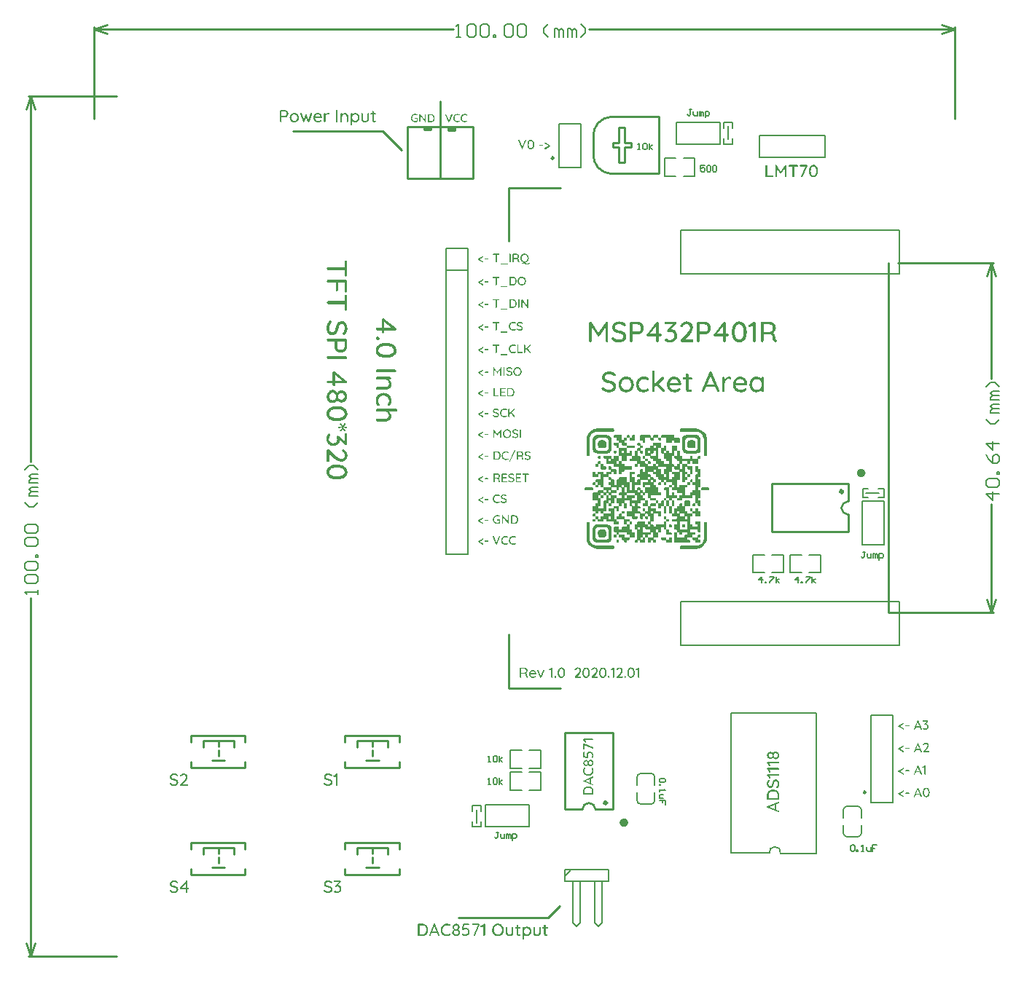
<source format=gto>
G04*
G04 #@! TF.GenerationSoftware,Altium Limited,Altium Designer,21.0.5 (76)*
G04*
G04 Layer_Color=65535*
%FSLAX24Y24*%
%MOIN*%
G70*
G04*
G04 #@! TF.SameCoordinates,1F1A31E2-E608-47EA-9DE2-FAD69E6EB028*
G04*
G04*
G04 #@! TF.FilePolarity,Positive*
G04*
G01*
G75*
%ADD10C,0.0079*%
%ADD11C,0.0100*%
%ADD12C,0.0200*%
%ADD13C,0.0150*%
%ADD14C,0.0098*%
%ADD15C,0.0059*%
%ADD16C,0.0060*%
G36*
X19327Y35973D02*
X19334Y35970D01*
X19341Y35965D01*
X19342Y35964D01*
X19345Y35960D01*
X19347Y35954D01*
X19349Y35944D01*
Y35944D01*
Y35943D01*
X19348Y35938D01*
X19346Y35931D01*
X19341Y35924D01*
X19339Y35924D01*
X19335Y35921D01*
X19329Y35918D01*
X19321Y35917D01*
X19202D01*
X19196Y35918D01*
X19189Y35920D01*
X19182Y35925D01*
X19181Y35927D01*
X19178Y35931D01*
X19176Y35938D01*
X19174Y35946D01*
Y35947D01*
Y35948D01*
X19175Y35953D01*
X19177Y35960D01*
X19182Y35965D01*
X19184Y35967D01*
X19188Y35970D01*
X19195Y35972D01*
X19203Y35974D01*
X19322D01*
X19327Y35973D01*
D02*
G37*
G36*
X19445Y36074D02*
X19450Y36073D01*
X19455Y36069D01*
X19457Y36068D01*
X19460Y36067D01*
X19464Y36065D01*
X19466Y36064D01*
X19670Y35946D01*
X19671Y35945D01*
X19672Y35944D01*
X19675Y35942D01*
X19677Y35939D01*
X19683Y35931D01*
X19684Y35926D01*
X19685Y35920D01*
Y35919D01*
Y35918D01*
X19684Y35914D01*
X19683Y35911D01*
X19682Y35907D01*
X19679Y35903D01*
X19676Y35899D01*
X19672Y35896D01*
X19465Y35779D01*
X19464D01*
X19462Y35778D01*
X19460Y35777D01*
X19456Y35775D01*
X19449Y35773D01*
X19442Y35771D01*
X19440D01*
X19436Y35772D01*
X19430Y35774D01*
X19424Y35779D01*
Y35780D01*
X19422Y35781D01*
X19419Y35785D01*
X19417Y35792D01*
X19415Y35799D01*
Y35800D01*
Y35801D01*
X19417Y35806D01*
X19419Y35810D01*
X19421Y35813D01*
X19424Y35816D01*
X19429Y35820D01*
X19607Y35920D01*
X19429Y36024D01*
X19428D01*
X19427Y36026D01*
X19423Y36029D01*
X19419Y36036D01*
X19418Y36040D01*
X19417Y36045D01*
Y36046D01*
Y36047D01*
X19418Y36052D01*
X19420Y36058D01*
X19424Y36065D01*
Y36066D01*
X19426Y36067D01*
X19429Y36070D01*
X19435Y36073D01*
X19438Y36074D01*
X19442D01*
X19445Y36074D01*
D02*
G37*
G36*
X18250Y36198D02*
X18255Y36196D01*
X18259Y36193D01*
X18263Y36190D01*
X18267Y36186D01*
X18271Y36179D01*
X18404Y35865D01*
X18529Y36179D01*
Y36180D01*
X18530Y36181D01*
X18533Y36184D01*
X18536Y36188D01*
X18540Y36192D01*
X18542Y36193D01*
X18545Y36195D01*
X18550Y36197D01*
X18556Y36198D01*
X18558D01*
X18563Y36197D01*
X18570Y36194D01*
X18577Y36189D01*
X18578D01*
X18579Y36187D01*
X18582Y36184D01*
X18585Y36178D01*
X18586Y36174D01*
Y36170D01*
Y36169D01*
Y36166D01*
X18585Y36161D01*
X18583Y36156D01*
X18427Y35789D01*
X18426Y35788D01*
X18424Y35784D01*
X18420Y35779D01*
X18415Y35775D01*
X18414Y35774D01*
X18410Y35773D01*
X18405Y35772D01*
X18399Y35771D01*
X18397D01*
X18394Y35772D01*
X18389Y35773D01*
X18384Y35775D01*
X18383Y35776D01*
X18379Y35779D01*
X18376Y35783D01*
X18373Y35789D01*
X18218Y36156D01*
Y36157D01*
X18217Y36160D01*
X18216Y36164D01*
X18215Y36170D01*
Y36171D01*
Y36172D01*
X18216Y36177D01*
X18219Y36183D01*
X18221Y36187D01*
X18224Y36190D01*
X18225D01*
X18226Y36192D01*
X18230Y36194D01*
X18237Y36197D01*
X18245Y36198D01*
X18247D01*
X18250Y36198D01*
D02*
G37*
G36*
X18807Y36202D02*
X18819Y36200D01*
X18832Y36197D01*
X18846Y36192D01*
X18860Y36184D01*
X18874Y36175D01*
X18875D01*
X18876Y36173D01*
X18880Y36170D01*
X18886Y36163D01*
X18894Y36155D01*
X18903Y36144D01*
X18912Y36130D01*
X18920Y36115D01*
X18927Y36098D01*
Y36097D01*
X18928Y36095D01*
X18929Y36093D01*
X18930Y36089D01*
X18932Y36084D01*
X18933Y36079D01*
X18935Y36073D01*
X18937Y36065D01*
X18940Y36048D01*
X18943Y36029D01*
X18945Y36007D01*
X18946Y35984D01*
Y35983D01*
Y35981D01*
Y35978D01*
Y35973D01*
X18945Y35967D01*
Y35961D01*
X18943Y35945D01*
X18942Y35928D01*
X18938Y35908D01*
X18933Y35889D01*
X18927Y35870D01*
Y35869D01*
X18927Y35867D01*
X18926Y35865D01*
X18924Y35861D01*
X18920Y35853D01*
X18914Y35841D01*
X18907Y35830D01*
X18897Y35816D01*
X18886Y35804D01*
X18874Y35793D01*
X18872Y35792D01*
X18868Y35789D01*
X18860Y35784D01*
X18850Y35779D01*
X18838Y35773D01*
X18824Y35769D01*
X18807Y35766D01*
X18789Y35765D01*
X18784D01*
X18781Y35766D01*
X18772Y35767D01*
X18760Y35768D01*
X18746Y35772D01*
X18732Y35777D01*
X18717Y35784D01*
X18704Y35793D01*
X18702Y35794D01*
X18698Y35798D01*
X18692Y35805D01*
X18684Y35813D01*
X18675Y35824D01*
X18666Y35837D01*
X18658Y35852D01*
X18650Y35870D01*
Y35871D01*
X18649Y35872D01*
X18648Y35875D01*
X18648Y35878D01*
X18646Y35883D01*
X18644Y35889D01*
X18643Y35895D01*
X18642Y35903D01*
X18638Y35919D01*
X18635Y35939D01*
X18633Y35960D01*
X18633Y35984D01*
Y35985D01*
Y35986D01*
Y35991D01*
Y35995D01*
X18633Y36001D01*
Y36007D01*
X18635Y36022D01*
X18637Y36040D01*
X18640Y36059D01*
X18644Y36079D01*
X18650Y36098D01*
Y36099D01*
X18651Y36100D01*
X18652Y36103D01*
X18653Y36106D01*
X18658Y36115D01*
X18664Y36126D01*
X18671Y36138D01*
X18680Y36151D01*
X18691Y36164D01*
X18704Y36175D01*
X18705Y36176D01*
X18710Y36179D01*
X18717Y36184D01*
X18728Y36189D01*
X18740Y36194D01*
X18755Y36199D01*
X18771Y36203D01*
X18789Y36203D01*
X18798D01*
X18807Y36202D01*
D02*
G37*
G36*
X10343Y30677D02*
X10358Y30672D01*
X10371Y30662D01*
X10373Y30659D01*
X10380Y30650D01*
X10385Y30635D01*
X10387Y30615D01*
Y30005D01*
X10385Y29994D01*
X10380Y29979D01*
X10371Y29965D01*
X10367Y29961D01*
X10360Y29956D01*
X10345Y29950D01*
X10327Y29946D01*
X10325D01*
X10323D01*
X10311Y29948D01*
X10298Y29954D01*
X10283Y29965D01*
X10281Y29968D01*
X10276Y29977D01*
X10269Y29992D01*
X10267Y30010D01*
Y30245D01*
X9524D01*
X9522D01*
X9520D01*
X9509Y30247D01*
X9494Y30254D01*
X9487Y30258D01*
X9480Y30265D01*
X9476Y30269D01*
X9471Y30278D01*
X9465Y30294D01*
X9462Y30314D01*
Y30320D01*
X9463Y30325D01*
Y30331D01*
X9469Y30347D01*
X9480Y30364D01*
X9483Y30367D01*
X9493Y30373D01*
X9505Y30378D01*
X9524Y30382D01*
X10267D01*
Y30621D01*
X10269Y30632D01*
X10274Y30648D01*
X10283Y30662D01*
X10287Y30664D01*
X10296Y30670D01*
X10309Y30677D01*
X10329Y30679D01*
X10331D01*
X10332D01*
X10343Y30677D01*
D02*
G37*
G36*
X10340Y29793D02*
X10354Y29788D01*
X10369Y29777D01*
X10373Y29773D01*
X10378Y29764D01*
X10384Y29750D01*
X10387Y29731D01*
Y29274D01*
X10385Y29263D01*
X10380Y29249D01*
X10371Y29234D01*
X10367Y29230D01*
X10360Y29225D01*
X10345Y29219D01*
X10325Y29216D01*
X10323D01*
X10322D01*
X10311Y29218D01*
X10298Y29225D01*
X10291Y29229D01*
X10283Y29236D01*
X10281Y29239D01*
X10276Y29249D01*
X10269Y29261D01*
X10267Y29280D01*
Y29666D01*
X9992D01*
Y29334D01*
X9990Y29323D01*
X9984Y29309D01*
X9974Y29294D01*
X9970Y29291D01*
X9963Y29285D01*
X9948Y29280D01*
X9930Y29276D01*
X9928D01*
X9926D01*
X9915Y29278D01*
X9902Y29283D01*
X9888Y29294D01*
X9886Y29298D01*
X9881Y29307D01*
X9873Y29321D01*
X9872Y29340D01*
Y29666D01*
X9524D01*
X9522D01*
X9520D01*
X9509Y29668D01*
X9494Y29675D01*
X9487Y29679D01*
X9480Y29686D01*
X9476Y29690D01*
X9471Y29699D01*
X9465Y29713D01*
X9462Y29731D01*
Y29735D01*
X9463Y29748D01*
X9469Y29762D01*
X9480Y29777D01*
X9483Y29781D01*
X9493Y29786D01*
X9505Y29792D01*
X9524Y29795D01*
X10325D01*
X10327D01*
X10329D01*
X10340Y29793D01*
D02*
G37*
G36*
X10343Y29114D02*
X10358Y29108D01*
X10371Y29099D01*
X10373Y29096D01*
X10380Y29086D01*
X10385Y29072D01*
X10387Y29052D01*
Y28441D01*
X10385Y28431D01*
X10380Y28416D01*
X10371Y28401D01*
X10367Y28398D01*
X10360Y28392D01*
X10345Y28387D01*
X10327Y28383D01*
X10325D01*
X10323D01*
X10311Y28385D01*
X10298Y28390D01*
X10283Y28401D01*
X10281Y28405D01*
X10276Y28414D01*
X10269Y28429D01*
X10267Y28447D01*
Y28682D01*
X9524D01*
X9522D01*
X9520D01*
X9509Y28684D01*
X9494Y28691D01*
X9487Y28695D01*
X9480Y28702D01*
X9476Y28706D01*
X9471Y28715D01*
X9465Y28731D01*
X9462Y28751D01*
Y28757D01*
X9463Y28762D01*
Y28768D01*
X9469Y28784D01*
X9480Y28800D01*
X9483Y28804D01*
X9493Y28810D01*
X9505Y28815D01*
X9524Y28819D01*
X10267D01*
Y29057D01*
X10269Y29068D01*
X10274Y29085D01*
X10283Y29099D01*
X10287Y29101D01*
X10296Y29106D01*
X10309Y29114D01*
X10329Y29116D01*
X10331D01*
X10332D01*
X10343Y29114D01*
D02*
G37*
G36*
X12053Y28026D02*
X12066Y28022D01*
X12080Y28013D01*
X12612Y27591D01*
X12614Y27589D01*
X12618Y27585D01*
X12623Y27578D01*
X12629Y27569D01*
X12630Y27567D01*
X12632Y27560D01*
X12634Y27550D01*
X12636Y27540D01*
Y27534D01*
X12634Y27523D01*
X12629Y27509D01*
X12618Y27494D01*
X12614Y27490D01*
X12605Y27485D01*
X12592Y27479D01*
X12574Y27476D01*
X12091D01*
Y27403D01*
X12089Y27392D01*
X12084Y27377D01*
X12075Y27365D01*
X12071Y27361D01*
X12064Y27356D01*
X12051Y27350D01*
X12033Y27346D01*
X12031D01*
X12029D01*
X12018Y27348D01*
X12004Y27354D01*
X11991Y27365D01*
X11989Y27368D01*
X11984Y27376D01*
X11978Y27388D01*
X11976Y27407D01*
Y27476D01*
X11772D01*
X11770D01*
X11769D01*
X11758Y27478D01*
X11743Y27485D01*
X11736Y27489D01*
X11729Y27496D01*
X11725Y27499D01*
X11719Y27509D01*
X11714Y27521D01*
X11710Y27540D01*
Y27543D01*
X11712Y27556D01*
X11718Y27571D01*
X11729Y27585D01*
X11732Y27587D01*
X11741Y27592D01*
X11754Y27600D01*
X11772Y27602D01*
X11976D01*
Y27970D01*
X11978Y27980D01*
X11984Y27995D01*
X11995Y28010D01*
X11998Y28013D01*
X12007Y28019D01*
X12020Y28024D01*
X12038Y28028D01*
X12040D01*
X12042D01*
X12053Y28026D01*
D02*
G37*
G36*
X9631Y27924D02*
X9644Y27919D01*
X9658Y27908D01*
X9660D01*
X9662Y27904D01*
X9669Y27895D01*
X9675Y27882D01*
X9678Y27873D01*
Y27860D01*
X9677Y27849D01*
X9673Y27838D01*
X9664Y27826D01*
X9662Y27824D01*
X9657Y27817D01*
X9647Y27806D01*
X9636Y27793D01*
X9626Y27776D01*
X9615Y27756D01*
X9602Y27736D01*
X9593Y27716D01*
X9591Y27714D01*
X9589Y27705D01*
X9585Y27694D01*
X9582Y27678D01*
X9576Y27660D01*
X9573Y27638D01*
X9571Y27614D01*
X9569Y27587D01*
Y27572D01*
X9571Y27558D01*
X9575Y27538D01*
X9578Y27516D01*
X9585Y27492D01*
X9595Y27469D01*
X9607Y27447D01*
X9609Y27445D01*
X9615Y27438D01*
X9622Y27428D01*
X9635Y27418D01*
X9647Y27407D01*
X9664Y27397D01*
X9684Y27390D01*
X9704Y27388D01*
X9708D01*
X9715Y27390D01*
X9728Y27392D01*
X9744Y27396D01*
X9760Y27403D01*
X9779Y27414D01*
X9795Y27428D01*
X9811Y27447D01*
X9813Y27448D01*
X9819Y27458D01*
X9824Y27470D01*
X9833Y27489D01*
X9844Y27514D01*
X9853Y27543D01*
X9864Y27578D01*
X9873Y27618D01*
Y27620D01*
X9875Y27623D01*
X9877Y27631D01*
X9879Y27640D01*
X9882Y27653D01*
X9886Y27665D01*
X9895Y27696D01*
X9908Y27729D01*
X9924Y27766D01*
X9943Y27798D01*
X9964Y27829D01*
X9968Y27833D01*
X9975Y27840D01*
X9990Y27853D01*
X10010Y27866D01*
X10036Y27878D01*
X10066Y27891D01*
X10101Y27899D01*
X10141Y27902D01*
X10143D01*
X10145D01*
X10154D01*
X10169Y27900D01*
X10189Y27897D01*
X10209Y27893D01*
X10232Y27886D01*
X10256Y27875D01*
X10278Y27862D01*
X10280Y27860D01*
X10287Y27855D01*
X10298Y27846D01*
X10312Y27831D01*
X10327Y27815D01*
X10342Y27796D01*
X10356Y27773D01*
X10369Y27747D01*
X10371Y27744D01*
X10374Y27735D01*
X10380Y27720D01*
X10385Y27700D01*
X10391Y27674D01*
X10396Y27647D01*
X10400Y27616D01*
X10402Y27583D01*
Y27569D01*
X10400Y27552D01*
X10398Y27532D01*
X10394Y27509D01*
X10391Y27483D01*
X10384Y27456D01*
X10374Y27428D01*
X10373Y27425D01*
X10369Y27416D01*
X10363Y27403D01*
X10356Y27387D01*
X10347Y27368D01*
X10334Y27348D01*
X10322Y27328D01*
X10305Y27310D01*
X10303Y27308D01*
X10300Y27305D01*
X10294Y27301D01*
X10287Y27294D01*
X10269Y27284D01*
X10258Y27281D01*
X10247Y27279D01*
X10245D01*
X10243D01*
X10232Y27281D01*
X10220Y27286D01*
X10205Y27297D01*
X10201Y27301D01*
X10196Y27310D01*
X10190Y27323D01*
X10187Y27341D01*
Y27345D01*
X10189Y27352D01*
X10192Y27361D01*
X10198Y27370D01*
X10199Y27372D01*
X10203Y27376D01*
X10210Y27385D01*
X10218Y27396D01*
X10227Y27408D01*
X10238Y27425D01*
X10247Y27445D01*
X10256Y27467D01*
X10258Y27469D01*
X10260Y27478D01*
X10263Y27489D01*
X10269Y27503D01*
X10272Y27521D01*
X10276Y27541D01*
X10278Y27561D01*
X10280Y27583D01*
Y27598D01*
X10278Y27614D01*
X10276Y27634D01*
X10271Y27656D01*
X10265Y27680D01*
X10256Y27702D01*
X10243Y27724D01*
X10241Y27725D01*
X10236Y27731D01*
X10229Y27740D01*
X10218Y27749D01*
X10203Y27760D01*
X10187Y27767D01*
X10169Y27775D01*
X10147Y27776D01*
X10143D01*
X10136D01*
X10125Y27773D01*
X10110Y27769D01*
X10094Y27764D01*
X10077Y27755D01*
X10061Y27742D01*
X10046Y27724D01*
X10045Y27722D01*
X10041Y27714D01*
X10036Y27702D01*
X10026Y27684D01*
X10019Y27662D01*
X10008Y27636D01*
X9999Y27605D01*
X9990Y27569D01*
Y27567D01*
X9988Y27563D01*
Y27558D01*
X9986Y27550D01*
X9981Y27532D01*
X9974Y27509D01*
X9966Y27481D01*
X9957Y27454D01*
X9946Y27425D01*
X9935Y27399D01*
X9933Y27396D01*
X9930Y27388D01*
X9923Y27377D01*
X9913Y27363D01*
X9902Y27346D01*
X9888Y27330D01*
X9872Y27314D01*
X9851Y27299D01*
X9850Y27297D01*
X9842Y27294D01*
X9830Y27288D01*
X9813Y27281D01*
X9793Y27274D01*
X9768Y27268D01*
X9740Y27264D01*
X9709Y27263D01*
X9706D01*
X9697D01*
X9682Y27264D01*
X9664Y27268D01*
X9642Y27274D01*
X9620Y27281D01*
X9596Y27292D01*
X9573Y27306D01*
X9571Y27308D01*
X9564Y27314D01*
X9553Y27323D01*
X9540Y27337D01*
X9525Y27354D01*
X9509Y27374D01*
X9494Y27396D01*
X9482Y27423D01*
X9480Y27427D01*
X9476Y27436D01*
X9471Y27450D01*
X9465Y27470D01*
X9460Y27494D01*
X9454Y27521D01*
X9451Y27552D01*
X9449Y27585D01*
Y27602D01*
X9451Y27620D01*
X9452Y27643D01*
X9454Y27669D01*
X9460Y27698D01*
X9465Y27727D01*
X9474Y27756D01*
X9476Y27760D01*
X9480Y27769D01*
X9487Y27784D01*
X9496Y27802D01*
X9507Y27824D01*
X9524Y27847D01*
X9540Y27873D01*
X9562Y27899D01*
X9564Y27900D01*
X9565Y27902D01*
X9571Y27908D01*
X9578Y27911D01*
X9596Y27922D01*
X9606Y27924D01*
X9616Y27926D01*
X9618D01*
X9620D01*
X9631Y27924D01*
D02*
G37*
G36*
X11814Y27186D02*
X11821D01*
X11838Y27181D01*
X11852Y27172D01*
X11854Y27168D01*
X11862Y27159D01*
X11867Y27144D01*
X11869Y27122D01*
Y27099D01*
X11867Y27091D01*
X11862Y27075D01*
X11852Y27060D01*
X11849Y27059D01*
X11840Y27051D01*
X11825Y27046D01*
X11803Y27044D01*
X11778D01*
X11774D01*
X11767Y27046D01*
X11756Y27048D01*
X11745Y27051D01*
X11732Y27060D01*
X11721Y27071D01*
X11714Y27088D01*
X11710Y27110D01*
Y27128D01*
X11712Y27133D01*
Y27141D01*
X11718Y27157D01*
X11727Y27172D01*
X11730Y27173D01*
X11739Y27179D01*
X11756Y27186D01*
X11778Y27188D01*
X11803D01*
X11805D01*
X11809D01*
X11814Y27186D01*
D02*
G37*
G36*
X10340Y27093D02*
X10354Y27088D01*
X10369Y27077D01*
X10373Y27073D01*
X10378Y27064D01*
X10384Y27049D01*
X10387Y27031D01*
Y26712D01*
X10385Y26700D01*
X10382Y26681D01*
X10378Y26661D01*
X10371Y26641D01*
X10362Y26618D01*
X10349Y26596D01*
X10347Y26594D01*
X10342Y26587D01*
X10334Y26576D01*
X10323Y26561D01*
X10309Y26547D01*
X10291Y26530D01*
X10271Y26516D01*
X10247Y26501D01*
X10243Y26499D01*
X10236Y26496D01*
X10223Y26490D01*
X10205Y26483D01*
X10185Y26476D01*
X10159Y26470D01*
X10134Y26466D01*
X10105Y26465D01*
X10101D01*
X10092D01*
X10076Y26466D01*
X10057Y26468D01*
X10036Y26474D01*
X10010Y26479D01*
X9984Y26488D01*
X9959Y26501D01*
X9955Y26503D01*
X9948Y26507D01*
X9937Y26516D01*
X9921Y26527D01*
X9904Y26539D01*
X9888Y26556D01*
X9872Y26574D01*
X9855Y26596D01*
X9853Y26598D01*
X9850Y26607D01*
X9842Y26618D01*
X9837Y26634D01*
X9830Y26652D01*
X9822Y26674D01*
X9819Y26700D01*
X9817Y26725D01*
Y26973D01*
X9524D01*
X9522D01*
X9520D01*
X9509Y26975D01*
X9494Y26980D01*
X9480Y26991D01*
X9476Y26995D01*
X9471Y27002D01*
X9465Y27017D01*
X9462Y27035D01*
Y27039D01*
X9463Y27051D01*
X9469Y27064D01*
X9478Y27079D01*
X9482Y27080D01*
X9491Y27086D01*
X9505Y27093D01*
X9524Y27095D01*
X10325D01*
X10327D01*
X10329D01*
X10340Y27093D01*
D02*
G37*
G36*
X12210Y26906D02*
X12224D01*
X12257Y26902D01*
X12295Y26898D01*
X12337Y26891D01*
X12379Y26882D01*
X12421Y26869D01*
X12423D01*
X12426Y26867D01*
X12432Y26865D01*
X12439Y26862D01*
X12457Y26853D01*
X12483Y26840D01*
X12508Y26824D01*
X12537Y26803D01*
X12565Y26780D01*
X12588Y26752D01*
X12590Y26749D01*
X12598Y26738D01*
X12609Y26723D01*
X12619Y26700D01*
X12630Y26674D01*
X12641Y26641D01*
X12649Y26607D01*
X12650Y26567D01*
Y26548D01*
X12647Y26528D01*
X12643Y26503D01*
X12636Y26474D01*
X12625Y26443D01*
X12609Y26412D01*
X12588Y26383D01*
Y26381D01*
X12585Y26379D01*
X12578Y26370D01*
X12563Y26355D01*
X12545Y26339D01*
X12521Y26319D01*
X12492Y26301D01*
X12459Y26282D01*
X12421Y26266D01*
X12419D01*
X12415Y26264D01*
X12410Y26262D01*
X12403Y26261D01*
X12392Y26257D01*
X12379Y26253D01*
X12366Y26250D01*
X12350Y26246D01*
X12313Y26239D01*
X12271Y26231D01*
X12224Y26228D01*
X12173Y26226D01*
X12171D01*
X12168D01*
X12160D01*
X12149D01*
X12137Y26228D01*
X12124D01*
X12089Y26231D01*
X12051Y26235D01*
X12009Y26242D01*
X11967Y26253D01*
X11925Y26266D01*
X11923D01*
X11920Y26268D01*
X11914Y26270D01*
X11907Y26273D01*
X11889Y26282D01*
X11863Y26295D01*
X11838Y26312D01*
X11809Y26332D01*
X11781Y26355D01*
X11758Y26383D01*
X11756Y26386D01*
X11749Y26395D01*
X11739Y26412D01*
X11729Y26434D01*
X11716Y26461D01*
X11707Y26492D01*
X11699Y26528D01*
X11698Y26567D01*
Y26578D01*
X11699Y26585D01*
X11701Y26605D01*
X11705Y26630D01*
X11712Y26660D01*
X11723Y26691D01*
X11738Y26723D01*
X11758Y26752D01*
X11761Y26756D01*
X11769Y26765D01*
X11783Y26778D01*
X11801Y26796D01*
X11825Y26814D01*
X11854Y26834D01*
X11887Y26853D01*
X11925Y26869D01*
X11927D01*
X11931Y26871D01*
X11936Y26873D01*
X11944Y26875D01*
X11954Y26878D01*
X11967Y26882D01*
X11980Y26885D01*
X11996Y26887D01*
X12033Y26895D01*
X12075Y26902D01*
X12122Y26906D01*
X12173Y26907D01*
X12175D01*
X12179D01*
X12188D01*
X12197D01*
X12210Y26906D01*
D02*
G37*
G36*
X10340Y26299D02*
X10354Y26293D01*
X10369Y26282D01*
X10373Y26279D01*
X10378Y26270D01*
X10384Y26255D01*
X10387Y26235D01*
Y26230D01*
X10385Y26219D01*
X10380Y26204D01*
X10369Y26189D01*
Y26188D01*
X10365Y26186D01*
X10356Y26179D01*
X10343Y26173D01*
X10334Y26169D01*
X10325D01*
X9525D01*
X9524D01*
X9522D01*
X9509Y26171D01*
X9494Y26179D01*
X9487Y26182D01*
X9480Y26189D01*
X9476Y26193D01*
X9471Y26202D01*
X9465Y26219D01*
X9462Y26237D01*
Y26242D01*
X9463Y26253D01*
X9469Y26270D01*
X9480Y26284D01*
X9483Y26286D01*
X9493Y26291D01*
X9507Y26299D01*
X9525Y26301D01*
X10325D01*
X10327D01*
X10329D01*
X10340Y26299D01*
D02*
G37*
G36*
X12588Y25688D02*
X12603Y25683D01*
X12618Y25672D01*
X12621Y25668D01*
X12627Y25659D01*
X12632Y25645D01*
X12636Y25625D01*
Y25619D01*
X12634Y25608D01*
X12629Y25594D01*
X12618Y25579D01*
Y25577D01*
X12614Y25575D01*
X12605Y25568D01*
X12592Y25563D01*
X12583Y25559D01*
X12574D01*
X11774D01*
X11772D01*
X11770D01*
X11758Y25561D01*
X11743Y25568D01*
X11736Y25572D01*
X11729Y25579D01*
X11725Y25583D01*
X11719Y25592D01*
X11714Y25608D01*
X11710Y25626D01*
Y25632D01*
X11712Y25643D01*
X11718Y25659D01*
X11729Y25674D01*
X11732Y25676D01*
X11741Y25681D01*
X11756Y25688D01*
X11774Y25690D01*
X12574D01*
X12576D01*
X12578D01*
X12588Y25688D01*
D02*
G37*
G36*
X9804Y25603D02*
X9817Y25599D01*
X9831Y25590D01*
X10363Y25167D01*
X10365Y25166D01*
X10369Y25162D01*
X10374Y25155D01*
X10380Y25145D01*
X10382Y25144D01*
X10384Y25136D01*
X10385Y25127D01*
X10387Y25116D01*
Y25111D01*
X10385Y25100D01*
X10380Y25085D01*
X10369Y25071D01*
X10365Y25067D01*
X10356Y25062D01*
X10343Y25056D01*
X10325Y25053D01*
X9842D01*
Y24980D01*
X9841Y24969D01*
X9835Y24954D01*
X9826Y24941D01*
X9822Y24938D01*
X9815Y24932D01*
X9802Y24927D01*
X9784Y24923D01*
X9782D01*
X9780D01*
X9769Y24925D01*
X9755Y24930D01*
X9742Y24941D01*
X9740Y24945D01*
X9735Y24952D01*
X9729Y24965D01*
X9728Y24983D01*
Y25053D01*
X9524D01*
X9522D01*
X9520D01*
X9509Y25054D01*
X9494Y25062D01*
X9487Y25065D01*
X9480Y25073D01*
X9476Y25076D01*
X9471Y25085D01*
X9465Y25098D01*
X9462Y25116D01*
Y25120D01*
X9463Y25133D01*
X9469Y25147D01*
X9480Y25162D01*
X9483Y25164D01*
X9493Y25169D01*
X9505Y25176D01*
X9524Y25178D01*
X9728D01*
Y25546D01*
X9729Y25557D01*
X9735Y25572D01*
X9746Y25586D01*
X9749Y25590D01*
X9759Y25596D01*
X9771Y25601D01*
X9790Y25605D01*
X9791D01*
X9793D01*
X9804Y25603D01*
D02*
G37*
G36*
X12355Y25353D02*
X12370Y25348D01*
X12384Y25337D01*
X12388Y25333D01*
X12394Y25324D01*
X12399Y25311D01*
X12403Y25293D01*
Y25288D01*
X12401Y25277D01*
X12395Y25262D01*
X12384Y25247D01*
X12381Y25244D01*
X12372Y25238D01*
X12359Y25233D01*
X12341Y25229D01*
X12293D01*
X12295Y25227D01*
X12302Y25222D01*
X12312Y25215D01*
X12324Y25204D01*
X12339Y25191D01*
X12353Y25175D01*
X12368Y25155D01*
X12383Y25133D01*
X12384Y25129D01*
X12388Y25122D01*
X12394Y25109D01*
X12401Y25093D01*
X12408Y25073D01*
X12414Y25051D01*
X12417Y25027D01*
X12419Y25002D01*
Y24991D01*
X12417Y24980D01*
X12415Y24963D01*
X12410Y24947D01*
X12404Y24927D01*
X12395Y24905D01*
X12383Y24881D01*
X12368Y24859D01*
X12350Y24838D01*
X12326Y24818D01*
X12299Y24799D01*
X12266Y24785D01*
X12228Y24774D01*
X12184Y24765D01*
X12133Y24763D01*
X11772D01*
X11770D01*
X11769D01*
X11758Y24765D01*
X11743Y24770D01*
X11729Y24781D01*
X11725Y24785D01*
X11719Y24794D01*
X11714Y24808D01*
X11710Y24827D01*
Y24830D01*
X11712Y24841D01*
X11718Y24856D01*
X11729Y24870D01*
X11732Y24874D01*
X11741Y24879D01*
X11754Y24885D01*
X11772Y24889D01*
X12131D01*
X12133D01*
X12135D01*
X12144D01*
X12158Y24890D01*
X12177Y24892D01*
X12197Y24898D01*
X12217Y24903D01*
X12237Y24912D01*
X12255Y24925D01*
X12257Y24927D01*
X12262Y24932D01*
X12270Y24940D01*
X12279Y24952D01*
X12288Y24969D01*
X12295Y24989D01*
X12301Y25012D01*
X12302Y25042D01*
Y25051D01*
X12301Y25060D01*
X12299Y25073D01*
X12297Y25089D01*
X12293Y25105D01*
X12286Y25122D01*
X12279Y25138D01*
X12277Y25140D01*
X12275Y25145D01*
X12270Y25153D01*
X12262Y25162D01*
X12253Y25173D01*
X12244Y25184D01*
X12217Y25206D01*
X12215Y25207D01*
X12210Y25209D01*
X12202Y25213D01*
X12191Y25217D01*
X12179Y25222D01*
X12164Y25226D01*
X12149Y25227D01*
X12131Y25229D01*
X11772D01*
X11770D01*
X11769D01*
X11758Y25231D01*
X11743Y25237D01*
X11729Y25247D01*
X11725Y25251D01*
X11719Y25258D01*
X11714Y25273D01*
X11710Y25293D01*
Y25297D01*
X11712Y25309D01*
X11718Y25324D01*
X11727Y25339D01*
X11730Y25340D01*
X11739Y25346D01*
X11754Y25353D01*
X11772Y25355D01*
X12341D01*
X12343D01*
X12344D01*
X12355Y25353D01*
D02*
G37*
G36*
X9751Y24754D02*
X9768Y24750D01*
X9788Y24746D01*
X9808Y24739D01*
X9830Y24730D01*
X9850Y24717D01*
X9851Y24715D01*
X9859Y24710D01*
X9870Y24703D01*
X9881Y24690D01*
X9895Y24677D01*
X9910Y24661D01*
X9924Y24641D01*
X9939Y24621D01*
X9941Y24623D01*
X9944Y24628D01*
X9950Y24637D01*
X9959Y24648D01*
X9970Y24661D01*
X9983Y24674D01*
X9997Y24688D01*
X10014Y24701D01*
X10015Y24703D01*
X10023Y24706D01*
X10032Y24710D01*
X10046Y24715D01*
X10063Y24723D01*
X10083Y24726D01*
X10105Y24730D01*
X10128Y24732D01*
X10132D01*
X10141D01*
X10154Y24730D01*
X10172Y24726D01*
X10192Y24723D01*
X10214Y24717D01*
X10236Y24708D01*
X10260Y24695D01*
X10261Y24694D01*
X10269Y24688D01*
X10280Y24681D01*
X10294Y24670D01*
X10309Y24655D01*
X10323Y24639D01*
X10340Y24619D01*
X10353Y24597D01*
X10354Y24593D01*
X10358Y24586D01*
X10363Y24573D01*
X10371Y24555D01*
X10376Y24535D01*
X10382Y24510D01*
X10385Y24484D01*
X10387Y24455D01*
Y24442D01*
X10385Y24428D01*
X10384Y24409D01*
X10378Y24388D01*
X10373Y24366D01*
X10363Y24340D01*
X10353Y24316D01*
X10351Y24313D01*
X10347Y24306D01*
X10340Y24295D01*
X10329Y24280D01*
X10316Y24264D01*
X10300Y24247D01*
X10281Y24231D01*
X10260Y24216D01*
X10258Y24214D01*
X10249Y24211D01*
X10238Y24205D01*
X10221Y24198D01*
X10201Y24191D01*
X10179Y24185D01*
X10154Y24182D01*
X10128Y24180D01*
X10125D01*
X10117D01*
X10105Y24182D01*
X10088Y24183D01*
X10070Y24189D01*
X10052Y24194D01*
X10032Y24203D01*
X10014Y24214D01*
X10012Y24216D01*
X10006Y24220D01*
X9997Y24227D01*
X9986Y24236D01*
X9975Y24249D01*
X9963Y24262D01*
X9952Y24278D01*
X9941Y24295D01*
X9939Y24291D01*
X9933Y24284D01*
X9926Y24273D01*
X9915Y24258D01*
X9902Y24244D01*
X9886Y24225D01*
X9868Y24209D01*
X9848Y24194D01*
X9846Y24193D01*
X9839Y24189D01*
X9826Y24182D01*
X9811Y24174D01*
X9793Y24169D01*
X9773Y24162D01*
X9749Y24158D01*
X9726Y24156D01*
X9722D01*
X9713D01*
X9700Y24158D01*
X9682Y24162D01*
X9660Y24165D01*
X9638Y24173D01*
X9615Y24183D01*
X9591Y24196D01*
X9589Y24198D01*
X9580Y24203D01*
X9569Y24213D01*
X9556Y24225D01*
X9540Y24240D01*
X9524Y24260D01*
X9507Y24280D01*
X9493Y24306D01*
X9491Y24309D01*
X9487Y24316D01*
X9482Y24331D01*
X9476Y24349D01*
X9469Y24371D01*
X9463Y24397D01*
X9460Y24426D01*
X9458Y24455D01*
Y24469D01*
X9460Y24484D01*
X9462Y24504D01*
X9467Y24528D01*
X9473Y24553D01*
X9482Y24579D01*
X9493Y24606D01*
X9494Y24610D01*
X9500Y24617D01*
X9507Y24630D01*
X9518Y24646D01*
X9533Y24663D01*
X9549Y24681D01*
X9569Y24699D01*
X9591Y24715D01*
X9595Y24717D01*
X9602Y24721D01*
X9615Y24728D01*
X9631Y24736D01*
X9651Y24743D01*
X9675Y24750D01*
X9698Y24754D01*
X9726Y24756D01*
X9729D01*
X9739D01*
X9751Y24754D01*
D02*
G37*
G36*
X12095Y24615D02*
X12120Y24612D01*
X12148Y24606D01*
X12179Y24599D01*
X12211Y24588D01*
X12242Y24573D01*
X12244D01*
X12246Y24572D01*
X12257Y24566D01*
X12271Y24555D01*
X12290Y24542D01*
X12312Y24524D01*
X12332Y24504D01*
X12353Y24479D01*
X12372Y24451D01*
Y24449D01*
X12373Y24448D01*
X12379Y24437D01*
X12386Y24420D01*
X12395Y24400D01*
X12404Y24373D01*
X12412Y24342D01*
X12417Y24309D01*
X12419Y24273D01*
Y24255D01*
X12417Y24236D01*
X12415Y24213D01*
X12412Y24185D01*
X12404Y24156D01*
X12397Y24127D01*
X12386Y24100D01*
X12384Y24096D01*
X12381Y24089D01*
X12373Y24078D01*
X12363Y24063D01*
X12352Y24050D01*
X12337Y24040D01*
X12319Y24032D01*
X12301Y24029D01*
X12299D01*
X12297D01*
X12288Y24030D01*
X12275Y24034D01*
X12261Y24043D01*
X12257Y24045D01*
X12251Y24054D01*
X12246Y24065D01*
X12242Y24081D01*
Y24091D01*
X12244Y24100D01*
X12248Y24109D01*
X12250Y24111D01*
X12251Y24116D01*
X12259Y24123D01*
X12266Y24136D01*
X12268Y24138D01*
X12271Y24142D01*
X12277Y24149D01*
X12284Y24160D01*
X12286Y24163D01*
X12288Y24171D01*
X12293Y24185D01*
X12297Y24205D01*
Y24207D01*
X12299Y24211D01*
Y24216D01*
X12301Y24224D01*
X12302Y24240D01*
Y24269D01*
X12301Y24284D01*
X12299Y24300D01*
X12295Y24318D01*
X12288Y24338D01*
X12281Y24360D01*
X12270Y24380D01*
X12268Y24382D01*
X12264Y24389D01*
X12257Y24398D01*
X12248Y24409D01*
X12235Y24424D01*
X12220Y24437D01*
X12202Y24449D01*
X12182Y24462D01*
X12180Y24464D01*
X12173Y24466D01*
X12162Y24471D01*
X12146Y24477D01*
X12128Y24482D01*
X12107Y24486D01*
X12084Y24490D01*
X12058Y24491D01*
X12055D01*
X12046D01*
X12033Y24490D01*
X12016Y24488D01*
X11996Y24484D01*
X11974Y24480D01*
X11953Y24473D01*
X11931Y24464D01*
X11929Y24462D01*
X11922Y24459D01*
X11913Y24451D01*
X11900Y24442D01*
X11885Y24431D01*
X11871Y24418D01*
X11856Y24402D01*
X11843Y24384D01*
X11841Y24382D01*
X11838Y24375D01*
X11834Y24364D01*
X11829Y24349D01*
X11821Y24331D01*
X11818Y24311D01*
X11814Y24289D01*
X11812Y24265D01*
Y24255D01*
X11814Y24242D01*
X11816Y24225D01*
X11818Y24207D01*
X11821Y24189D01*
X11827Y24171D01*
X11834Y24154D01*
X11836Y24152D01*
X11838Y24147D01*
X11843Y24140D01*
X11851Y24129D01*
X11852Y24127D01*
X11856Y24121D01*
X11862Y24114D01*
X11867Y24107D01*
X11869Y24105D01*
X11871Y24100D01*
X11872Y24092D01*
Y24076D01*
X11871Y24065D01*
X11865Y24052D01*
X11856Y24040D01*
X11852Y24038D01*
X11845Y24030D01*
X11831Y24025D01*
X11812Y24023D01*
X11810D01*
X11807D01*
X11801Y24025D01*
X11796Y24027D01*
X11787Y24032D01*
X11778Y24038D01*
X11769Y24047D01*
X11758Y24060D01*
X11756Y24061D01*
X11754Y24065D01*
X11749Y24074D01*
X11741Y24085D01*
X11736Y24098D01*
X11729Y24114D01*
X11721Y24132D01*
X11714Y24154D01*
Y24156D01*
X11712Y24165D01*
X11708Y24176D01*
X11707Y24193D01*
X11703Y24211D01*
X11699Y24233D01*
X11698Y24255D01*
Y24296D01*
X11699Y24316D01*
X11703Y24340D01*
X11708Y24367D01*
X11718Y24397D01*
X11729Y24428D01*
X11743Y24457D01*
X11745Y24460D01*
X11752Y24469D01*
X11763Y24482D01*
X11778Y24500D01*
X11796Y24519D01*
X11818Y24539D01*
X11843Y24559D01*
X11872Y24575D01*
X11874D01*
X11876Y24577D01*
X11887Y24582D01*
X11905Y24588D01*
X11927Y24595D01*
X11954Y24604D01*
X11985Y24610D01*
X12022Y24615D01*
X12058Y24617D01*
X12060D01*
X12064D01*
X12067D01*
X12075D01*
X12095Y24615D01*
D02*
G37*
G36*
X9961Y24010D02*
X9975D01*
X10008Y24007D01*
X10046Y24003D01*
X10088Y23996D01*
X10130Y23987D01*
X10172Y23974D01*
X10174D01*
X10178Y23972D01*
X10183Y23970D01*
X10190Y23967D01*
X10209Y23958D01*
X10234Y23945D01*
X10260Y23928D01*
X10289Y23908D01*
X10316Y23885D01*
X10340Y23857D01*
X10342Y23854D01*
X10349Y23843D01*
X10360Y23828D01*
X10371Y23804D01*
X10382Y23779D01*
X10393Y23746D01*
X10400Y23712D01*
X10402Y23671D01*
Y23653D01*
X10398Y23633D01*
X10394Y23608D01*
X10387Y23579D01*
X10376Y23548D01*
X10360Y23517D01*
X10340Y23487D01*
Y23486D01*
X10336Y23484D01*
X10329Y23475D01*
X10314Y23460D01*
X10296Y23444D01*
X10272Y23424D01*
X10243Y23405D01*
X10210Y23387D01*
X10172Y23371D01*
X10170D01*
X10167Y23369D01*
X10161Y23367D01*
X10154Y23365D01*
X10143Y23362D01*
X10130Y23358D01*
X10117Y23354D01*
X10101Y23351D01*
X10065Y23344D01*
X10023Y23336D01*
X9975Y23333D01*
X9924Y23331D01*
X9923D01*
X9919D01*
X9912D01*
X9901D01*
X9888Y23333D01*
X9875D01*
X9841Y23336D01*
X9802Y23340D01*
X9760Y23347D01*
X9718Y23358D01*
X9677Y23371D01*
X9675D01*
X9671Y23373D01*
X9666Y23374D01*
X9658Y23378D01*
X9640Y23387D01*
X9615Y23400D01*
X9589Y23416D01*
X9560Y23436D01*
X9533Y23460D01*
X9509Y23487D01*
X9507Y23491D01*
X9500Y23500D01*
X9491Y23517D01*
X9480Y23538D01*
X9467Y23566D01*
X9458Y23597D01*
X9451Y23633D01*
X9449Y23671D01*
Y23682D01*
X9451Y23690D01*
X9452Y23710D01*
X9456Y23735D01*
X9463Y23764D01*
X9474Y23795D01*
X9489Y23828D01*
X9509Y23857D01*
X9513Y23861D01*
X9520Y23870D01*
X9534Y23883D01*
X9553Y23901D01*
X9576Y23919D01*
X9606Y23939D01*
X9638Y23958D01*
X9677Y23974D01*
X9678D01*
X9682Y23976D01*
X9688Y23978D01*
X9695Y23979D01*
X9706Y23983D01*
X9718Y23987D01*
X9731Y23990D01*
X9748Y23992D01*
X9784Y23999D01*
X9826Y24007D01*
X9873Y24010D01*
X9924Y24012D01*
X9926D01*
X9930D01*
X9939D01*
X9948D01*
X9961Y24010D01*
D02*
G37*
G36*
X12641Y23892D02*
X12656Y23886D01*
X12670Y23876D01*
X12674Y23872D01*
X12680Y23863D01*
X12685Y23850D01*
X12689Y23832D01*
Y23826D01*
X12687Y23815D01*
X12681Y23801D01*
X12670Y23786D01*
X12667Y23783D01*
X12658Y23777D01*
X12645Y23772D01*
X12627Y23768D01*
X12292D01*
X12293Y23766D01*
X12301Y23763D01*
X12310Y23755D01*
X12322Y23744D01*
X12335Y23732D01*
X12350Y23715D01*
X12364Y23697D01*
X12379Y23675D01*
X12381Y23671D01*
X12384Y23664D01*
X12390Y23653D01*
X12397Y23637D01*
X12404Y23617D01*
X12410Y23597D01*
X12414Y23573D01*
X12415Y23548D01*
Y23537D01*
X12414Y23526D01*
X12412Y23511D01*
X12406Y23493D01*
X12401Y23473D01*
X12392Y23453D01*
X12379Y23431D01*
X12364Y23409D01*
X12344Y23387D01*
X12322Y23369D01*
X12293Y23351D01*
X12261Y23336D01*
X12222Y23323D01*
X12179Y23316D01*
X12128Y23314D01*
X11772D01*
X11770D01*
X11769D01*
X11758Y23316D01*
X11743Y23322D01*
X11729Y23333D01*
X11725Y23336D01*
X11719Y23345D01*
X11714Y23360D01*
X11710Y23378D01*
Y23382D01*
X11712Y23395D01*
X11718Y23409D01*
X11729Y23424D01*
X11732Y23426D01*
X11741Y23431D01*
X11754Y23438D01*
X11772Y23440D01*
X12128D01*
X12129D01*
X12135D01*
X12144D01*
X12155Y23442D01*
X12168Y23444D01*
X12182Y23447D01*
X12213Y23458D01*
X12230Y23466D01*
X12244Y23475D01*
X12259Y23487D01*
X12271Y23502D01*
X12282Y23518D01*
X12292Y23538D01*
X12297Y23560D01*
X12299Y23586D01*
Y23599D01*
X12297Y23613D01*
X12293Y23631D01*
X12286Y23651D01*
X12277Y23673D01*
X12264Y23697D01*
X12248Y23717D01*
X12246Y23719D01*
X12239Y23724D01*
X12228Y23733D01*
X12215Y23743D01*
X12197Y23752D01*
X12177Y23761D01*
X12153Y23766D01*
X12128Y23768D01*
X11772D01*
X11770D01*
X11769D01*
X11758Y23770D01*
X11743Y23775D01*
X11729Y23786D01*
X11725Y23790D01*
X11719Y23797D01*
X11714Y23812D01*
X11710Y23832D01*
Y23835D01*
X11712Y23848D01*
X11718Y23863D01*
X11727Y23877D01*
X11730Y23879D01*
X11739Y23885D01*
X11754Y23892D01*
X11772Y23894D01*
X12627D01*
X12629D01*
X12630D01*
X12641Y23892D01*
D02*
G37*
G36*
X10281Y23229D02*
X10289Y23225D01*
X10292Y23223D01*
X10298Y23218D01*
X10303Y23207D01*
X10307Y23194D01*
Y23187D01*
X10303Y23180D01*
X10300Y23170D01*
X10232Y23077D01*
Y23076D01*
X10230Y23072D01*
X10232Y23070D01*
X10234D01*
X10238D01*
X10349Y23081D01*
X10353D01*
X10360D01*
X10369Y23079D01*
X10378Y23074D01*
X10380Y23072D01*
X10385Y23067D01*
X10389Y23056D01*
X10391Y23043D01*
Y23041D01*
X10389Y23034D01*
X10385Y23026D01*
X10378Y23019D01*
X10376Y23017D01*
X10371Y23014D01*
X10362Y23010D01*
X10349D01*
X10238Y23019D01*
X10234D01*
X10230D01*
Y23017D01*
X10232Y23012D01*
X10300Y22919D01*
X10302Y22917D01*
X10303Y22912D01*
X10305Y22904D01*
X10307Y22897D01*
Y22893D01*
X10305Y22884D01*
X10300Y22873D01*
X10289Y22864D01*
X10287Y22863D01*
X10283Y22861D01*
X10276Y22859D01*
X10269D01*
X10265D01*
X10256Y22863D01*
X10245Y22868D01*
X10241Y22875D01*
X10236Y22883D01*
X10189Y22986D01*
X10187Y22988D01*
X10183Y22990D01*
X10181D01*
X10179Y22986D01*
X10132Y22883D01*
Y22881D01*
X10130Y22879D01*
X10123Y22870D01*
X10112Y22863D01*
X10107Y22861D01*
X10097Y22859D01*
X10096D01*
X10094D01*
X10088Y22861D01*
X10079Y22864D01*
X10076Y22866D01*
X10070Y22873D01*
X10063Y22884D01*
X10061Y22890D01*
X10059Y22897D01*
Y22899D01*
X10061Y22904D01*
X10063Y22912D01*
X10066Y22919D01*
X10134Y23012D01*
Y23019D01*
X10130D01*
X10017Y23010D01*
X10014D01*
X10006D01*
X9997Y23014D01*
X9988Y23019D01*
X9986Y23021D01*
X9983Y23026D01*
X9979Y23034D01*
X9977Y23047D01*
Y23048D01*
X9979Y23056D01*
X9983Y23065D01*
X9988Y23074D01*
X9990Y23076D01*
X9995Y23077D01*
X10005Y23081D01*
X10017D01*
X10130Y23070D01*
X10132D01*
X10134D01*
Y23077D01*
X10068Y23170D01*
X10066Y23172D01*
X10065Y23178D01*
X10063Y23185D01*
X10061Y23194D01*
Y23198D01*
X10063Y23205D01*
X10068Y23216D01*
X10079Y23225D01*
X10081D01*
X10087Y23227D01*
X10094Y23229D01*
X10101Y23231D01*
X10103D01*
X10105D01*
X10112Y23227D01*
X10123Y23221D01*
X10128Y23216D01*
X10132Y23209D01*
X10179Y23103D01*
X10181Y23101D01*
X10183Y23099D01*
X10185D01*
X10189Y23103D01*
X10236Y23209D01*
X10238Y23210D01*
X10240Y23214D01*
X10249Y23225D01*
X10251D01*
X10254Y23227D01*
X10261Y23229D01*
X10269Y23231D01*
X10271D01*
X10276D01*
X10281Y23229D01*
D02*
G37*
G36*
X10345Y22770D02*
X10358Y22764D01*
X10371Y22755D01*
X10373Y22751D01*
X10380Y22742D01*
X10385Y22729D01*
X10387Y22713D01*
Y22279D01*
X10385Y22272D01*
X10380Y22258D01*
X10369Y22243D01*
X10365Y22239D01*
X10356Y22234D01*
X10343Y22228D01*
X10325Y22225D01*
X10323D01*
X10322D01*
X10309Y22228D01*
X10294Y22236D01*
X10285Y22241D01*
X10276Y22250D01*
X10048Y22456D01*
Y22443D01*
X10046Y22429D01*
X10043Y22411D01*
X10039Y22389D01*
X10032Y22367D01*
X10023Y22343D01*
X10010Y22320D01*
X10008Y22318D01*
X10003Y22310D01*
X9994Y22299D01*
X9983Y22285D01*
X9968Y22270D01*
X9950Y22254D01*
X9930Y22239D01*
X9906Y22225D01*
X9902Y22223D01*
X9895Y22219D01*
X9882Y22214D01*
X9864Y22207D01*
X9842Y22201D01*
X9819Y22196D01*
X9791Y22192D01*
X9762Y22190D01*
X9760D01*
X9759D01*
X9753D01*
X9746D01*
X9728Y22192D01*
X9706Y22196D01*
X9680Y22201D01*
X9651Y22208D01*
X9622Y22219D01*
X9595Y22234D01*
X9591Y22236D01*
X9584Y22241D01*
X9571Y22252D01*
X9554Y22265D01*
X9536Y22283D01*
X9518Y22303D01*
X9502Y22327D01*
X9485Y22354D01*
X9483Y22358D01*
X9480Y22367D01*
X9474Y22383D01*
X9467Y22405D01*
X9460Y22431D01*
X9454Y22462D01*
X9451Y22494D01*
X9449Y22531D01*
Y22551D01*
X9451Y22564D01*
X9452Y22580D01*
X9454Y22596D01*
X9462Y22635D01*
Y22637D01*
X9465Y22642D01*
X9467Y22653D01*
X9473Y22664D01*
X9485Y22691D01*
X9503Y22719D01*
X9505Y22720D01*
X9507Y22724D01*
X9518Y22737D01*
X9534Y22750D01*
X9545Y22753D01*
X9558Y22755D01*
X9560D01*
X9562D01*
X9573Y22753D01*
X9587Y22748D01*
X9604Y22737D01*
X9606D01*
X9607Y22733D01*
X9615Y22724D01*
X9622Y22711D01*
X9626Y22702D01*
Y22689D01*
X9624Y22678D01*
X9618Y22664D01*
X9609Y22646D01*
X9607Y22644D01*
X9602Y22637D01*
X9593Y22624D01*
X9584Y22607D01*
X9575Y22587D01*
X9565Y22566D01*
X9560Y22538D01*
X9558Y22509D01*
Y22500D01*
X9560Y22491D01*
X9562Y22478D01*
X9564Y22463D01*
X9569Y22447D01*
X9575Y22431D01*
X9582Y22414D01*
X9584Y22412D01*
X9585Y22407D01*
X9591Y22398D01*
X9600Y22389D01*
X9609Y22376D01*
X9620Y22365D01*
X9635Y22354D01*
X9649Y22343D01*
X9651Y22341D01*
X9657Y22340D01*
X9667Y22334D01*
X9680Y22329D01*
X9695Y22325D01*
X9713Y22320D01*
X9731Y22318D01*
X9753Y22316D01*
X9755D01*
X9757D01*
X9768D01*
X9782Y22318D01*
X9802Y22323D01*
X9822Y22329D01*
X9844Y22338D01*
X9866Y22351D01*
X9884Y22369D01*
X9886Y22371D01*
X9892Y22378D01*
X9899Y22389D01*
X9908Y22405D01*
X9917Y22423D01*
X9924Y22445D01*
X9930Y22469D01*
X9932Y22496D01*
Y22505D01*
X9930Y22513D01*
Y22522D01*
X9928Y22531D01*
X9923Y22558D01*
Y22560D01*
X9921Y22564D01*
X9919Y22575D01*
X9917Y22589D01*
X9915Y22602D01*
Y22606D01*
X9917Y22615D01*
X9923Y22627D01*
X9932Y22640D01*
X9935Y22642D01*
X9943Y22648D01*
X9957Y22653D01*
X9974Y22655D01*
X9975D01*
X9983D01*
X9990Y22653D01*
X9997Y22649D01*
X9999Y22648D01*
X10005Y22646D01*
X10012Y22638D01*
X10023Y22631D01*
X10271Y22407D01*
Y22717D01*
X10272Y22728D01*
X10278Y22740D01*
X10287Y22755D01*
X10291Y22757D01*
X10300Y22762D01*
X10312Y22770D01*
X10331Y22771D01*
X10332D01*
X10334D01*
X10345Y22770D01*
D02*
G37*
G36*
X10216Y22048D02*
X10225Y22046D01*
X10236Y22041D01*
X10240Y22039D01*
X10247Y22033D01*
X10260Y22024D01*
X10274Y22012D01*
X10276Y22010D01*
X10283Y22004D01*
X10294Y21993D01*
X10307Y21981D01*
X10323Y21966D01*
X10338Y21946D01*
X10353Y21924D01*
X10367Y21900D01*
X10369Y21897D01*
X10373Y21890D01*
X10378Y21875D01*
X10385Y21859D01*
X10391Y21837D01*
X10396Y21815D01*
X10400Y21789D01*
X10402Y21764D01*
Y21749D01*
X10400Y21733D01*
X10398Y21711D01*
X10393Y21687D01*
X10387Y21662D01*
X10378Y21636D01*
X10365Y21611D01*
X10363Y21607D01*
X10358Y21600D01*
X10351Y21589D01*
X10340Y21574D01*
X10325Y21558D01*
X10309Y21542D01*
X10289Y21525D01*
X10267Y21511D01*
X10263Y21509D01*
X10256Y21505D01*
X10243Y21500D01*
X10227Y21492D01*
X10205Y21485D01*
X10181Y21480D01*
X10154Y21476D01*
X10125Y21474D01*
X10123D01*
X10117D01*
X10110Y21476D01*
X10097D01*
X10085Y21480D01*
X10066Y21483D01*
X10048Y21489D01*
X10026Y21494D01*
X10003Y21503D01*
X9977Y21514D01*
X9950Y21529D01*
X9921Y21543D01*
X9892Y21563D01*
X9861Y21585D01*
X9828Y21611D01*
X9795Y21640D01*
X9576Y21839D01*
Y21505D01*
X9575Y21494D01*
X9569Y21480D01*
X9560Y21467D01*
X9556Y21465D01*
X9549Y21458D01*
X9536Y21452D01*
X9518Y21450D01*
X9516D01*
X9514D01*
X9503Y21452D01*
X9489Y21458D01*
X9476Y21467D01*
X9474Y21470D01*
X9469Y21478D01*
X9463Y21491D01*
X9462Y21509D01*
Y21982D01*
X9463Y21995D01*
X9469Y22010D01*
X9478Y22024D01*
X9482Y22026D01*
X9489Y22032D01*
X9503Y22039D01*
X9522Y22041D01*
X9524D01*
X9525D01*
X9536Y22039D01*
X9551Y22033D01*
X9567Y22023D01*
X9888Y21726D01*
X9890Y21724D01*
X9893Y21720D01*
X9901Y21715D01*
X9910Y21706D01*
X9921Y21696D01*
X9935Y21687D01*
X9966Y21664D01*
X10003Y21642D01*
X10041Y21622D01*
X10061Y21614D01*
X10081Y21609D01*
X10101Y21605D01*
X10119Y21604D01*
X10123D01*
X10132D01*
X10145Y21605D01*
X10161Y21609D01*
X10179Y21614D01*
X10199Y21624D01*
X10220Y21634D01*
X10238Y21651D01*
X10240Y21653D01*
X10245Y21658D01*
X10252Y21669D01*
X10261Y21682D01*
X10271Y21700D01*
X10278Y21720D01*
X10283Y21744D01*
X10285Y21769D01*
Y21778D01*
X10283Y21788D01*
X10281Y21800D01*
X10278Y21815D01*
X10272Y21829D01*
X10265Y21848D01*
X10256Y21864D01*
X10254Y21866D01*
X10251Y21871D01*
X10245Y21880D01*
X10236Y21890D01*
X10225Y21902D01*
X10212Y21913D01*
X10196Y21926D01*
X10178Y21937D01*
X10176Y21939D01*
X10174Y21941D01*
X10165Y21951D01*
X10154Y21968D01*
X10152Y21977D01*
X10150Y21988D01*
Y21992D01*
X10152Y22001D01*
X10158Y22015D01*
X10167Y22030D01*
X10170Y22033D01*
X10178Y22039D01*
X10190Y22046D01*
X10198Y22048D01*
X10207Y22050D01*
X10209D01*
X10216Y22048D01*
D02*
G37*
G36*
X9961Y21339D02*
X9975D01*
X10008Y21336D01*
X10046Y21332D01*
X10088Y21325D01*
X10130Y21316D01*
X10172Y21303D01*
X10174D01*
X10178Y21301D01*
X10183Y21299D01*
X10190Y21296D01*
X10209Y21286D01*
X10234Y21274D01*
X10260Y21257D01*
X10289Y21237D01*
X10316Y21214D01*
X10340Y21186D01*
X10342Y21183D01*
X10349Y21172D01*
X10360Y21157D01*
X10371Y21133D01*
X10382Y21108D01*
X10393Y21075D01*
X10400Y21040D01*
X10402Y21000D01*
Y20982D01*
X10398Y20962D01*
X10394Y20937D01*
X10387Y20907D01*
X10376Y20877D01*
X10360Y20846D01*
X10340Y20816D01*
Y20815D01*
X10336Y20813D01*
X10329Y20804D01*
X10314Y20789D01*
X10296Y20773D01*
X10272Y20753D01*
X10243Y20734D01*
X10210Y20716D01*
X10172Y20700D01*
X10170D01*
X10167Y20698D01*
X10161Y20696D01*
X10154Y20694D01*
X10143Y20691D01*
X10130Y20687D01*
X10117Y20683D01*
X10101Y20680D01*
X10065Y20672D01*
X10023Y20665D01*
X9975Y20662D01*
X9924Y20660D01*
X9923D01*
X9919D01*
X9912D01*
X9901D01*
X9888Y20662D01*
X9875D01*
X9841Y20665D01*
X9802Y20669D01*
X9760Y20676D01*
X9718Y20687D01*
X9677Y20700D01*
X9675D01*
X9671Y20702D01*
X9666Y20703D01*
X9658Y20707D01*
X9640Y20716D01*
X9615Y20729D01*
X9589Y20745D01*
X9560Y20765D01*
X9533Y20789D01*
X9509Y20816D01*
X9507Y20820D01*
X9500Y20829D01*
X9491Y20846D01*
X9480Y20867D01*
X9467Y20895D01*
X9458Y20926D01*
X9451Y20962D01*
X9449Y21000D01*
Y21011D01*
X9451Y21019D01*
X9452Y21039D01*
X9456Y21064D01*
X9463Y21093D01*
X9474Y21124D01*
X9489Y21157D01*
X9509Y21186D01*
X9513Y21190D01*
X9520Y21199D01*
X9534Y21212D01*
X9553Y21230D01*
X9576Y21248D01*
X9606Y21268D01*
X9638Y21286D01*
X9677Y21303D01*
X9678D01*
X9682Y21305D01*
X9688Y21307D01*
X9695Y21308D01*
X9706Y21312D01*
X9718Y21316D01*
X9731Y21319D01*
X9748Y21321D01*
X9784Y21328D01*
X9826Y21336D01*
X9873Y21339D01*
X9924Y21341D01*
X9926D01*
X9930D01*
X9939D01*
X9948D01*
X9961Y21339D01*
D02*
G37*
G36*
X36078Y9410D02*
X36085Y9407D01*
X36092Y9402D01*
X36093Y9401D01*
X36096Y9397D01*
X36098Y9391D01*
X36100Y9381D01*
Y9381D01*
Y9380D01*
X36099Y9375D01*
X36097Y9368D01*
X36092Y9361D01*
X36090Y9360D01*
X36086Y9358D01*
X36080Y9355D01*
X36072Y9354D01*
X35953D01*
X35947Y9355D01*
X35940Y9357D01*
X35933Y9362D01*
X35932Y9364D01*
X35929Y9368D01*
X35927Y9375D01*
X35925Y9383D01*
Y9384D01*
Y9385D01*
X35926Y9390D01*
X35928Y9396D01*
X35933Y9402D01*
X35935Y9404D01*
X35939Y9407D01*
X35946Y9409D01*
X35954Y9411D01*
X36073D01*
X36078Y9410D01*
D02*
G37*
G36*
X36944Y9633D02*
X36951Y9630D01*
X36957Y9625D01*
X36959Y9624D01*
X36962Y9619D01*
X36964Y9614D01*
X36966Y9605D01*
Y9604D01*
Y9603D01*
X36964Y9598D01*
X36961Y9591D01*
X36958Y9587D01*
X36954Y9583D01*
X36859Y9478D01*
X36865D01*
X36872Y9477D01*
X36880Y9475D01*
X36890Y9474D01*
X36900Y9470D01*
X36911Y9466D01*
X36922Y9460D01*
X36923Y9459D01*
X36926Y9457D01*
X36931Y9453D01*
X36938Y9448D01*
X36945Y9441D01*
X36952Y9433D01*
X36959Y9423D01*
X36966Y9412D01*
X36967Y9411D01*
X36968Y9407D01*
X36971Y9402D01*
X36974Y9393D01*
X36977Y9383D01*
X36979Y9372D01*
X36981Y9360D01*
X36982Y9346D01*
Y9345D01*
Y9345D01*
Y9342D01*
Y9339D01*
X36981Y9330D01*
X36979Y9320D01*
X36977Y9309D01*
X36973Y9295D01*
X36968Y9282D01*
X36962Y9269D01*
X36961Y9267D01*
X36958Y9264D01*
X36953Y9258D01*
X36947Y9251D01*
X36939Y9242D01*
X36930Y9234D01*
X36919Y9226D01*
X36906Y9219D01*
X36905Y9218D01*
X36900Y9216D01*
X36893Y9214D01*
X36883Y9210D01*
X36871Y9207D01*
X36857Y9205D01*
X36842Y9203D01*
X36825Y9202D01*
X36816D01*
X36810Y9203D01*
X36802Y9204D01*
X36795Y9205D01*
X36777Y9208D01*
X36776D01*
X36774Y9210D01*
X36769Y9210D01*
X36764Y9213D01*
X36751Y9219D01*
X36739Y9227D01*
X36738Y9228D01*
X36736Y9229D01*
X36730Y9234D01*
X36724Y9241D01*
X36723Y9246D01*
X36722Y9252D01*
Y9253D01*
Y9254D01*
X36723Y9259D01*
X36725Y9266D01*
X36730Y9273D01*
Y9274D01*
X36732Y9275D01*
X36736Y9278D01*
X36742Y9282D01*
X36746Y9283D01*
X36752D01*
X36757Y9283D01*
X36764Y9280D01*
X36772Y9276D01*
X36773Y9275D01*
X36776Y9272D01*
X36782Y9268D01*
X36790Y9264D01*
X36799Y9260D01*
X36809Y9256D01*
X36822Y9253D01*
X36835Y9252D01*
X36839D01*
X36843Y9253D01*
X36849Y9254D01*
X36856Y9255D01*
X36863Y9257D01*
X36871Y9260D01*
X36879Y9263D01*
X36879Y9264D01*
X36882Y9265D01*
X36886Y9267D01*
X36890Y9272D01*
X36896Y9276D01*
X36901Y9281D01*
X36906Y9288D01*
X36911Y9294D01*
X36912Y9295D01*
X36913Y9298D01*
X36915Y9303D01*
X36918Y9309D01*
X36920Y9315D01*
X36922Y9324D01*
X36923Y9332D01*
X36924Y9342D01*
Y9343D01*
Y9344D01*
Y9349D01*
X36923Y9355D01*
X36920Y9365D01*
X36918Y9374D01*
X36914Y9384D01*
X36908Y9394D01*
X36900Y9402D01*
X36899Y9403D01*
X36895Y9406D01*
X36890Y9409D01*
X36883Y9413D01*
X36874Y9417D01*
X36864Y9421D01*
X36853Y9423D01*
X36841Y9424D01*
X36837D01*
X36833Y9423D01*
X36829D01*
X36825Y9422D01*
X36812Y9420D01*
X36812D01*
X36810Y9419D01*
X36805Y9418D01*
X36798Y9417D01*
X36792Y9417D01*
X36791D01*
X36786Y9417D01*
X36781Y9420D01*
X36775Y9424D01*
X36774Y9426D01*
X36771Y9429D01*
X36769Y9436D01*
X36768Y9443D01*
Y9444D01*
Y9448D01*
X36769Y9451D01*
X36770Y9454D01*
X36771Y9455D01*
X36772Y9458D01*
X36775Y9461D01*
X36779Y9466D01*
X36882Y9580D01*
X36739D01*
X36734Y9581D01*
X36729Y9583D01*
X36722Y9588D01*
X36721Y9589D01*
X36718Y9593D01*
X36715Y9599D01*
X36714Y9608D01*
Y9609D01*
Y9609D01*
X36715Y9614D01*
X36718Y9620D01*
X36722Y9626D01*
X36724Y9627D01*
X36728Y9630D01*
X36734Y9633D01*
X36741Y9634D01*
X36941D01*
X36944Y9633D01*
D02*
G37*
G36*
X35837Y9510D02*
X35843Y9507D01*
X35846Y9505D01*
X35849Y9502D01*
X35851Y9500D01*
X35854Y9496D01*
X35856Y9490D01*
X35858Y9482D01*
Y9481D01*
Y9480D01*
X35856Y9475D01*
X35855Y9472D01*
X35853Y9469D01*
X35849Y9465D01*
X35845Y9463D01*
X35668Y9361D01*
X35844Y9258D01*
X35845D01*
X35847Y9257D01*
X35851Y9252D01*
X35856Y9246D01*
X35857Y9241D01*
X35858Y9236D01*
Y9236D01*
Y9235D01*
X35857Y9230D01*
X35855Y9223D01*
X35849Y9216D01*
X35848Y9215D01*
X35844Y9212D01*
X35839Y9210D01*
X35834Y9208D01*
X35832D01*
X35828Y9209D01*
X35820Y9212D01*
X35815Y9214D01*
X35809Y9217D01*
X35605Y9336D01*
X35604D01*
X35602Y9338D01*
X35598Y9342D01*
X35595Y9345D01*
X35593Y9350D01*
X35591Y9355D01*
X35591Y9361D01*
Y9362D01*
Y9364D01*
X35591Y9367D01*
X35592Y9371D01*
X35594Y9375D01*
X35596Y9379D01*
X35600Y9383D01*
X35605Y9386D01*
X35808Y9502D01*
X35809Y9503D01*
X35811Y9504D01*
X35813Y9505D01*
X35817Y9507D01*
X35824Y9510D01*
X35827Y9511D01*
X35832D01*
X35837Y9510D01*
D02*
G37*
G36*
X36503Y9635D02*
X36508Y9634D01*
X36514Y9631D01*
X36515Y9630D01*
X36518Y9628D01*
X36522Y9623D01*
X36524Y9617D01*
X36679Y9246D01*
Y9245D01*
X36680Y9242D01*
X36681Y9238D01*
Y9234D01*
Y9233D01*
Y9232D01*
X36680Y9226D01*
X36677Y9221D01*
X36672Y9214D01*
X36671Y9213D01*
X36667Y9210D01*
X36662Y9207D01*
X36653Y9206D01*
X36651D01*
X36648Y9207D01*
X36643Y9209D01*
X36638Y9211D01*
X36637Y9212D01*
X36634Y9215D01*
X36631Y9220D01*
X36626Y9226D01*
X36589Y9314D01*
X36401D01*
X36363Y9225D01*
X36362Y9223D01*
X36361Y9220D01*
X36358Y9215D01*
X36353Y9210D01*
X36352Y9210D01*
X36349Y9209D01*
X36344Y9207D01*
X36338Y9206D01*
X36336D01*
X36331Y9207D01*
X36325Y9209D01*
X36319Y9212D01*
X36318Y9214D01*
X36315Y9217D01*
X36313Y9223D01*
X36312Y9231D01*
Y9231D01*
Y9233D01*
Y9236D01*
X36313Y9241D01*
X36468Y9617D01*
Y9618D01*
X36469Y9619D01*
X36471Y9623D01*
X36475Y9628D01*
X36481Y9632D01*
X36482Y9633D01*
X36486Y9634D01*
X36491Y9636D01*
X36499D01*
X36503Y9635D01*
D02*
G37*
G36*
X36078Y8376D02*
X36085Y8373D01*
X36092Y8368D01*
X36093Y8366D01*
X36096Y8363D01*
X36098Y8356D01*
X36100Y8347D01*
Y8346D01*
Y8345D01*
X36099Y8340D01*
X36097Y8334D01*
X36092Y8327D01*
X36090Y8326D01*
X36086Y8324D01*
X36080Y8320D01*
X36072Y8320D01*
X35953D01*
X35947Y8320D01*
X35940Y8323D01*
X35933Y8328D01*
X35932Y8330D01*
X35929Y8334D01*
X35927Y8340D01*
X35925Y8349D01*
Y8350D01*
Y8350D01*
X35926Y8356D01*
X35928Y8362D01*
X35933Y8368D01*
X35935Y8370D01*
X35939Y8372D01*
X35946Y8375D01*
X35954Y8376D01*
X36073D01*
X36078Y8376D01*
D02*
G37*
G36*
X36874Y8605D02*
X36884Y8604D01*
X36895Y8602D01*
X36907Y8599D01*
X36919Y8595D01*
X36931Y8589D01*
X36932Y8589D01*
X36936Y8586D01*
X36941Y8583D01*
X36947Y8578D01*
X36955Y8571D01*
X36962Y8563D01*
X36970Y8554D01*
X36977Y8544D01*
X36977Y8542D01*
X36979Y8539D01*
X36982Y8533D01*
X36985Y8526D01*
X36988Y8516D01*
X36991Y8505D01*
X36993Y8492D01*
X36993Y8479D01*
Y8478D01*
Y8475D01*
X36993Y8472D01*
Y8466D01*
X36991Y8460D01*
X36989Y8452D01*
X36987Y8444D01*
X36984Y8433D01*
X36980Y8423D01*
X36975Y8411D01*
X36968Y8398D01*
X36962Y8385D01*
X36952Y8371D01*
X36942Y8357D01*
X36931Y8342D01*
X36917Y8327D01*
X36826Y8226D01*
X36979D01*
X36984Y8226D01*
X36991Y8223D01*
X36997Y8219D01*
X36998Y8217D01*
X37001Y8214D01*
X37003Y8208D01*
X37004Y8200D01*
Y8199D01*
Y8198D01*
X37003Y8193D01*
X37001Y8186D01*
X36997Y8180D01*
X36995Y8180D01*
X36992Y8177D01*
X36986Y8175D01*
X36977Y8174D01*
X36760D01*
X36754Y8175D01*
X36747Y8177D01*
X36740Y8181D01*
X36739Y8183D01*
X36737Y8186D01*
X36734Y8193D01*
X36733Y8201D01*
Y8202D01*
Y8203D01*
X36734Y8208D01*
X36736Y8215D01*
X36741Y8222D01*
X36878Y8370D01*
X36879Y8371D01*
X36880Y8372D01*
X36883Y8376D01*
X36887Y8380D01*
X36891Y8385D01*
X36895Y8392D01*
X36906Y8406D01*
X36916Y8423D01*
X36925Y8440D01*
X36929Y8449D01*
X36931Y8459D01*
X36933Y8468D01*
X36934Y8476D01*
Y8478D01*
Y8482D01*
X36933Y8488D01*
X36931Y8495D01*
X36929Y8504D01*
X36925Y8513D01*
X36920Y8522D01*
X36912Y8531D01*
X36911Y8532D01*
X36909Y8534D01*
X36904Y8537D01*
X36898Y8542D01*
X36889Y8546D01*
X36880Y8549D01*
X36869Y8552D01*
X36858Y8552D01*
X36853D01*
X36849Y8552D01*
X36843Y8551D01*
X36837Y8549D01*
X36830Y8547D01*
X36822Y8543D01*
X36814Y8539D01*
X36813Y8538D01*
X36811Y8537D01*
X36806Y8534D01*
X36802Y8530D01*
X36796Y8525D01*
X36791Y8519D01*
X36786Y8511D01*
X36781Y8503D01*
X36780Y8502D01*
X36779Y8501D01*
X36774Y8497D01*
X36766Y8492D01*
X36762Y8491D01*
X36757Y8490D01*
X36755D01*
X36751Y8491D01*
X36744Y8494D01*
X36738Y8498D01*
X36736Y8500D01*
X36734Y8503D01*
X36730Y8509D01*
X36729Y8512D01*
X36729Y8516D01*
Y8517D01*
X36729Y8521D01*
X36730Y8525D01*
X36733Y8530D01*
X36734Y8532D01*
X36736Y8535D01*
X36740Y8541D01*
X36746Y8547D01*
X36747Y8548D01*
X36749Y8552D01*
X36755Y8557D01*
X36760Y8563D01*
X36767Y8570D01*
X36776Y8577D01*
X36786Y8583D01*
X36797Y8590D01*
X36799Y8591D01*
X36802Y8593D01*
X36809Y8595D01*
X36817Y8599D01*
X36827Y8601D01*
X36837Y8604D01*
X36848Y8605D01*
X36860Y8606D01*
X36867D01*
X36874Y8605D01*
D02*
G37*
G36*
X35837Y8476D02*
X35843Y8473D01*
X35846Y8471D01*
X35849Y8468D01*
X35851Y8466D01*
X35854Y8462D01*
X35856Y8455D01*
X35858Y8448D01*
Y8447D01*
Y8446D01*
X35856Y8441D01*
X35855Y8438D01*
X35853Y8434D01*
X35849Y8431D01*
X35845Y8428D01*
X35668Y8327D01*
X35844Y8224D01*
X35845D01*
X35847Y8222D01*
X35851Y8218D01*
X35856Y8211D01*
X35857Y8207D01*
X35858Y8202D01*
Y8201D01*
Y8201D01*
X35857Y8195D01*
X35855Y8189D01*
X35849Y8182D01*
X35848Y8180D01*
X35844Y8178D01*
X35839Y8175D01*
X35834Y8174D01*
X35832D01*
X35828Y8175D01*
X35820Y8178D01*
X35815Y8180D01*
X35809Y8183D01*
X35605Y8302D01*
X35604D01*
X35602Y8304D01*
X35598Y8308D01*
X35595Y8311D01*
X35593Y8315D01*
X35591Y8321D01*
X35591Y8327D01*
Y8328D01*
Y8330D01*
X35591Y8333D01*
X35592Y8336D01*
X35594Y8340D01*
X35596Y8345D01*
X35600Y8349D01*
X35605Y8352D01*
X35808Y8468D01*
X35809Y8469D01*
X35811Y8469D01*
X35813Y8471D01*
X35817Y8473D01*
X35824Y8475D01*
X35827Y8477D01*
X35832D01*
X35837Y8476D01*
D02*
G37*
G36*
X36503Y8601D02*
X36508Y8600D01*
X36514Y8597D01*
X36515Y8596D01*
X36518Y8594D01*
X36522Y8589D01*
X36524Y8583D01*
X36679Y8211D01*
Y8211D01*
X36680Y8208D01*
X36681Y8204D01*
Y8200D01*
Y8199D01*
Y8198D01*
X36680Y8192D01*
X36677Y8186D01*
X36672Y8180D01*
X36671Y8179D01*
X36667Y8176D01*
X36662Y8173D01*
X36653Y8172D01*
X36651D01*
X36648Y8173D01*
X36643Y8175D01*
X36638Y8177D01*
X36637Y8178D01*
X36634Y8180D01*
X36631Y8185D01*
X36626Y8191D01*
X36589Y8280D01*
X36401D01*
X36363Y8190D01*
X36362Y8189D01*
X36361Y8185D01*
X36358Y8180D01*
X36353Y8176D01*
X36352Y8175D01*
X36349Y8175D01*
X36344Y8173D01*
X36338Y8172D01*
X36336D01*
X36331Y8173D01*
X36325Y8175D01*
X36319Y8178D01*
X36318Y8180D01*
X36315Y8183D01*
X36313Y8189D01*
X36312Y8196D01*
Y8197D01*
Y8199D01*
Y8201D01*
X36313Y8206D01*
X36468Y8583D01*
Y8583D01*
X36469Y8584D01*
X36471Y8589D01*
X36475Y8594D01*
X36481Y8598D01*
X36482Y8599D01*
X36486Y8600D01*
X36491Y8602D01*
X36499D01*
X36503Y8601D01*
D02*
G37*
G36*
X36078Y7350D02*
X36085Y7347D01*
X36092Y7342D01*
X36093Y7341D01*
X36096Y7337D01*
X36098Y7330D01*
X36100Y7321D01*
Y7320D01*
Y7320D01*
X36099Y7315D01*
X36097Y7308D01*
X36092Y7301D01*
X36090Y7300D01*
X36086Y7298D01*
X36080Y7294D01*
X36072Y7294D01*
X35953D01*
X35947Y7294D01*
X35940Y7297D01*
X35933Y7302D01*
X35932Y7304D01*
X35929Y7308D01*
X35927Y7315D01*
X35925Y7323D01*
Y7324D01*
Y7325D01*
X35926Y7330D01*
X35928Y7336D01*
X35933Y7342D01*
X35935Y7344D01*
X35939Y7346D01*
X35946Y7349D01*
X35954Y7351D01*
X36073D01*
X36078Y7350D01*
D02*
G37*
G36*
X36835Y7573D02*
X36842Y7570D01*
X36848Y7565D01*
X36848Y7563D01*
X36852Y7559D01*
X36854Y7553D01*
X36855Y7545D01*
Y7176D01*
Y7175D01*
Y7175D01*
X36854Y7170D01*
X36851Y7163D01*
X36849Y7160D01*
X36846Y7156D01*
X36844Y7155D01*
X36840Y7152D01*
X36833Y7149D01*
X36824Y7148D01*
X36822D01*
X36819Y7149D01*
X36817D01*
X36809Y7151D01*
X36801Y7156D01*
X36800Y7158D01*
X36797Y7162D01*
X36795Y7168D01*
X36793Y7176D01*
Y7493D01*
X36739Y7461D01*
X36739Y7460D01*
X36735Y7460D01*
X36730Y7458D01*
X36724Y7457D01*
X36723D01*
X36717Y7458D01*
X36710Y7461D01*
X36707Y7463D01*
X36703Y7466D01*
Y7467D01*
X36702Y7468D01*
X36699Y7472D01*
X36697Y7479D01*
X36695Y7486D01*
Y7488D01*
X36696Y7491D01*
X36697Y7496D01*
X36699Y7501D01*
X36700Y7501D01*
X36703Y7505D01*
X36706Y7508D01*
X36710Y7512D01*
X36806Y7569D01*
X36808Y7570D01*
X36812Y7572D01*
X36819Y7573D01*
X36828Y7574D01*
X36830D01*
X36835Y7573D01*
D02*
G37*
G36*
X35837Y7450D02*
X35843Y7447D01*
X35846Y7445D01*
X35849Y7442D01*
X35851Y7440D01*
X35854Y7436D01*
X35856Y7429D01*
X35858Y7422D01*
Y7421D01*
Y7420D01*
X35856Y7415D01*
X35855Y7412D01*
X35853Y7408D01*
X35849Y7405D01*
X35845Y7403D01*
X35668Y7301D01*
X35844Y7198D01*
X35845D01*
X35847Y7196D01*
X35851Y7192D01*
X35856Y7186D01*
X35857Y7181D01*
X35858Y7176D01*
Y7175D01*
Y7175D01*
X35857Y7170D01*
X35855Y7163D01*
X35849Y7156D01*
X35848Y7155D01*
X35844Y7152D01*
X35839Y7149D01*
X35834Y7148D01*
X35832D01*
X35828Y7149D01*
X35820Y7152D01*
X35815Y7154D01*
X35809Y7157D01*
X35605Y7276D01*
X35604D01*
X35602Y7278D01*
X35598Y7282D01*
X35595Y7285D01*
X35593Y7289D01*
X35591Y7295D01*
X35591Y7301D01*
Y7302D01*
Y7304D01*
X35591Y7307D01*
X35592Y7310D01*
X35594Y7315D01*
X35596Y7319D01*
X35600Y7323D01*
X35605Y7326D01*
X35808Y7442D01*
X35809Y7443D01*
X35811Y7444D01*
X35813Y7445D01*
X35817Y7447D01*
X35824Y7449D01*
X35827Y7451D01*
X35832D01*
X35837Y7450D01*
D02*
G37*
G36*
X36503Y7575D02*
X36508Y7574D01*
X36514Y7571D01*
X36515Y7570D01*
X36518Y7568D01*
X36522Y7563D01*
X36524Y7557D01*
X36679Y7186D01*
Y7185D01*
X36680Y7182D01*
X36681Y7178D01*
Y7174D01*
Y7173D01*
Y7172D01*
X36680Y7166D01*
X36677Y7160D01*
X36672Y7154D01*
X36671Y7153D01*
X36667Y7150D01*
X36662Y7147D01*
X36653Y7146D01*
X36651D01*
X36648Y7147D01*
X36643Y7149D01*
X36638Y7151D01*
X36637Y7152D01*
X36634Y7155D01*
X36631Y7160D01*
X36626Y7165D01*
X36589Y7254D01*
X36401D01*
X36363Y7165D01*
X36362Y7163D01*
X36361Y7160D01*
X36358Y7155D01*
X36353Y7150D01*
X36352Y7149D01*
X36349Y7149D01*
X36344Y7147D01*
X36338Y7146D01*
X36336D01*
X36331Y7147D01*
X36325Y7149D01*
X36319Y7152D01*
X36318Y7154D01*
X36315Y7157D01*
X36313Y7163D01*
X36312Y7170D01*
Y7171D01*
Y7173D01*
Y7175D01*
X36313Y7180D01*
X36468Y7557D01*
Y7558D01*
X36469Y7558D01*
X36471Y7563D01*
X36475Y7568D01*
X36481Y7572D01*
X36482Y7573D01*
X36486Y7574D01*
X36491Y7576D01*
X36499D01*
X36503Y7575D01*
D02*
G37*
G36*
X36078Y6320D02*
X36085Y6317D01*
X36092Y6312D01*
X36093Y6310D01*
X36096Y6307D01*
X36098Y6300D01*
X36100Y6291D01*
Y6290D01*
Y6290D01*
X36099Y6284D01*
X36097Y6278D01*
X36092Y6271D01*
X36090Y6270D01*
X36086Y6268D01*
X36080Y6264D01*
X36072Y6264D01*
X35953D01*
X35947Y6264D01*
X35940Y6267D01*
X35933Y6272D01*
X35932Y6274D01*
X35929Y6278D01*
X35927Y6284D01*
X35925Y6293D01*
Y6294D01*
Y6295D01*
X35926Y6300D01*
X35928Y6306D01*
X35933Y6312D01*
X35935Y6314D01*
X35939Y6316D01*
X35946Y6319D01*
X35954Y6321D01*
X36073D01*
X36078Y6320D01*
D02*
G37*
G36*
X35837Y6420D02*
X35843Y6417D01*
X35846Y6415D01*
X35849Y6412D01*
X35851Y6410D01*
X35854Y6406D01*
X35856Y6399D01*
X35858Y6392D01*
Y6391D01*
Y6390D01*
X35856Y6385D01*
X35855Y6382D01*
X35853Y6378D01*
X35849Y6375D01*
X35845Y6372D01*
X35668Y6271D01*
X35844Y6168D01*
X35845D01*
X35847Y6166D01*
X35851Y6162D01*
X35856Y6155D01*
X35857Y6151D01*
X35858Y6146D01*
Y6145D01*
Y6145D01*
X35857Y6140D01*
X35855Y6133D01*
X35849Y6126D01*
X35848Y6124D01*
X35844Y6122D01*
X35839Y6119D01*
X35834Y6118D01*
X35832D01*
X35828Y6119D01*
X35820Y6122D01*
X35815Y6124D01*
X35809Y6127D01*
X35605Y6246D01*
X35604D01*
X35602Y6248D01*
X35598Y6252D01*
X35595Y6255D01*
X35593Y6259D01*
X35591Y6265D01*
X35591Y6271D01*
Y6272D01*
Y6274D01*
X35591Y6277D01*
X35592Y6280D01*
X35594Y6284D01*
X35596Y6289D01*
X35600Y6293D01*
X35605Y6296D01*
X35808Y6412D01*
X35809Y6413D01*
X35811Y6414D01*
X35813Y6415D01*
X35817Y6417D01*
X35824Y6419D01*
X35827Y6421D01*
X35832D01*
X35837Y6420D01*
D02*
G37*
G36*
X36503Y6545D02*
X36508Y6544D01*
X36514Y6541D01*
X36515Y6540D01*
X36518Y6538D01*
X36522Y6533D01*
X36524Y6527D01*
X36679Y6155D01*
Y6155D01*
X36680Y6152D01*
X36681Y6148D01*
Y6144D01*
Y6143D01*
Y6142D01*
X36680Y6136D01*
X36677Y6130D01*
X36672Y6124D01*
X36671Y6123D01*
X36667Y6120D01*
X36662Y6117D01*
X36653Y6116D01*
X36651D01*
X36648Y6117D01*
X36643Y6119D01*
X36638Y6121D01*
X36637Y6122D01*
X36634Y6124D01*
X36631Y6129D01*
X36626Y6135D01*
X36589Y6224D01*
X36401D01*
X36363Y6134D01*
X36362Y6133D01*
X36361Y6129D01*
X36358Y6124D01*
X36353Y6120D01*
X36352Y6119D01*
X36349Y6119D01*
X36344Y6117D01*
X36338Y6116D01*
X36336D01*
X36331Y6117D01*
X36325Y6119D01*
X36319Y6122D01*
X36318Y6124D01*
X36315Y6127D01*
X36313Y6133D01*
X36312Y6140D01*
Y6141D01*
Y6143D01*
Y6145D01*
X36313Y6150D01*
X36468Y6527D01*
Y6528D01*
X36469Y6528D01*
X36471Y6533D01*
X36475Y6538D01*
X36481Y6542D01*
X36482Y6543D01*
X36486Y6544D01*
X36491Y6546D01*
X36499D01*
X36503Y6545D01*
D02*
G37*
G36*
X36894Y6548D02*
X36906Y6547D01*
X36920Y6543D01*
X36934Y6538D01*
X36948Y6531D01*
X36962Y6522D01*
X36962D01*
X36963Y6520D01*
X36967Y6517D01*
X36974Y6510D01*
X36982Y6502D01*
X36991Y6491D01*
X36999Y6477D01*
X37008Y6462D01*
X37015Y6445D01*
Y6444D01*
X37016Y6442D01*
X37017Y6440D01*
X37018Y6436D01*
X37019Y6431D01*
X37021Y6425D01*
X37023Y6419D01*
X37024Y6412D01*
X37028Y6395D01*
X37031Y6376D01*
X37033Y6354D01*
X37034Y6331D01*
Y6330D01*
Y6328D01*
Y6325D01*
Y6320D01*
X37033Y6314D01*
Y6308D01*
X37031Y6292D01*
X37029Y6274D01*
X37026Y6255D01*
X37021Y6236D01*
X37015Y6217D01*
Y6216D01*
X37014Y6214D01*
X37013Y6212D01*
X37012Y6208D01*
X37008Y6200D01*
X37002Y6188D01*
X36994Y6176D01*
X36985Y6163D01*
X36974Y6150D01*
X36962Y6140D01*
X36960Y6139D01*
X36956Y6135D01*
X36948Y6131D01*
X36938Y6126D01*
X36925Y6120D01*
X36911Y6116D01*
X36894Y6113D01*
X36877Y6112D01*
X36872D01*
X36869Y6113D01*
X36859Y6114D01*
X36848Y6115D01*
X36834Y6119D01*
X36820Y6124D01*
X36805Y6130D01*
X36791Y6140D01*
X36790Y6141D01*
X36786Y6145D01*
X36780Y6151D01*
X36771Y6160D01*
X36763Y6171D01*
X36754Y6184D01*
X36745Y6199D01*
X36738Y6217D01*
Y6217D01*
X36737Y6219D01*
X36736Y6222D01*
X36735Y6225D01*
X36734Y6230D01*
X36732Y6236D01*
X36730Y6242D01*
X36729Y6249D01*
X36726Y6266D01*
X36723Y6285D01*
X36721Y6307D01*
X36720Y6331D01*
Y6331D01*
Y6333D01*
Y6337D01*
Y6341D01*
X36721Y6347D01*
Y6354D01*
X36723Y6369D01*
X36724Y6387D01*
X36728Y6406D01*
X36732Y6425D01*
X36738Y6445D01*
Y6445D01*
X36739Y6447D01*
X36739Y6450D01*
X36741Y6453D01*
X36745Y6461D01*
X36751Y6473D01*
X36759Y6485D01*
X36768Y6498D01*
X36779Y6511D01*
X36791Y6522D01*
X36793Y6522D01*
X36798Y6526D01*
X36805Y6531D01*
X36816Y6536D01*
X36827Y6541D01*
X36843Y6546D01*
X36858Y6549D01*
X36877Y6550D01*
X36885D01*
X36894Y6548D01*
D02*
G37*
G36*
X22862Y27884D02*
X22882Y27882D01*
X22906Y27878D01*
X22931Y27875D01*
X22959Y27867D01*
X22986Y27858D01*
X22990Y27856D01*
X22999Y27853D01*
X23011Y27847D01*
X23028Y27840D01*
X23046Y27831D01*
X23066Y27818D01*
X23086Y27805D01*
X23104Y27789D01*
X23106Y27787D01*
X23110Y27784D01*
X23113Y27778D01*
X23121Y27771D01*
X23130Y27753D01*
X23133Y27742D01*
X23135Y27731D01*
Y27729D01*
Y27727D01*
X23133Y27716D01*
X23128Y27703D01*
X23117Y27689D01*
X23113Y27685D01*
X23104Y27680D01*
X23092Y27674D01*
X23073Y27671D01*
X23070D01*
X23062Y27672D01*
X23053Y27676D01*
X23044Y27681D01*
X23042Y27683D01*
X23039Y27687D01*
X23030Y27694D01*
X23019Y27702D01*
X23006Y27711D01*
X22990Y27722D01*
X22969Y27731D01*
X22948Y27740D01*
X22946Y27742D01*
X22937Y27743D01*
X22926Y27747D01*
X22911Y27753D01*
X22893Y27756D01*
X22873Y27760D01*
X22853Y27762D01*
X22831Y27763D01*
X22816D01*
X22800Y27762D01*
X22780Y27760D01*
X22758Y27754D01*
X22734Y27749D01*
X22713Y27740D01*
X22691Y27727D01*
X22689Y27725D01*
X22683Y27720D01*
X22674Y27712D01*
X22665Y27702D01*
X22654Y27687D01*
X22647Y27671D01*
X22640Y27652D01*
X22638Y27630D01*
Y27627D01*
Y27620D01*
X22642Y27609D01*
X22645Y27594D01*
X22651Y27578D01*
X22660Y27561D01*
X22672Y27545D01*
X22691Y27530D01*
X22693Y27528D01*
X22700Y27525D01*
X22713Y27519D01*
X22731Y27510D01*
X22753Y27503D01*
X22778Y27492D01*
X22809Y27483D01*
X22846Y27474D01*
X22847D01*
X22851Y27472D01*
X22857D01*
X22864Y27470D01*
X22882Y27465D01*
X22906Y27457D01*
X22933Y27450D01*
X22960Y27441D01*
X22990Y27430D01*
X23015Y27419D01*
X23019Y27417D01*
X23026Y27414D01*
X23037Y27406D01*
X23051Y27397D01*
X23068Y27386D01*
X23084Y27372D01*
X23101Y27355D01*
X23115Y27335D01*
X23117Y27333D01*
X23121Y27326D01*
X23126Y27313D01*
X23133Y27297D01*
X23141Y27277D01*
X23146Y27251D01*
X23150Y27224D01*
X23152Y27193D01*
Y27190D01*
Y27180D01*
X23150Y27166D01*
X23146Y27148D01*
X23141Y27126D01*
X23133Y27104D01*
X23123Y27080D01*
X23108Y27057D01*
X23106Y27055D01*
X23101Y27047D01*
X23092Y27036D01*
X23077Y27024D01*
X23061Y27009D01*
X23041Y26993D01*
X23019Y26978D01*
X22991Y26965D01*
X22988Y26964D01*
X22979Y26960D01*
X22964Y26955D01*
X22944Y26949D01*
X22920Y26944D01*
X22893Y26938D01*
X22862Y26934D01*
X22829Y26933D01*
X22813D01*
X22795Y26934D01*
X22771Y26936D01*
X22745Y26938D01*
X22716Y26944D01*
X22687Y26949D01*
X22658Y26958D01*
X22654Y26960D01*
X22645Y26964D01*
X22631Y26971D01*
X22612Y26980D01*
X22590Y26991D01*
X22567Y27007D01*
X22541Y27024D01*
X22516Y27046D01*
X22514Y27047D01*
X22512Y27049D01*
X22507Y27055D01*
X22503Y27062D01*
X22492Y27080D01*
X22490Y27089D01*
X22488Y27100D01*
Y27102D01*
Y27104D01*
X22490Y27115D01*
X22496Y27128D01*
X22507Y27142D01*
Y27144D01*
X22510Y27146D01*
X22519Y27153D01*
X22532Y27159D01*
X22541Y27162D01*
X22554D01*
X22565Y27160D01*
X22576Y27157D01*
X22589Y27148D01*
X22590Y27146D01*
X22598Y27140D01*
X22609Y27131D01*
X22621Y27120D01*
X22638Y27109D01*
X22658Y27098D01*
X22678Y27086D01*
X22698Y27077D01*
X22700Y27075D01*
X22709Y27073D01*
X22720Y27069D01*
X22736Y27066D01*
X22754Y27060D01*
X22776Y27057D01*
X22800Y27055D01*
X22827Y27053D01*
X22842D01*
X22857Y27055D01*
X22877Y27058D01*
X22898Y27062D01*
X22922Y27069D01*
X22946Y27078D01*
X22968Y27091D01*
X22969Y27093D01*
X22977Y27098D01*
X22986Y27106D01*
X22997Y27118D01*
X23008Y27131D01*
X23017Y27148D01*
X23024Y27168D01*
X23026Y27188D01*
Y27191D01*
X23024Y27199D01*
X23022Y27211D01*
X23019Y27228D01*
X23011Y27244D01*
X23000Y27262D01*
X22986Y27279D01*
X22968Y27295D01*
X22966Y27297D01*
X22957Y27303D01*
X22944Y27308D01*
X22926Y27317D01*
X22900Y27328D01*
X22871Y27337D01*
X22836Y27348D01*
X22796Y27357D01*
X22795D01*
X22791Y27359D01*
X22784Y27361D01*
X22775Y27363D01*
X22762Y27366D01*
X22749Y27370D01*
X22718Y27379D01*
X22685Y27392D01*
X22649Y27408D01*
X22616Y27426D01*
X22585Y27448D01*
X22581Y27452D01*
X22574Y27459D01*
X22561Y27474D01*
X22549Y27494D01*
X22536Y27519D01*
X22523Y27550D01*
X22516Y27585D01*
X22512Y27625D01*
Y27627D01*
Y27629D01*
Y27638D01*
X22514Y27652D01*
X22518Y27672D01*
X22521Y27692D01*
X22529Y27716D01*
X22539Y27740D01*
X22552Y27762D01*
X22554Y27763D01*
X22560Y27771D01*
X22569Y27782D01*
X22583Y27796D01*
X22600Y27811D01*
X22618Y27825D01*
X22642Y27840D01*
X22667Y27853D01*
X22671Y27855D01*
X22680Y27858D01*
X22694Y27864D01*
X22714Y27869D01*
X22740Y27875D01*
X22767Y27880D01*
X22798Y27884D01*
X22831Y27886D01*
X22846D01*
X22862Y27884D01*
D02*
G37*
G36*
X22281Y27869D02*
X22295Y27864D01*
X22310Y27853D01*
X22312D01*
X22314Y27849D01*
X22321Y27842D01*
X22326Y27827D01*
X22330Y27818D01*
Y27809D01*
Y27007D01*
Y27006D01*
Y27004D01*
X22328Y26993D01*
X22323Y26978D01*
X22312Y26964D01*
X22308Y26960D01*
X22299Y26955D01*
X22284Y26949D01*
X22264Y26945D01*
X22259D01*
X22248Y26947D01*
X22232Y26953D01*
X22217Y26962D01*
X22213Y26965D01*
X22208Y26975D01*
X22202Y26989D01*
X22199Y27007D01*
Y27621D01*
X21942Y27231D01*
X21940Y27230D01*
X21936Y27224D01*
X21927Y27219D01*
X21918Y27211D01*
X21916Y27210D01*
X21909Y27208D01*
X21900Y27206D01*
X21882D01*
X21873Y27208D01*
X21862Y27211D01*
X21860Y27213D01*
X21854Y27217D01*
X21847Y27224D01*
X21840Y27231D01*
X21581Y27634D01*
Y27007D01*
Y27006D01*
Y27004D01*
X21579Y26991D01*
X21574Y26976D01*
X21565Y26962D01*
X21561Y26960D01*
X21554Y26955D01*
X21539Y26947D01*
X21521Y26945D01*
X21517D01*
X21505Y26947D01*
X21492Y26953D01*
X21477Y26962D01*
X21475Y26965D01*
X21470Y26975D01*
X21463Y26989D01*
X21461Y27007D01*
Y27809D01*
Y27811D01*
Y27813D01*
X21463Y27824D01*
X21468Y27838D01*
X21479Y27853D01*
Y27855D01*
X21483Y27856D01*
X21492Y27864D01*
X21506Y27869D01*
X21516Y27873D01*
X21528D01*
X21536Y27871D01*
X21545Y27869D01*
X21556Y27864D01*
X21559Y27862D01*
X21565Y27858D01*
X21574Y27853D01*
X21581Y27844D01*
X21895Y27368D01*
X22213Y27844D01*
X22215Y27845D01*
X22217Y27849D01*
X22228Y27858D01*
X22244Y27869D01*
X22255Y27871D01*
X22266Y27873D01*
X22270D01*
X22281Y27869D01*
D02*
G37*
G36*
X25405Y27869D02*
X25420Y27864D01*
X25435Y27853D01*
X25438Y27849D01*
X25444Y27840D01*
X25449Y27827D01*
X25453Y27809D01*
Y27807D01*
Y27805D01*
X25449Y27793D01*
X25442Y27778D01*
X25436Y27769D01*
X25427Y27760D01*
X25221Y27532D01*
X25234D01*
X25249Y27530D01*
X25267Y27527D01*
X25289Y27523D01*
X25311Y27516D01*
X25334Y27507D01*
X25358Y27494D01*
X25360Y27492D01*
X25367Y27487D01*
X25378Y27477D01*
X25393Y27466D01*
X25407Y27452D01*
X25424Y27434D01*
X25438Y27414D01*
X25453Y27390D01*
X25455Y27386D01*
X25458Y27379D01*
X25464Y27366D01*
X25471Y27348D01*
X25477Y27326D01*
X25482Y27303D01*
X25486Y27275D01*
X25487Y27246D01*
Y27244D01*
Y27242D01*
Y27237D01*
Y27230D01*
X25486Y27211D01*
X25482Y27190D01*
X25477Y27164D01*
X25469Y27135D01*
X25458Y27106D01*
X25444Y27078D01*
X25442Y27075D01*
X25436Y27067D01*
X25426Y27055D01*
X25413Y27038D01*
X25395Y27020D01*
X25375Y27002D01*
X25351Y26985D01*
X25324Y26969D01*
X25320Y26967D01*
X25311Y26964D01*
X25294Y26958D01*
X25272Y26951D01*
X25247Y26944D01*
X25216Y26938D01*
X25183Y26934D01*
X25147Y26933D01*
X25127D01*
X25114Y26934D01*
X25098Y26936D01*
X25081Y26938D01*
X25043Y26945D01*
X25041D01*
X25036Y26949D01*
X25025Y26951D01*
X25014Y26956D01*
X24986Y26969D01*
X24959Y26987D01*
X24957Y26989D01*
X24954Y26991D01*
X24941Y27002D01*
X24928Y27018D01*
X24924Y27029D01*
X24923Y27042D01*
Y27044D01*
Y27046D01*
X24924Y27057D01*
X24930Y27071D01*
X24941Y27088D01*
Y27089D01*
X24945Y27091D01*
X24954Y27098D01*
X24966Y27106D01*
X24976Y27109D01*
X24988D01*
X24999Y27108D01*
X25014Y27102D01*
X25032Y27093D01*
X25034Y27091D01*
X25041Y27086D01*
X25054Y27077D01*
X25070Y27067D01*
X25090Y27058D01*
X25112Y27049D01*
X25139Y27044D01*
X25169Y27042D01*
X25178D01*
X25187Y27044D01*
X25200Y27046D01*
X25214Y27047D01*
X25231Y27053D01*
X25247Y27058D01*
X25263Y27066D01*
X25265Y27067D01*
X25271Y27069D01*
X25280Y27075D01*
X25289Y27084D01*
X25302Y27093D01*
X25313Y27104D01*
X25324Y27118D01*
X25334Y27133D01*
X25336Y27135D01*
X25338Y27140D01*
X25344Y27151D01*
X25349Y27164D01*
X25353Y27179D01*
X25358Y27197D01*
X25360Y27215D01*
X25362Y27237D01*
Y27239D01*
Y27241D01*
Y27251D01*
X25360Y27266D01*
X25354Y27286D01*
X25349Y27306D01*
X25340Y27328D01*
X25327Y27350D01*
X25309Y27368D01*
X25307Y27370D01*
X25300Y27375D01*
X25289Y27383D01*
X25272Y27392D01*
X25254Y27401D01*
X25232Y27408D01*
X25209Y27414D01*
X25181Y27415D01*
X25172D01*
X25165Y27414D01*
X25156D01*
X25147Y27412D01*
X25119Y27406D01*
X25118D01*
X25114Y27405D01*
X25103Y27403D01*
X25088Y27401D01*
X25076Y27399D01*
X25072D01*
X25063Y27401D01*
X25050Y27406D01*
X25037Y27415D01*
X25036Y27419D01*
X25030Y27426D01*
X25025Y27441D01*
X25023Y27457D01*
Y27459D01*
Y27466D01*
X25025Y27474D01*
X25028Y27481D01*
X25030Y27483D01*
X25032Y27488D01*
X25039Y27496D01*
X25047Y27507D01*
X25271Y27754D01*
X24961D01*
X24950Y27756D01*
X24937Y27762D01*
X24923Y27771D01*
X24921Y27774D01*
X24915Y27784D01*
X24908Y27796D01*
X24906Y27814D01*
Y27816D01*
Y27818D01*
X24908Y27829D01*
X24914Y27842D01*
X24923Y27855D01*
X24926Y27856D01*
X24935Y27864D01*
X24948Y27869D01*
X24965Y27871D01*
X25398D01*
X25405Y27869D01*
D02*
G37*
G36*
X29762Y27869D02*
X29780Y27867D01*
X29800Y27862D01*
X29822Y27856D01*
X29844Y27847D01*
X29868Y27836D01*
X29869Y27835D01*
X29877Y27831D01*
X29888Y27822D01*
X29902Y27811D01*
X29917Y27798D01*
X29933Y27782D01*
X29948Y27762D01*
X29962Y27740D01*
X29964Y27736D01*
X29968Y27729D01*
X29973Y27716D01*
X29981Y27700D01*
X29988Y27680D01*
X29993Y27656D01*
X29997Y27629D01*
X29999Y27601D01*
Y27598D01*
Y27589D01*
X29997Y27574D01*
X29993Y27556D01*
X29990Y27534D01*
X29982Y27512D01*
X29971Y27487D01*
X29959Y27463D01*
X29957Y27459D01*
X29951Y27452D01*
X29942Y27441D01*
X29931Y27426D01*
X29917Y27412D01*
X29899Y27395D01*
X29879Y27379D01*
X29857Y27366D01*
X29858Y27364D01*
X29864Y27363D01*
X29873Y27357D01*
X29884Y27348D01*
X29897Y27339D01*
X29909Y27328D01*
X29922Y27313D01*
X29933Y27297D01*
X29935Y27295D01*
X29939Y27290D01*
X29942Y27279D01*
X29948Y27266D01*
X29953Y27251D01*
X29959Y27233D01*
X29964Y27213D01*
X29966Y27191D01*
Y27188D01*
X29968Y27179D01*
Y27166D01*
X29970Y27151D01*
X29973Y27117D01*
X29975Y27102D01*
X29977Y27089D01*
Y27088D01*
X29979Y27086D01*
X29984Y27075D01*
X29991Y27062D01*
X30006Y27051D01*
X30008Y27049D01*
X30015Y27046D01*
X30021Y27036D01*
X30028Y27027D01*
X30030Y27026D01*
X30032Y27018D01*
X30033Y27009D01*
X30035Y26998D01*
Y26996D01*
Y26995D01*
X30033Y26984D01*
X30028Y26969D01*
X30017Y26958D01*
X30013Y26956D01*
X30006Y26953D01*
X29993Y26947D01*
X29975Y26945D01*
X29971D01*
X29960Y26947D01*
X29946Y26949D01*
X29933Y26955D01*
X29931Y26956D01*
X29926Y26958D01*
X29919Y26965D01*
X29909Y26973D01*
X29900Y26984D01*
X29889Y26995D01*
X29879Y27011D01*
X29868Y27027D01*
X29866Y27029D01*
X29864Y27036D01*
X29860Y27049D01*
X29855Y27066D01*
X29849Y27086D01*
X29846Y27111D01*
X29844Y27142D01*
X29842Y27177D01*
Y27180D01*
Y27188D01*
X29840Y27199D01*
X29837Y27213D01*
X29833Y27230D01*
X29826Y27246D01*
X29815Y27261D01*
X29802Y27273D01*
X29800Y27275D01*
X29795Y27279D01*
X29787Y27284D01*
X29775Y27290D01*
X29760Y27295D01*
X29744Y27301D01*
X29722Y27304D01*
X29700Y27306D01*
X29432D01*
Y27007D01*
Y27006D01*
Y27004D01*
X29430Y26991D01*
X29425Y26976D01*
X29416Y26962D01*
X29412Y26960D01*
X29405Y26955D01*
X29392Y26947D01*
X29376Y26945D01*
X29370D01*
X29365Y26947D01*
X29357D01*
X29341Y26953D01*
X29323Y26964D01*
X29319Y26967D01*
X29312Y26976D01*
X29305Y26989D01*
X29303Y26998D01*
X29301Y27007D01*
Y27809D01*
Y27811D01*
Y27813D01*
X29303Y27824D01*
X29308Y27838D01*
X29319Y27853D01*
X29323Y27856D01*
X29332Y27862D01*
X29346Y27867D01*
X29365Y27871D01*
X29749D01*
X29762Y27869D01*
D02*
G37*
G36*
X29037Y27869D02*
X29051Y27864D01*
X29064Y27853D01*
X29066Y27849D01*
X29073Y27840D01*
X29079Y27827D01*
X29080Y27809D01*
Y27007D01*
Y27006D01*
Y27004D01*
X29079Y26993D01*
X29071Y26978D01*
X29068Y26971D01*
X29060Y26964D01*
X29057Y26960D01*
X29048Y26955D01*
X29033Y26949D01*
X29013Y26945D01*
X29008D01*
X29002Y26947D01*
X28997D01*
X28980Y26953D01*
X28964Y26964D01*
X28960Y26967D01*
X28955Y26976D01*
X28949Y26989D01*
X28946Y27007D01*
Y27696D01*
X28829Y27627D01*
X28827Y27625D01*
X28820Y27623D01*
X28809Y27620D01*
X28796Y27618D01*
X28793D01*
X28780Y27620D01*
X28765Y27627D01*
X28758Y27630D01*
X28751Y27638D01*
Y27640D01*
X28747Y27641D01*
X28742Y27651D01*
X28736Y27665D01*
X28732Y27681D01*
Y27685D01*
X28734Y27692D01*
X28736Y27702D01*
X28742Y27712D01*
X28743Y27714D01*
X28749Y27722D01*
X28756Y27729D01*
X28765Y27736D01*
X28975Y27862D01*
X28978Y27864D01*
X28988Y27867D01*
X29002Y27869D01*
X29022Y27871D01*
X29026D01*
X29037Y27869D01*
D02*
G37*
G36*
X27663D02*
X27678Y27864D01*
X27692Y27853D01*
X27696Y27849D01*
X27701Y27840D01*
X27707Y27827D01*
X27710Y27809D01*
Y27326D01*
X27783D01*
X27794Y27324D01*
X27809Y27319D01*
X27821Y27310D01*
X27825Y27306D01*
X27831Y27299D01*
X27836Y27286D01*
X27840Y27268D01*
Y27266D01*
Y27264D01*
X27838Y27253D01*
X27832Y27239D01*
X27821Y27226D01*
X27818Y27224D01*
X27811Y27219D01*
X27798Y27213D01*
X27780Y27211D01*
X27710D01*
Y27007D01*
Y27006D01*
Y27004D01*
X27708Y26993D01*
X27701Y26978D01*
X27698Y26971D01*
X27690Y26964D01*
X27687Y26960D01*
X27678Y26955D01*
X27665Y26949D01*
X27647Y26945D01*
X27643D01*
X27630Y26947D01*
X27616Y26953D01*
X27601Y26964D01*
X27599Y26967D01*
X27594Y26976D01*
X27586Y26989D01*
X27585Y27007D01*
Y27211D01*
X27217D01*
X27206Y27213D01*
X27191Y27219D01*
X27176Y27230D01*
X27173Y27233D01*
X27167Y27242D01*
X27162Y27255D01*
X27158Y27273D01*
Y27275D01*
Y27277D01*
X27160Y27288D01*
X27164Y27301D01*
X27173Y27315D01*
X27596Y27847D01*
X27597Y27849D01*
X27601Y27853D01*
X27608Y27858D01*
X27617Y27864D01*
X27619Y27866D01*
X27627Y27867D01*
X27636Y27869D01*
X27647Y27871D01*
X27652D01*
X27663Y27869D01*
D02*
G37*
G36*
X26781D02*
X26799Y27866D01*
X26819Y27862D01*
X26839Y27855D01*
X26863Y27845D01*
X26885Y27833D01*
X26887Y27831D01*
X26894Y27825D01*
X26905Y27818D01*
X26920Y27807D01*
X26934Y27793D01*
X26951Y27774D01*
X26965Y27754D01*
X26980Y27731D01*
X26982Y27727D01*
X26985Y27720D01*
X26991Y27707D01*
X26998Y27689D01*
X27005Y27669D01*
X27011Y27643D01*
X27014Y27618D01*
X27016Y27589D01*
Y27585D01*
Y27576D01*
X27014Y27559D01*
X27013Y27541D01*
X27007Y27519D01*
X27002Y27494D01*
X26992Y27468D01*
X26980Y27443D01*
X26978Y27439D01*
X26974Y27432D01*
X26965Y27421D01*
X26954Y27405D01*
X26941Y27388D01*
X26925Y27372D01*
X26907Y27355D01*
X26885Y27339D01*
X26883Y27337D01*
X26874Y27333D01*
X26863Y27326D01*
X26847Y27321D01*
X26828Y27313D01*
X26807Y27306D01*
X26781Y27303D01*
X26756Y27301D01*
X26508D01*
Y27007D01*
Y27006D01*
Y27004D01*
X26506Y26993D01*
X26501Y26978D01*
X26490Y26964D01*
X26486Y26960D01*
X26479Y26955D01*
X26464Y26949D01*
X26446Y26945D01*
X26442D01*
X26429Y26947D01*
X26417Y26953D01*
X26402Y26962D01*
X26400Y26965D01*
X26395Y26975D01*
X26388Y26989D01*
X26386Y27007D01*
Y27809D01*
Y27811D01*
Y27813D01*
X26388Y27824D01*
X26393Y27838D01*
X26404Y27853D01*
X26408Y27856D01*
X26417Y27862D01*
X26431Y27867D01*
X26449Y27871D01*
X26768D01*
X26781Y27869D01*
D02*
G37*
G36*
X25945Y27884D02*
X25967Y27882D01*
X25990Y27876D01*
X26016Y27871D01*
X26041Y27862D01*
X26067Y27849D01*
X26071Y27847D01*
X26078Y27842D01*
X26089Y27835D01*
X26103Y27824D01*
X26120Y27809D01*
X26136Y27793D01*
X26153Y27773D01*
X26167Y27751D01*
X26169Y27747D01*
X26173Y27740D01*
X26178Y27727D01*
X26185Y27711D01*
X26193Y27689D01*
X26198Y27665D01*
X26202Y27638D01*
X26204Y27609D01*
Y27607D01*
Y27601D01*
X26202Y27594D01*
Y27581D01*
X26198Y27569D01*
X26194Y27550D01*
X26189Y27532D01*
X26183Y27510D01*
X26174Y27487D01*
X26163Y27461D01*
X26149Y27434D01*
X26134Y27405D01*
X26114Y27375D01*
X26092Y27344D01*
X26067Y27312D01*
X26038Y27279D01*
X25839Y27060D01*
X26173D01*
X26183Y27058D01*
X26198Y27053D01*
X26211Y27044D01*
X26213Y27040D01*
X26220Y27033D01*
X26225Y27020D01*
X26227Y27002D01*
Y27000D01*
Y26998D01*
X26225Y26987D01*
X26220Y26973D01*
X26211Y26960D01*
X26207Y26958D01*
X26200Y26953D01*
X26187Y26947D01*
X26169Y26945D01*
X25695D01*
X25682Y26947D01*
X25668Y26953D01*
X25653Y26962D01*
X25651Y26965D01*
X25646Y26973D01*
X25639Y26987D01*
X25637Y27006D01*
Y27007D01*
Y27009D01*
X25639Y27020D01*
X25644Y27035D01*
X25655Y27051D01*
X25952Y27372D01*
X25954Y27374D01*
X25958Y27377D01*
X25963Y27385D01*
X25972Y27394D01*
X25981Y27405D01*
X25990Y27419D01*
X26014Y27450D01*
X26036Y27487D01*
X26056Y27525D01*
X26063Y27545D01*
X26069Y27565D01*
X26072Y27585D01*
X26074Y27603D01*
Y27607D01*
Y27616D01*
X26072Y27629D01*
X26069Y27645D01*
X26063Y27663D01*
X26054Y27683D01*
X26043Y27703D01*
X26027Y27722D01*
X26025Y27723D01*
X26020Y27729D01*
X26009Y27736D01*
X25996Y27745D01*
X25978Y27754D01*
X25958Y27762D01*
X25934Y27767D01*
X25908Y27769D01*
X25899D01*
X25890Y27767D01*
X25877Y27765D01*
X25863Y27762D01*
X25848Y27756D01*
X25830Y27749D01*
X25814Y27740D01*
X25812Y27738D01*
X25806Y27734D01*
X25797Y27729D01*
X25788Y27720D01*
X25775Y27709D01*
X25764Y27696D01*
X25752Y27680D01*
X25741Y27661D01*
X25739Y27660D01*
X25737Y27658D01*
X25726Y27649D01*
X25710Y27638D01*
X25701Y27636D01*
X25690Y27634D01*
X25686D01*
X25677Y27636D01*
X25662Y27641D01*
X25648Y27651D01*
X25644Y27654D01*
X25639Y27661D01*
X25631Y27674D01*
X25630Y27681D01*
X25628Y27691D01*
Y27692D01*
X25630Y27700D01*
X25631Y27709D01*
X25637Y27720D01*
X25639Y27723D01*
X25644Y27731D01*
X25653Y27743D01*
X25666Y27758D01*
X25668Y27760D01*
X25673Y27767D01*
X25684Y27778D01*
X25697Y27791D01*
X25712Y27807D01*
X25732Y27822D01*
X25754Y27836D01*
X25777Y27851D01*
X25781Y27853D01*
X25788Y27856D01*
X25803Y27862D01*
X25819Y27869D01*
X25841Y27875D01*
X25863Y27880D01*
X25888Y27884D01*
X25914Y27886D01*
X25928D01*
X25945Y27884D01*
D02*
G37*
G36*
X24597Y27869D02*
X24611Y27864D01*
X24626Y27853D01*
X24629Y27849D01*
X24635Y27840D01*
X24640Y27827D01*
X24644Y27809D01*
Y27326D01*
X24717D01*
X24728Y27324D01*
X24742Y27319D01*
X24755Y27310D01*
X24759Y27306D01*
X24764Y27299D01*
X24770Y27286D01*
X24773Y27268D01*
Y27266D01*
Y27264D01*
X24771Y27253D01*
X24766Y27239D01*
X24755Y27226D01*
X24751Y27224D01*
X24744Y27219D01*
X24731Y27213D01*
X24713Y27211D01*
X24644D01*
Y27007D01*
Y27006D01*
Y27004D01*
X24642Y26993D01*
X24635Y26978D01*
X24631Y26971D01*
X24624Y26964D01*
X24620Y26960D01*
X24611Y26955D01*
X24598Y26949D01*
X24580Y26945D01*
X24576D01*
X24564Y26947D01*
X24549Y26953D01*
X24535Y26964D01*
X24533Y26967D01*
X24527Y26976D01*
X24520Y26989D01*
X24518Y27007D01*
Y27211D01*
X24150D01*
X24139Y27213D01*
X24125Y27219D01*
X24110Y27230D01*
X24106Y27233D01*
X24101Y27242D01*
X24095Y27255D01*
X24092Y27273D01*
Y27275D01*
Y27277D01*
X24094Y27288D01*
X24097Y27301D01*
X24106Y27315D01*
X24529Y27847D01*
X24531Y27849D01*
X24535Y27853D01*
X24542Y27858D01*
X24551Y27864D01*
X24553Y27866D01*
X24560Y27867D01*
X24569Y27869D01*
X24580Y27871D01*
X24586D01*
X24597Y27869D01*
D02*
G37*
G36*
X23715D02*
X23733Y27866D01*
X23753Y27862D01*
X23773Y27855D01*
X23797Y27845D01*
X23819Y27833D01*
X23820Y27831D01*
X23828Y27825D01*
X23839Y27818D01*
X23853Y27807D01*
X23868Y27793D01*
X23884Y27774D01*
X23899Y27754D01*
X23913Y27731D01*
X23915Y27727D01*
X23919Y27720D01*
X23924Y27707D01*
X23932Y27689D01*
X23939Y27669D01*
X23944Y27643D01*
X23948Y27618D01*
X23950Y27589D01*
Y27585D01*
Y27576D01*
X23948Y27559D01*
X23946Y27541D01*
X23941Y27519D01*
X23935Y27494D01*
X23926Y27468D01*
X23913Y27443D01*
X23911Y27439D01*
X23908Y27432D01*
X23899Y27421D01*
X23888Y27405D01*
X23875Y27388D01*
X23859Y27372D01*
X23840Y27355D01*
X23819Y27339D01*
X23817Y27337D01*
X23808Y27333D01*
X23797Y27326D01*
X23780Y27321D01*
X23762Y27313D01*
X23740Y27306D01*
X23715Y27303D01*
X23689Y27301D01*
X23441Y27301D01*
Y27007D01*
Y27006D01*
Y27004D01*
X23440Y26993D01*
X23434Y26978D01*
X23423Y26964D01*
X23420Y26960D01*
X23412Y26955D01*
X23398Y26949D01*
X23379Y26945D01*
X23376D01*
X23363Y26947D01*
X23350Y26953D01*
X23336Y26962D01*
X23334Y26965D01*
X23328Y26975D01*
X23321Y26989D01*
X23319Y27007D01*
Y27809D01*
Y27811D01*
Y27813D01*
X23321Y27824D01*
X23327Y27838D01*
X23338Y27853D01*
X23341Y27856D01*
X23350Y27862D01*
X23365Y27867D01*
X23383Y27871D01*
X23702Y27871D01*
X23715Y27869D01*
D02*
G37*
G36*
X28364Y27882D02*
X28390Y27878D01*
X28419Y27871D01*
X28450Y27860D01*
X28481Y27844D01*
X28510Y27824D01*
X28512D01*
X28514Y27820D01*
X28523Y27813D01*
X28538Y27798D01*
X28554Y27780D01*
X28574Y27756D01*
X28592Y27727D01*
X28610Y27694D01*
X28627Y27656D01*
Y27654D01*
X28629Y27651D01*
X28630Y27645D01*
X28632Y27638D01*
X28636Y27627D01*
X28640Y27614D01*
X28643Y27601D01*
X28647Y27585D01*
X28654Y27548D01*
X28661Y27507D01*
X28665Y27459D01*
X28667Y27408D01*
Y27406D01*
Y27403D01*
Y27395D01*
Y27385D01*
X28665Y27372D01*
Y27359D01*
X28661Y27324D01*
X28658Y27286D01*
X28650Y27244D01*
X28640Y27202D01*
X28627Y27160D01*
Y27159D01*
X28625Y27155D01*
X28623Y27149D01*
X28619Y27142D01*
X28610Y27124D01*
X28598Y27098D01*
X28581Y27073D01*
X28561Y27044D01*
X28538Y27016D01*
X28510Y26993D01*
X28507Y26991D01*
X28497Y26984D01*
X28481Y26975D01*
X28459Y26964D01*
X28432Y26951D01*
X28401Y26942D01*
X28364Y26934D01*
X28326Y26933D01*
X28315D01*
X28308Y26934D01*
X28288Y26936D01*
X28262Y26940D01*
X28233Y26947D01*
X28202Y26958D01*
X28169Y26973D01*
X28140Y26993D01*
X28137Y26996D01*
X28128Y27004D01*
X28115Y27018D01*
X28097Y27036D01*
X28078Y27060D01*
X28058Y27089D01*
X28040Y27122D01*
X28024Y27160D01*
Y27162D01*
X28022Y27166D01*
X28020Y27171D01*
X28018Y27179D01*
X28015Y27190D01*
X28011Y27202D01*
X28007Y27215D01*
X28005Y27231D01*
X27998Y27268D01*
X27991Y27310D01*
X27987Y27357D01*
X27985Y27408D01*
Y27410D01*
Y27414D01*
Y27423D01*
Y27432D01*
X27987Y27445D01*
Y27459D01*
X27991Y27492D01*
X27995Y27530D01*
X28002Y27572D01*
X28011Y27614D01*
X28024Y27656D01*
Y27658D01*
X28026Y27661D01*
X28027Y27667D01*
X28031Y27674D01*
X28040Y27692D01*
X28053Y27718D01*
X28069Y27743D01*
X28089Y27773D01*
X28113Y27800D01*
X28140Y27824D01*
X28144Y27825D01*
X28155Y27833D01*
X28169Y27844D01*
X28193Y27855D01*
X28219Y27866D01*
X28251Y27876D01*
X28286Y27884D01*
X28326Y27886D01*
X28344D01*
X28364Y27882D01*
D02*
G37*
G36*
X22403Y25597D02*
X22423Y25595D01*
X22447Y25591D01*
X22472Y25588D01*
X22499Y25580D01*
X22527Y25571D01*
X22530Y25569D01*
X22539Y25566D01*
X22552Y25560D01*
X22569Y25553D01*
X22587Y25544D01*
X22607Y25531D01*
X22627Y25518D01*
X22645Y25502D01*
X22647Y25500D01*
X22651Y25497D01*
X22654Y25491D01*
X22662Y25484D01*
X22671Y25466D01*
X22674Y25455D01*
X22676Y25444D01*
Y25442D01*
Y25440D01*
X22674Y25429D01*
X22669Y25416D01*
X22658Y25402D01*
X22654Y25398D01*
X22645Y25393D01*
X22632Y25387D01*
X22614Y25384D01*
X22611D01*
X22603Y25385D01*
X22594Y25389D01*
X22585Y25395D01*
X22583Y25396D01*
X22580Y25400D01*
X22570Y25407D01*
X22560Y25415D01*
X22547Y25424D01*
X22530Y25435D01*
X22510Y25444D01*
X22488Y25453D01*
X22487Y25455D01*
X22478Y25456D01*
X22467Y25460D01*
X22452Y25466D01*
X22434Y25469D01*
X22414Y25473D01*
X22394Y25475D01*
X22372Y25477D01*
X22357D01*
X22341Y25475D01*
X22321Y25473D01*
X22299Y25467D01*
X22275Y25462D01*
X22253Y25453D01*
X22232Y25440D01*
X22230Y25438D01*
X22224Y25433D01*
X22215Y25425D01*
X22206Y25415D01*
X22195Y25400D01*
X22188Y25384D01*
X22181Y25365D01*
X22179Y25343D01*
Y25340D01*
Y25333D01*
X22182Y25322D01*
X22186Y25307D01*
X22191Y25291D01*
X22201Y25274D01*
X22213Y25258D01*
X22232Y25243D01*
X22233Y25241D01*
X22241Y25238D01*
X22253Y25232D01*
X22272Y25223D01*
X22294Y25216D01*
X22319Y25205D01*
X22350Y25196D01*
X22386Y25187D01*
X22388D01*
X22392Y25185D01*
X22397D01*
X22405Y25183D01*
X22423Y25178D01*
X22447Y25170D01*
X22474Y25163D01*
X22501Y25154D01*
X22530Y25143D01*
X22556Y25132D01*
X22560Y25130D01*
X22567Y25127D01*
X22578Y25119D01*
X22592Y25110D01*
X22609Y25099D01*
X22625Y25085D01*
X22642Y25068D01*
X22656Y25048D01*
X22658Y25047D01*
X22662Y25039D01*
X22667Y25026D01*
X22674Y25010D01*
X22682Y24990D01*
X22687Y24965D01*
X22691Y24937D01*
X22693Y24906D01*
Y24903D01*
Y24893D01*
X22691Y24879D01*
X22687Y24861D01*
X22682Y24839D01*
X22674Y24817D01*
X22663Y24793D01*
X22649Y24770D01*
X22647Y24768D01*
X22642Y24760D01*
X22632Y24750D01*
X22618Y24737D01*
X22601Y24722D01*
X22581Y24706D01*
X22560Y24691D01*
X22532Y24678D01*
X22529Y24677D01*
X22519Y24673D01*
X22505Y24668D01*
X22485Y24662D01*
X22461Y24657D01*
X22434Y24651D01*
X22403Y24647D01*
X22370Y24646D01*
X22354D01*
X22335Y24647D01*
X22312Y24649D01*
X22286Y24651D01*
X22257Y24657D01*
X22228Y24662D01*
X22199Y24671D01*
X22195Y24673D01*
X22186Y24677D01*
X22171Y24684D01*
X22153Y24693D01*
X22131Y24704D01*
X22108Y24720D01*
X22082Y24737D01*
X22057Y24759D01*
X22055Y24760D01*
X22053Y24762D01*
X22048Y24768D01*
X22044Y24775D01*
X22033Y24793D01*
X22031Y24802D01*
X22029Y24813D01*
Y24815D01*
Y24817D01*
X22031Y24828D01*
X22037Y24841D01*
X22048Y24855D01*
Y24857D01*
X22051Y24859D01*
X22060Y24866D01*
X22073Y24872D01*
X22082Y24875D01*
X22095D01*
X22106Y24873D01*
X22117Y24870D01*
X22130Y24861D01*
X22131Y24859D01*
X22139Y24853D01*
X22150Y24844D01*
X22162Y24833D01*
X22179Y24822D01*
X22199Y24811D01*
X22219Y24799D01*
X22239Y24790D01*
X22241Y24788D01*
X22250Y24786D01*
X22261Y24782D01*
X22277Y24779D01*
X22295Y24773D01*
X22317Y24770D01*
X22341Y24768D01*
X22368Y24766D01*
X22383D01*
X22397Y24768D01*
X22417Y24771D01*
X22439Y24775D01*
X22463Y24782D01*
X22487Y24791D01*
X22509Y24804D01*
X22510Y24806D01*
X22518Y24811D01*
X22527Y24819D01*
X22538Y24832D01*
X22549Y24844D01*
X22558Y24861D01*
X22565Y24881D01*
X22567Y24901D01*
Y24904D01*
X22565Y24912D01*
X22563Y24924D01*
X22560Y24941D01*
X22552Y24957D01*
X22541Y24975D01*
X22527Y24992D01*
X22509Y25008D01*
X22507Y25010D01*
X22498Y25016D01*
X22485Y25021D01*
X22467Y25030D01*
X22441Y25041D01*
X22412Y25050D01*
X22377Y25061D01*
X22337Y25070D01*
X22335D01*
X22332Y25072D01*
X22324Y25074D01*
X22315Y25076D01*
X22303Y25079D01*
X22290Y25083D01*
X22259Y25092D01*
X22226Y25105D01*
X22190Y25121D01*
X22157Y25139D01*
X22126Y25161D01*
X22122Y25165D01*
X22115Y25172D01*
X22102Y25187D01*
X22089Y25207D01*
X22077Y25232D01*
X22064Y25263D01*
X22057Y25298D01*
X22053Y25338D01*
Y25340D01*
Y25342D01*
Y25351D01*
X22055Y25365D01*
X22058Y25385D01*
X22062Y25405D01*
X22069Y25429D01*
X22080Y25453D01*
X22093Y25475D01*
X22095Y25477D01*
X22100Y25484D01*
X22109Y25495D01*
X22124Y25509D01*
X22140Y25524D01*
X22159Y25538D01*
X22182Y25553D01*
X22208Y25566D01*
X22212Y25568D01*
X22221Y25571D01*
X22235Y25577D01*
X22255Y25582D01*
X22281Y25588D01*
X22308Y25593D01*
X22339Y25597D01*
X22372Y25599D01*
X22386D01*
X22403Y25597D01*
D02*
G37*
G36*
X27902Y25365D02*
X27922Y25360D01*
X27940Y25349D01*
X27942D01*
X27944Y25345D01*
X27953Y25338D01*
X27962Y25323D01*
X27964Y25314D01*
X27965Y25305D01*
Y25303D01*
Y25300D01*
Y25294D01*
X27964Y25287D01*
X27958Y25271D01*
X27949Y25256D01*
X27945Y25254D01*
X27938Y25249D01*
X27925Y25241D01*
X27909Y25240D01*
X27907D01*
X27900Y25241D01*
X27889Y25243D01*
X27874Y25249D01*
X27872D01*
X27869Y25251D01*
X27858Y25254D01*
X27843Y25256D01*
X27831Y25258D01*
X27823D01*
X27816Y25256D01*
X27805Y25254D01*
X27792Y25251D01*
X27778Y25245D01*
X27763Y25238D01*
X27749Y25229D01*
X27747Y25227D01*
X27743Y25223D01*
X27736Y25218D01*
X27727Y25209D01*
X27716Y25198D01*
X27705Y25185D01*
X27696Y25169D01*
X27685Y25150D01*
X27683Y25149D01*
X27681Y25141D01*
X27678Y25132D01*
X27674Y25118D01*
X27668Y25103D01*
X27665Y25083D01*
X27663Y25063D01*
X27661Y25041D01*
Y24720D01*
Y24719D01*
Y24717D01*
X27659Y24706D01*
X27654Y24691D01*
X27643Y24677D01*
X27639Y24673D01*
X27632Y24668D01*
X27617Y24662D01*
X27597Y24658D01*
X27594D01*
X27581Y24660D01*
X27566Y24666D01*
X27552Y24675D01*
X27550Y24678D01*
X27545Y24688D01*
X27537Y24702D01*
X27535Y24720D01*
Y25289D01*
Y25291D01*
Y25292D01*
X27537Y25303D01*
X27543Y25318D01*
X27554Y25333D01*
X27557Y25336D01*
X27566Y25342D01*
X27579Y25347D01*
X27597Y25351D01*
X27603D01*
X27614Y25349D01*
X27628Y25343D01*
X27643Y25333D01*
X27647Y25329D01*
X27652Y25320D01*
X27657Y25307D01*
X27661Y25289D01*
Y25220D01*
X27663Y25223D01*
X27667Y25231D01*
X27674Y25243D01*
X27683Y25258D01*
X27696Y25274D01*
X27710Y25292D01*
X27729Y25309D01*
X27749Y25325D01*
X27750Y25327D01*
X27760Y25331D01*
X27770Y25338D01*
X27787Y25345D01*
X27807Y25353D01*
X27829Y25360D01*
X27854Y25365D01*
X27882Y25367D01*
X27894D01*
X27902Y25365D01*
D02*
G37*
G36*
X23984D02*
X24008Y25364D01*
X24035Y25360D01*
X24065Y25353D01*
X24094Y25345D01*
X24121Y25334D01*
X24125Y25333D01*
X24132Y25329D01*
X24143Y25322D01*
X24157Y25311D01*
X24170Y25300D01*
X24181Y25285D01*
X24188Y25267D01*
X24192Y25249D01*
Y25247D01*
Y25245D01*
X24190Y25236D01*
X24187Y25223D01*
X24177Y25209D01*
X24176Y25205D01*
X24167Y25200D01*
X24156Y25194D01*
X24139Y25190D01*
X24130D01*
X24121Y25192D01*
X24112Y25196D01*
X24110Y25198D01*
X24105Y25200D01*
X24097Y25207D01*
X24085Y25214D01*
X24083Y25216D01*
X24079Y25220D01*
X24072Y25225D01*
X24061Y25232D01*
X24057Y25234D01*
X24050Y25236D01*
X24035Y25241D01*
X24015Y25245D01*
X24013D01*
X24010Y25247D01*
X24004D01*
X23997Y25249D01*
X23981Y25251D01*
X23952D01*
X23937Y25249D01*
X23921Y25247D01*
X23902Y25243D01*
X23882Y25236D01*
X23860Y25229D01*
X23840Y25218D01*
X23839Y25216D01*
X23831Y25212D01*
X23822Y25205D01*
X23811Y25196D01*
X23797Y25183D01*
X23784Y25169D01*
X23771Y25150D01*
X23758Y25130D01*
X23757Y25129D01*
X23755Y25121D01*
X23749Y25110D01*
X23744Y25094D01*
X23738Y25076D01*
X23735Y25056D01*
X23731Y25032D01*
X23729Y25006D01*
Y25003D01*
Y24994D01*
X23731Y24981D01*
X23733Y24965D01*
X23737Y24944D01*
X23740Y24923D01*
X23747Y24901D01*
X23757Y24879D01*
X23758Y24877D01*
X23762Y24870D01*
X23769Y24861D01*
X23778Y24848D01*
X23789Y24833D01*
X23802Y24819D01*
X23819Y24804D01*
X23837Y24791D01*
X23839Y24790D01*
X23846Y24786D01*
X23857Y24782D01*
X23871Y24777D01*
X23890Y24770D01*
X23910Y24766D01*
X23932Y24762D01*
X23955Y24760D01*
X23966D01*
X23979Y24762D01*
X23995Y24764D01*
X24013Y24766D01*
X24032Y24770D01*
X24050Y24775D01*
X24066Y24782D01*
X24068Y24784D01*
X24074Y24786D01*
X24081Y24791D01*
X24092Y24799D01*
X24094Y24801D01*
X24099Y24804D01*
X24106Y24810D01*
X24114Y24815D01*
X24116Y24817D01*
X24121Y24819D01*
X24128Y24821D01*
X24145D01*
X24156Y24819D01*
X24168Y24813D01*
X24181Y24804D01*
X24183Y24801D01*
X24190Y24793D01*
X24196Y24779D01*
X24198Y24760D01*
Y24759D01*
Y24755D01*
X24196Y24750D01*
X24194Y24744D01*
X24188Y24735D01*
X24183Y24726D01*
X24174Y24717D01*
X24161Y24706D01*
X24159Y24704D01*
X24156Y24702D01*
X24146Y24697D01*
X24136Y24689D01*
X24123Y24684D01*
X24106Y24677D01*
X24088Y24669D01*
X24066Y24662D01*
X24065D01*
X24055Y24660D01*
X24044Y24657D01*
X24028Y24655D01*
X24010Y24651D01*
X23988Y24647D01*
X23966Y24646D01*
X23924D01*
X23904Y24647D01*
X23880Y24651D01*
X23853Y24657D01*
X23824Y24666D01*
X23793Y24677D01*
X23764Y24691D01*
X23760Y24693D01*
X23751Y24700D01*
X23738Y24711D01*
X23720Y24726D01*
X23702Y24744D01*
X23682Y24766D01*
X23662Y24791D01*
X23645Y24821D01*
Y24822D01*
X23644Y24824D01*
X23638Y24835D01*
X23633Y24853D01*
X23625Y24875D01*
X23616Y24903D01*
X23611Y24934D01*
X23605Y24970D01*
X23604Y25006D01*
Y25008D01*
Y25012D01*
Y25016D01*
Y25023D01*
X23605Y25043D01*
X23609Y25068D01*
X23614Y25096D01*
X23622Y25127D01*
X23633Y25159D01*
X23647Y25190D01*
Y25192D01*
X23649Y25194D01*
X23655Y25205D01*
X23665Y25220D01*
X23678Y25238D01*
X23696Y25260D01*
X23716Y25280D01*
X23742Y25302D01*
X23769Y25320D01*
X23771D01*
X23773Y25322D01*
X23784Y25327D01*
X23800Y25334D01*
X23820Y25343D01*
X23848Y25353D01*
X23879Y25360D01*
X23911Y25365D01*
X23948Y25367D01*
X23966D01*
X23984Y25365D01*
D02*
G37*
G36*
X29137D02*
X29153Y25364D01*
X29173Y25360D01*
X29195Y25354D01*
X29219Y25347D01*
X29241Y25338D01*
X29243Y25336D01*
X29252Y25333D01*
X29263Y25327D01*
X29275Y25318D01*
X29290Y25307D01*
X29306Y25294D01*
X29323Y25280D01*
X29337Y25263D01*
Y25296D01*
Y25298D01*
Y25302D01*
X29339Y25313D01*
X29345Y25327D01*
X29354Y25342D01*
Y25343D01*
X29357Y25345D01*
X29367Y25353D01*
X29381Y25358D01*
X29390Y25362D01*
X29405D01*
X29416Y25360D01*
X29430Y25354D01*
X29445Y25343D01*
X29449Y25340D01*
X29454Y25331D01*
X29459Y25316D01*
X29463Y25296D01*
Y24720D01*
Y24719D01*
Y24717D01*
X29461Y24706D01*
X29456Y24691D01*
X29445Y24677D01*
X29441Y24673D01*
X29432Y24668D01*
X29418Y24662D01*
X29399Y24658D01*
X29396D01*
X29383Y24660D01*
X29368Y24666D01*
X29354Y24675D01*
X29352Y24678D01*
X29346Y24688D01*
X29339Y24702D01*
X29337Y24720D01*
Y24755D01*
X29336Y24753D01*
X29332Y24748D01*
X29323Y24739D01*
X29312Y24728D01*
X29299Y24717D01*
X29283Y24702D01*
X29264Y24689D01*
X29243Y24677D01*
X29241Y24675D01*
X29232Y24671D01*
X29221Y24668D01*
X29204Y24662D01*
X29186Y24655D01*
X29164Y24651D01*
X29141Y24647D01*
X29115Y24646D01*
X29101D01*
X29082Y24647D01*
X29060Y24651D01*
X29035Y24657D01*
X29008Y24666D01*
X28978Y24677D01*
X28951Y24691D01*
X28947Y24693D01*
X28938Y24700D01*
X28926Y24709D01*
X28909Y24724D01*
X28891Y24742D01*
X28873Y24764D01*
X28853Y24790D01*
X28836Y24819D01*
Y24821D01*
X28835Y24822D01*
X28829Y24833D01*
X28824Y24852D01*
X28816Y24873D01*
X28807Y24901D01*
X28802Y24934D01*
X28796Y24968D01*
X28794Y25006D01*
Y25008D01*
Y25012D01*
Y25016D01*
Y25023D01*
X28796Y25043D01*
X28800Y25068D01*
X28805Y25096D01*
X28813Y25127D01*
X28822Y25159D01*
X28836Y25190D01*
Y25192D01*
X28838Y25194D01*
X28844Y25205D01*
X28853Y25220D01*
X28867Y25238D01*
X28884Y25260D01*
X28902Y25280D01*
X28926Y25302D01*
X28951Y25320D01*
X28955Y25322D01*
X28964Y25327D01*
X28978Y25334D01*
X28998Y25343D01*
X29022Y25353D01*
X29049Y25360D01*
X29079Y25365D01*
X29111Y25367D01*
X29122D01*
X29137Y25365D01*
D02*
G37*
G36*
X25958Y25517D02*
X25970Y25511D01*
X25985Y25500D01*
X25989Y25497D01*
X25994Y25487D01*
X25999Y25473D01*
X26003Y25455D01*
Y25343D01*
X26118D01*
X26129Y25342D01*
X26143Y25336D01*
X26156Y25327D01*
X26158Y25323D01*
X26165Y25316D01*
X26171Y25303D01*
X26173Y25285D01*
Y25283D01*
Y25282D01*
X26171Y25271D01*
X26165Y25256D01*
X26156Y25243D01*
X26153Y25241D01*
X26145Y25236D01*
X26132Y25231D01*
X26114Y25229D01*
X26003D01*
Y24833D01*
Y24830D01*
X26005Y24822D01*
X26007Y24813D01*
X26010Y24801D01*
X26018Y24788D01*
X26029Y24779D01*
X26043Y24771D01*
X26063Y24768D01*
X26071D01*
X26078Y24770D01*
X26089Y24771D01*
X26092Y24773D01*
X26098Y24775D01*
X26107Y24777D01*
X26118D01*
X26123Y24775D01*
X26132Y24771D01*
X26142Y24762D01*
X26143Y24760D01*
X26149Y24753D01*
X26153Y24740D01*
X26154Y24726D01*
Y24724D01*
Y24720D01*
X26153Y24715D01*
X26151Y24709D01*
X26147Y24700D01*
X26140Y24693D01*
X26132Y24684D01*
X26122Y24677D01*
X26120D01*
X26116Y24673D01*
X26111Y24671D01*
X26102Y24668D01*
X26080Y24662D01*
X26052Y24658D01*
X26036D01*
X26027Y24660D01*
X25999Y24662D01*
X25972Y24668D01*
X25970D01*
X25967Y24669D01*
X25959Y24673D01*
X25950Y24677D01*
X25939Y24682D01*
X25928Y24691D01*
X25917Y24700D01*
X25907Y24713D01*
X25905Y24715D01*
X25903Y24720D01*
X25897Y24729D01*
X25892Y24742D01*
X25886Y24759D01*
X25883Y24777D01*
X25879Y24801D01*
X25877Y24828D01*
Y25229D01*
X25797D01*
X25786Y25231D01*
X25772Y25236D01*
X25759Y25245D01*
X25757Y25249D01*
X25752Y25256D01*
X25744Y25271D01*
X25743Y25287D01*
Y25289D01*
Y25291D01*
X25744Y25302D01*
X25750Y25314D01*
X25759Y25327D01*
X25763Y25329D01*
X25770Y25336D01*
X25784Y25342D01*
X25801Y25343D01*
X25877D01*
Y25455D01*
Y25456D01*
Y25460D01*
X25879Y25471D01*
X25885Y25486D01*
X25896Y25500D01*
X25899Y25504D01*
X25908Y25509D01*
X25923Y25515D01*
X25941Y25518D01*
X25947D01*
X25958Y25517D01*
D02*
G37*
G36*
X24416Y25635D02*
X24431Y25630D01*
X24445Y25619D01*
X24449Y25615D01*
X24454Y25606D01*
X24460Y25593D01*
X24464Y25575D01*
Y25036D01*
X24788Y25334D01*
X24790Y25336D01*
X24791Y25338D01*
X24802Y25345D01*
X24817Y25351D01*
X24826Y25354D01*
X24839D01*
X24848Y25353D01*
X24861Y25345D01*
X24868Y25342D01*
X24875Y25334D01*
X24879Y25331D01*
X24884Y25323D01*
X24890Y25311D01*
X24894Y25294D01*
Y25292D01*
Y25291D01*
X24890Y25280D01*
X24883Y25263D01*
X24877Y25256D01*
X24868Y25247D01*
X24640Y25043D01*
X24894Y24768D01*
X24895Y24766D01*
X24897Y24764D01*
X24904Y24753D01*
X24910Y24739D01*
X24914Y24729D01*
Y24720D01*
Y24719D01*
Y24717D01*
X24912Y24706D01*
X24904Y24691D01*
X24901Y24684D01*
X24894Y24677D01*
X24890Y24673D01*
X24881Y24668D01*
X24866Y24662D01*
X24850Y24658D01*
X24844D01*
X24833Y24662D01*
X24819Y24668D01*
X24812Y24673D01*
X24804Y24680D01*
X24544Y24957D01*
X24464Y24886D01*
Y24720D01*
Y24719D01*
Y24717D01*
X24462Y24706D01*
X24456Y24691D01*
X24445Y24677D01*
X24442Y24673D01*
X24433Y24668D01*
X24420Y24662D01*
X24402Y24658D01*
X24398D01*
X24385Y24660D01*
X24371Y24666D01*
X24356Y24677D01*
X24352Y24680D01*
X24347Y24689D01*
X24341Y24702D01*
X24338Y24720D01*
Y25575D01*
Y25577D01*
Y25579D01*
X24340Y25589D01*
X24345Y25604D01*
X24356Y25619D01*
X24360Y25622D01*
X24369Y25628D01*
X24383Y25633D01*
X24402Y25637D01*
X24405D01*
X24416Y25635D01*
D02*
G37*
G36*
X27031Y25588D02*
X27042Y25586D01*
X27054Y25579D01*
X27056Y25577D01*
X27064Y25571D01*
X27071Y25560D01*
X27076Y25548D01*
X27413Y24740D01*
Y24739D01*
X27415Y24733D01*
X27417Y24724D01*
Y24715D01*
Y24713D01*
Y24711D01*
X27415Y24699D01*
X27410Y24686D01*
X27399Y24671D01*
X27395Y24669D01*
X27388Y24664D01*
X27375Y24657D01*
X27357Y24655D01*
X27353D01*
X27346Y24657D01*
X27335Y24660D01*
X27324Y24666D01*
X27322Y24668D01*
X27315Y24673D01*
X27308Y24684D01*
X27299Y24697D01*
X27217Y24890D01*
X26808D01*
X26726Y24695D01*
X26725Y24691D01*
X26721Y24684D01*
X26716Y24673D01*
X26705Y24664D01*
X26703Y24662D01*
X26695Y24660D01*
X26685Y24657D01*
X26672Y24655D01*
X26668D01*
X26657Y24657D01*
X26643Y24660D01*
X26630Y24668D01*
X26628Y24671D01*
X26623Y24678D01*
X26617Y24691D01*
X26615Y24708D01*
Y24709D01*
Y24713D01*
Y24719D01*
X26617Y24729D01*
X26954Y25548D01*
Y25549D01*
X26956Y25551D01*
X26961Y25560D01*
X26971Y25571D01*
X26982Y25580D01*
X26985Y25582D01*
X26992Y25586D01*
X27003Y25589D01*
X27022D01*
X27031Y25588D01*
D02*
G37*
G36*
X28397Y25365D02*
X28419Y25362D01*
X28443Y25356D01*
X28470Y25349D01*
X28497Y25338D01*
X28525Y25323D01*
X28528Y25322D01*
X28538Y25316D01*
X28550Y25305D01*
X28568Y25292D01*
X28587Y25274D01*
X28607Y25254D01*
X28627Y25231D01*
X28645Y25203D01*
X28647Y25200D01*
X28652Y25190D01*
X28660Y25174D01*
X28669Y25154D01*
X28676Y25129D01*
X28685Y25099D01*
X28691Y25067D01*
X28692Y25032D01*
Y25030D01*
Y25028D01*
X28689Y25017D01*
X28683Y25003D01*
X28671Y24990D01*
X28667Y24988D01*
X28658Y24983D01*
X28645Y24975D01*
X28629Y24974D01*
X28162D01*
Y24972D01*
Y24970D01*
X28164Y24965D01*
Y24957D01*
X28168Y24941D01*
X28175Y24919D01*
X28184Y24893D01*
X28197Y24868D01*
X28213Y24842D01*
X28235Y24819D01*
X28239Y24817D01*
X28246Y24810D01*
X28261Y24801D01*
X28279Y24790D01*
X28301Y24779D01*
X28328Y24770D01*
X28359Y24762D01*
X28392Y24760D01*
X28403D01*
X28414Y24762D01*
X28428D01*
X28445Y24764D01*
X28463Y24768D01*
X28479Y24773D01*
X28496Y24779D01*
X28497Y24780D01*
X28503Y24782D01*
X28510Y24786D01*
X28519Y24793D01*
X28541Y24808D01*
X28565Y24828D01*
X28567D01*
X28568Y24830D01*
X28578Y24833D01*
X28590Y24837D01*
X28605Y24839D01*
X28609D01*
X28618Y24837D01*
X28630Y24832D01*
X28641Y24822D01*
X28643Y24821D01*
X28650Y24813D01*
X28656Y24801D01*
X28658Y24786D01*
Y24784D01*
Y24780D01*
X28656Y24777D01*
X28654Y24770D01*
X28650Y24762D01*
X28647Y24753D01*
X28640Y24744D01*
X28630Y24735D01*
X28629Y24733D01*
X28623Y24729D01*
X28616Y24722D01*
X28603Y24713D01*
X28589Y24702D01*
X28572Y24691D01*
X28550Y24682D01*
X28528Y24671D01*
X28525Y24669D01*
X28517Y24668D01*
X28505Y24664D01*
X28488Y24658D01*
X28468Y24653D01*
X28446Y24649D01*
X28423Y24647D01*
X28399Y24646D01*
X28381D01*
X28361Y24647D01*
X28335Y24651D01*
X28306Y24657D01*
X28273Y24664D01*
X28241Y24675D01*
X28210Y24689D01*
X28206Y24691D01*
X28197Y24699D01*
X28182Y24708D01*
X28164Y24722D01*
X28144Y24740D01*
X28122Y24762D01*
X28102Y24786D01*
X28084Y24815D01*
Y24817D01*
X28082Y24819D01*
X28077Y24830D01*
X28069Y24846D01*
X28062Y24868D01*
X28055Y24895D01*
X28047Y24926D01*
X28042Y24961D01*
X28040Y24997D01*
Y24999D01*
Y25003D01*
Y25008D01*
Y25016D01*
X28042Y25037D01*
X28046Y25063D01*
X28051Y25094D01*
X28060Y25127D01*
X28071Y25159D01*
X28086Y25192D01*
Y25194D01*
X28087Y25196D01*
X28095Y25207D01*
X28104Y25221D01*
X28118Y25241D01*
X28135Y25262D01*
X28155Y25283D01*
X28179Y25303D01*
X28206Y25322D01*
X28210Y25323D01*
X28219Y25329D01*
X28233Y25336D01*
X28253Y25345D01*
X28279Y25353D01*
X28304Y25360D01*
X28335Y25365D01*
X28366Y25367D01*
X28381D01*
X28397Y25365D01*
D02*
G37*
G36*
X25376D02*
X25398Y25362D01*
X25422Y25356D01*
X25449Y25349D01*
X25477Y25338D01*
X25504Y25323D01*
X25508Y25322D01*
X25517Y25316D01*
X25529Y25305D01*
X25548Y25292D01*
X25566Y25274D01*
X25586Y25254D01*
X25606Y25231D01*
X25624Y25203D01*
X25626Y25200D01*
X25631Y25190D01*
X25639Y25174D01*
X25648Y25154D01*
X25655Y25129D01*
X25664Y25099D01*
X25670Y25067D01*
X25672Y25032D01*
Y25030D01*
Y25028D01*
X25668Y25017D01*
X25662Y25003D01*
X25650Y24990D01*
X25646Y24988D01*
X25637Y24983D01*
X25624Y24975D01*
X25608Y24974D01*
X25141D01*
Y24972D01*
Y24970D01*
X25143Y24965D01*
Y24957D01*
X25147Y24941D01*
X25154Y24919D01*
X25163Y24893D01*
X25176Y24868D01*
X25192Y24842D01*
X25214Y24819D01*
X25218Y24817D01*
X25225Y24810D01*
X25240Y24801D01*
X25258Y24790D01*
X25280Y24779D01*
X25307Y24770D01*
X25338Y24762D01*
X25371Y24760D01*
X25382D01*
X25393Y24762D01*
X25407D01*
X25424Y24764D01*
X25442Y24768D01*
X25458Y24773D01*
X25475Y24779D01*
X25477Y24780D01*
X25482Y24782D01*
X25489Y24786D01*
X25498Y24793D01*
X25520Y24808D01*
X25544Y24828D01*
X25546D01*
X25548Y24830D01*
X25557Y24833D01*
X25569Y24837D01*
X25584Y24839D01*
X25588D01*
X25597Y24837D01*
X25610Y24832D01*
X25620Y24822D01*
X25622Y24821D01*
X25630Y24813D01*
X25635Y24801D01*
X25637Y24786D01*
Y24784D01*
Y24780D01*
X25635Y24777D01*
X25633Y24770D01*
X25630Y24762D01*
X25626Y24753D01*
X25619Y24744D01*
X25610Y24735D01*
X25608Y24733D01*
X25602Y24729D01*
X25595Y24722D01*
X25582Y24713D01*
X25568Y24702D01*
X25551Y24691D01*
X25529Y24682D01*
X25508Y24671D01*
X25504Y24669D01*
X25497Y24668D01*
X25484Y24664D01*
X25467Y24658D01*
X25447Y24653D01*
X25426Y24649D01*
X25402Y24647D01*
X25378Y24646D01*
X25360D01*
X25340Y24647D01*
X25314Y24651D01*
X25285Y24657D01*
X25252Y24664D01*
X25220Y24675D01*
X25189Y24689D01*
X25185Y24691D01*
X25176Y24699D01*
X25161Y24708D01*
X25143Y24722D01*
X25123Y24740D01*
X25101Y24762D01*
X25081Y24786D01*
X25063Y24815D01*
Y24817D01*
X25061Y24819D01*
X25056Y24830D01*
X25048Y24846D01*
X25041Y24868D01*
X25034Y24895D01*
X25027Y24926D01*
X25021Y24961D01*
X25019Y24997D01*
Y24999D01*
Y25003D01*
Y25008D01*
Y25016D01*
X25021Y25037D01*
X25025Y25063D01*
X25030Y25094D01*
X25039Y25127D01*
X25050Y25159D01*
X25065Y25192D01*
Y25194D01*
X25067Y25196D01*
X25074Y25207D01*
X25083Y25221D01*
X25098Y25241D01*
X25114Y25262D01*
X25134Y25283D01*
X25158Y25303D01*
X25185Y25322D01*
X25189Y25323D01*
X25198Y25329D01*
X25212Y25336D01*
X25232Y25345D01*
X25258Y25353D01*
X25283Y25360D01*
X25314Y25365D01*
X25345Y25367D01*
X25360D01*
X25376Y25365D01*
D02*
G37*
G36*
X23186Y25365D02*
X23210Y25362D01*
X23237Y25356D01*
X23266Y25347D01*
X23297Y25336D01*
X23328Y25320D01*
X23330D01*
X23332Y25318D01*
X23341Y25311D01*
X23356Y25302D01*
X23374Y25287D01*
X23394Y25269D01*
X23416Y25247D01*
X23436Y25220D01*
X23454Y25190D01*
X23456Y25187D01*
X23461Y25176D01*
X23469Y25159D01*
X23478Y25136D01*
X23487Y25108D01*
X23494Y25077D01*
X23500Y25043D01*
X23502Y25005D01*
Y25003D01*
Y24999D01*
Y24994D01*
Y24986D01*
X23500Y24968D01*
X23496Y24943D01*
X23491Y24913D01*
X23481Y24883D01*
X23471Y24850D01*
X23454Y24819D01*
X23452Y24815D01*
X23445Y24806D01*
X23436Y24790D01*
X23421Y24771D01*
X23403Y24751D01*
X23381Y24731D01*
X23358Y24709D01*
X23328Y24691D01*
X23325Y24689D01*
X23314Y24684D01*
X23297Y24677D01*
X23276Y24669D01*
X23250Y24660D01*
X23221Y24653D01*
X23186Y24647D01*
X23152Y24646D01*
X23135D01*
X23117Y24647D01*
X23093Y24651D01*
X23066Y24657D01*
X23037Y24666D01*
X23006Y24677D01*
X22975Y24691D01*
X22971Y24693D01*
X22962Y24700D01*
X22948Y24709D01*
X22929Y24724D01*
X22909Y24742D01*
X22887Y24764D01*
X22867Y24790D01*
X22847Y24819D01*
Y24821D01*
X22846Y24822D01*
X22840Y24833D01*
X22833Y24850D01*
X22826Y24873D01*
X22816Y24901D01*
X22809Y24932D01*
X22804Y24966D01*
X22802Y25005D01*
Y25006D01*
Y25010D01*
Y25016D01*
Y25023D01*
X22804Y25041D01*
X22807Y25067D01*
X22813Y25096D01*
X22822Y25127D01*
X22833Y25159D01*
X22847Y25190D01*
Y25192D01*
X22849Y25194D01*
X22857Y25205D01*
X22867Y25220D01*
X22882Y25238D01*
X22900Y25260D01*
X22922Y25280D01*
X22946Y25302D01*
X22975Y25320D01*
X22977D01*
X22979Y25322D01*
X22990Y25327D01*
X23006Y25334D01*
X23028Y25343D01*
X23053Y25353D01*
X23084Y25360D01*
X23117Y25365D01*
X23152Y25367D01*
X23168D01*
X23186Y25365D01*
D02*
G37*
G36*
X19385Y11930D02*
X19392Y11927D01*
X19399Y11923D01*
X19401Y11921D01*
X19403Y11917D01*
X19406Y11911D01*
X19408Y11904D01*
Y11903D01*
X19407Y11899D01*
X19406Y11894D01*
X19403Y11886D01*
X19277Y11600D01*
X19276Y11599D01*
X19274Y11596D01*
X19270Y11591D01*
X19266Y11587D01*
X19265Y11586D01*
X19261Y11584D01*
X19256Y11582D01*
X19250Y11581D01*
X19244D01*
X19238Y11582D01*
X19230Y11585D01*
X19229Y11586D01*
X19225Y11588D01*
X19220Y11594D01*
X19217Y11600D01*
X19091Y11886D01*
Y11887D01*
X19090Y11888D01*
X19089Y11893D01*
X19088Y11898D01*
X19087Y11904D01*
Y11905D01*
Y11905D01*
X19088Y11910D01*
X19091Y11916D01*
X19095Y11922D01*
X19097Y11924D01*
X19102Y11926D01*
X19109Y11929D01*
X19119Y11931D01*
X19121D01*
X19126Y11930D01*
X19131Y11929D01*
X19136Y11926D01*
X19138Y11925D01*
X19141Y11922D01*
X19146Y11917D01*
X19149Y11911D01*
X19249Y11679D01*
X19350Y11911D01*
X19351Y11912D01*
X19351Y11914D01*
X19353Y11917D01*
X19357Y11921D01*
X19361Y11925D01*
X19365Y11928D01*
X19372Y11930D01*
X19378Y11931D01*
X19380D01*
X19385Y11930D01*
D02*
G37*
G36*
X23732Y12043D02*
X23739Y12040D01*
X23745Y12035D01*
X23746Y12033D01*
X23750Y12028D01*
X23753Y12022D01*
X23753Y12013D01*
Y11612D01*
Y11611D01*
Y11610D01*
X23753Y11605D01*
X23749Y11598D01*
X23747Y11594D01*
X23743Y11590D01*
X23742Y11588D01*
X23737Y11586D01*
X23730Y11583D01*
X23720Y11581D01*
X23717D01*
X23714Y11582D01*
X23712D01*
X23703Y11585D01*
X23695Y11590D01*
X23693Y11592D01*
X23691Y11597D01*
X23688Y11603D01*
X23686Y11612D01*
Y11957D01*
X23628Y11922D01*
X23627Y11921D01*
X23623Y11920D01*
X23618Y11918D01*
X23611Y11917D01*
X23609D01*
X23603Y11918D01*
X23596Y11922D01*
X23592Y11924D01*
X23589Y11927D01*
Y11928D01*
X23587Y11929D01*
X23584Y11934D01*
X23581Y11941D01*
X23579Y11949D01*
Y11951D01*
X23580Y11955D01*
X23581Y11959D01*
X23584Y11965D01*
X23585Y11966D01*
X23588Y11969D01*
X23591Y11973D01*
X23596Y11977D01*
X23701Y12039D01*
X23702Y12040D01*
X23707Y12042D01*
X23714Y12043D01*
X23724Y12044D01*
X23726D01*
X23732Y12043D01*
D02*
G37*
G36*
X23114Y11660D02*
X23122Y11657D01*
X23129Y11652D01*
X23130Y11650D01*
X23134Y11646D01*
X23137Y11639D01*
X23138Y11628D01*
Y11615D01*
Y11613D01*
X23137Y11609D01*
X23136Y11604D01*
X23134Y11598D01*
X23129Y11592D01*
X23124Y11587D01*
X23116Y11583D01*
X23105Y11581D01*
X23096D01*
X23093Y11582D01*
X23089D01*
X23081Y11585D01*
X23074Y11589D01*
X23073Y11591D01*
X23070Y11596D01*
X23067Y11604D01*
X23066Y11615D01*
Y11628D01*
Y11629D01*
Y11630D01*
X23067Y11633D01*
Y11637D01*
X23069Y11645D01*
X23074Y11652D01*
X23076Y11653D01*
X23080Y11657D01*
X23087Y11660D01*
X23098Y11660D01*
X23110D01*
X23114Y11660D01*
D02*
G37*
G36*
X22863Y12050D02*
X22874Y12049D01*
X22886Y12047D01*
X22899Y12044D01*
X22912Y12039D01*
X22924Y12033D01*
X22926Y12032D01*
X22930Y12029D01*
X22935Y12026D01*
X22943Y12020D01*
X22951Y12013D01*
X22959Y12005D01*
X22967Y11995D01*
X22975Y11984D01*
X22975Y11982D01*
X22977Y11978D01*
X22980Y11972D01*
X22984Y11964D01*
X22987Y11953D01*
X22990Y11941D01*
X22992Y11927D01*
X22993Y11913D01*
Y11912D01*
Y11909D01*
X22992Y11905D01*
Y11899D01*
X22990Y11893D01*
X22988Y11884D01*
X22985Y11875D01*
X22983Y11864D01*
X22978Y11852D01*
X22973Y11839D01*
X22965Y11825D01*
X22958Y11811D01*
X22948Y11796D01*
X22937Y11781D01*
X22924Y11764D01*
X22910Y11748D01*
X22811Y11639D01*
X22977D01*
X22983Y11638D01*
X22990Y11635D01*
X22996Y11630D01*
X22997Y11629D01*
X23001Y11625D01*
X23004Y11619D01*
X23005Y11609D01*
Y11609D01*
Y11608D01*
X23004Y11602D01*
X23001Y11595D01*
X22996Y11588D01*
X22995Y11588D01*
X22991Y11585D01*
X22985Y11582D01*
X22975Y11581D01*
X22739D01*
X22732Y11582D01*
X22725Y11585D01*
X22718Y11589D01*
X22717Y11591D01*
X22714Y11595D01*
X22710Y11602D01*
X22709Y11611D01*
Y11612D01*
Y11613D01*
X22710Y11619D01*
X22713Y11626D01*
X22719Y11634D01*
X22867Y11794D01*
X22868Y11795D01*
X22870Y11797D01*
X22873Y11801D01*
X22877Y11805D01*
X22882Y11811D01*
X22886Y11818D01*
X22898Y11834D01*
X22909Y11852D01*
X22919Y11871D01*
X22923Y11881D01*
X22925Y11891D01*
X22927Y11901D01*
X22928Y11910D01*
Y11912D01*
Y11916D01*
X22927Y11923D01*
X22925Y11931D01*
X22923Y11940D01*
X22918Y11950D01*
X22913Y11960D01*
X22904Y11969D01*
X22903Y11970D01*
X22901Y11973D01*
X22895Y11977D01*
X22889Y11981D01*
X22880Y11986D01*
X22870Y11989D01*
X22858Y11992D01*
X22845Y11993D01*
X22841D01*
X22836Y11992D01*
X22830Y11991D01*
X22822Y11989D01*
X22815Y11987D01*
X22806Y11983D01*
X22798Y11978D01*
X22797Y11977D01*
X22794Y11976D01*
X22790Y11973D01*
X22785Y11968D01*
X22779Y11963D01*
X22773Y11957D01*
X22767Y11948D01*
X22761Y11939D01*
X22760Y11938D01*
X22760Y11937D01*
X22754Y11933D01*
X22746Y11927D01*
X22741Y11926D01*
X22736Y11926D01*
X22734D01*
X22729Y11926D01*
X22722Y11929D01*
X22715Y11934D01*
X22713Y11936D01*
X22710Y11939D01*
X22707Y11946D01*
X22706Y11949D01*
X22705Y11954D01*
Y11955D01*
X22706Y11958D01*
X22707Y11963D01*
X22709Y11968D01*
X22710Y11970D01*
X22713Y11974D01*
X22718Y11980D01*
X22724Y11987D01*
X22725Y11988D01*
X22728Y11992D01*
X22733Y11998D01*
X22739Y12004D01*
X22747Y12012D01*
X22757Y12019D01*
X22768Y12027D01*
X22780Y12034D01*
X22781Y12035D01*
X22785Y12037D01*
X22792Y12039D01*
X22801Y12043D01*
X22811Y12046D01*
X22822Y12049D01*
X22835Y12050D01*
X22848Y12051D01*
X22855D01*
X22863Y12050D01*
D02*
G37*
G36*
X22588Y12043D02*
X22596Y12040D01*
X22602Y12035D01*
X22603Y12033D01*
X22606Y12028D01*
X22609Y12022D01*
X22610Y12013D01*
Y11612D01*
Y11611D01*
Y11610D01*
X22609Y11605D01*
X22606Y11598D01*
X22604Y11594D01*
X22600Y11590D01*
X22598Y11588D01*
X22594Y11586D01*
X22586Y11583D01*
X22576Y11581D01*
X22574D01*
X22571Y11582D01*
X22568D01*
X22560Y11585D01*
X22552Y11590D01*
X22550Y11592D01*
X22547Y11597D01*
X22545Y11603D01*
X22543Y11612D01*
Y11957D01*
X22484Y11922D01*
X22483Y11921D01*
X22480Y11920D01*
X22474Y11918D01*
X22468Y11917D01*
X22466D01*
X22460Y11918D01*
X22453Y11922D01*
X22449Y11924D01*
X22445Y11927D01*
Y11928D01*
X22443Y11929D01*
X22441Y11934D01*
X22438Y11941D01*
X22436Y11949D01*
Y11951D01*
X22437Y11955D01*
X22438Y11959D01*
X22441Y11965D01*
X22442Y11966D01*
X22444Y11969D01*
X22448Y11973D01*
X22453Y11977D01*
X22557Y12039D01*
X22559Y12040D01*
X22564Y12042D01*
X22571Y12043D01*
X22581Y12044D01*
X22583D01*
X22588Y12043D01*
D02*
G37*
G36*
X22371Y11660D02*
X22380Y11657D01*
X22387Y11652D01*
X22388Y11650D01*
X22391Y11646D01*
X22394Y11639D01*
X22395Y11628D01*
Y11615D01*
Y11613D01*
X22394Y11609D01*
X22393Y11604D01*
X22391Y11598D01*
X22387Y11592D01*
X22381Y11587D01*
X22373Y11583D01*
X22362Y11581D01*
X22353D01*
X22350Y11582D01*
X22347D01*
X22339Y11585D01*
X22331Y11589D01*
X22330Y11591D01*
X22328Y11596D01*
X22324Y11604D01*
X22323Y11615D01*
Y11628D01*
Y11629D01*
Y11630D01*
X22324Y11633D01*
Y11637D01*
X22327Y11645D01*
X22331Y11652D01*
X22333Y11653D01*
X22338Y11657D01*
X22345Y11660D01*
X22356Y11660D01*
X22368D01*
X22371Y11660D01*
D02*
G37*
G36*
X21720Y12050D02*
X21731Y12049D01*
X21743Y12047D01*
X21756Y12044D01*
X21768Y12039D01*
X21781Y12033D01*
X21783Y12032D01*
X21787Y12029D01*
X21792Y12026D01*
X21799Y12020D01*
X21808Y12013D01*
X21816Y12005D01*
X21824Y11995D01*
X21831Y11984D01*
X21832Y11982D01*
X21834Y11978D01*
X21837Y11972D01*
X21840Y11964D01*
X21844Y11953D01*
X21847Y11941D01*
X21849Y11927D01*
X21849Y11913D01*
Y11912D01*
Y11909D01*
X21849Y11905D01*
Y11899D01*
X21847Y11893D01*
X21845Y11884D01*
X21842Y11875D01*
X21839Y11864D01*
X21835Y11852D01*
X21829Y11839D01*
X21822Y11825D01*
X21815Y11811D01*
X21805Y11796D01*
X21794Y11781D01*
X21781Y11764D01*
X21767Y11748D01*
X21667Y11639D01*
X21834D01*
X21839Y11638D01*
X21847Y11635D01*
X21853Y11630D01*
X21854Y11629D01*
X21858Y11625D01*
X21860Y11619D01*
X21861Y11609D01*
Y11609D01*
Y11608D01*
X21860Y11602D01*
X21858Y11595D01*
X21853Y11588D01*
X21851Y11588D01*
X21848Y11585D01*
X21841Y11582D01*
X21832Y11581D01*
X21595D01*
X21589Y11582D01*
X21582Y11585D01*
X21574Y11589D01*
X21573Y11591D01*
X21571Y11595D01*
X21567Y11602D01*
X21566Y11611D01*
Y11612D01*
Y11613D01*
X21567Y11619D01*
X21570Y11626D01*
X21575Y11634D01*
X21724Y11794D01*
X21725Y11795D01*
X21726Y11797D01*
X21729Y11801D01*
X21734Y11805D01*
X21738Y11811D01*
X21743Y11818D01*
X21755Y11834D01*
X21766Y11852D01*
X21776Y11871D01*
X21779Y11881D01*
X21782Y11891D01*
X21784Y11901D01*
X21785Y11910D01*
Y11912D01*
Y11916D01*
X21784Y11923D01*
X21782Y11931D01*
X21779Y11940D01*
X21775Y11950D01*
X21769Y11960D01*
X21761Y11969D01*
X21760Y11970D01*
X21757Y11973D01*
X21752Y11977D01*
X21746Y11981D01*
X21736Y11986D01*
X21726Y11989D01*
X21715Y11992D01*
X21702Y11993D01*
X21697D01*
X21693Y11992D01*
X21686Y11991D01*
X21679Y11989D01*
X21672Y11987D01*
X21663Y11983D01*
X21654Y11978D01*
X21654Y11977D01*
X21651Y11976D01*
X21646Y11973D01*
X21642Y11968D01*
X21635Y11963D01*
X21630Y11957D01*
X21624Y11948D01*
X21618Y11939D01*
X21617Y11938D01*
X21616Y11937D01*
X21611Y11933D01*
X21603Y11927D01*
X21598Y11926D01*
X21593Y11926D01*
X21591D01*
X21586Y11926D01*
X21579Y11929D01*
X21572Y11934D01*
X21570Y11936D01*
X21567Y11939D01*
X21563Y11946D01*
X21562Y11949D01*
X21562Y11954D01*
Y11955D01*
X21562Y11958D01*
X21563Y11963D01*
X21566Y11968D01*
X21567Y11970D01*
X21570Y11974D01*
X21574Y11980D01*
X21581Y11987D01*
X21582Y11988D01*
X21584Y11992D01*
X21590Y11998D01*
X21596Y12004D01*
X21603Y12012D01*
X21613Y12019D01*
X21624Y12027D01*
X21636Y12034D01*
X21638Y12035D01*
X21642Y12037D01*
X21649Y12039D01*
X21657Y12043D01*
X21668Y12046D01*
X21679Y12049D01*
X21692Y12050D01*
X21705Y12051D01*
X21712D01*
X21720Y12050D01*
D02*
G37*
G36*
X20956D02*
X20967Y12049D01*
X20979Y12047D01*
X20991Y12044D01*
X21004Y12039D01*
X21017Y12033D01*
X21019Y12032D01*
X21022Y12029D01*
X21028Y12026D01*
X21035Y12020D01*
X21043Y12013D01*
X21051Y12005D01*
X21060Y11995D01*
X21067Y11984D01*
X21068Y11982D01*
X21070Y11978D01*
X21072Y11972D01*
X21076Y11964D01*
X21080Y11953D01*
X21082Y11941D01*
X21084Y11927D01*
X21085Y11913D01*
Y11912D01*
Y11909D01*
X21084Y11905D01*
Y11899D01*
X21082Y11893D01*
X21081Y11884D01*
X21078Y11875D01*
X21075Y11864D01*
X21071Y11852D01*
X21065Y11839D01*
X21058Y11825D01*
X21051Y11811D01*
X21040Y11796D01*
X21030Y11781D01*
X21017Y11764D01*
X21002Y11748D01*
X20903Y11639D01*
X21070D01*
X21075Y11638D01*
X21082Y11635D01*
X21089Y11630D01*
X21090Y11629D01*
X21093Y11625D01*
X21096Y11619D01*
X21097Y11609D01*
Y11609D01*
Y11608D01*
X21096Y11602D01*
X21093Y11595D01*
X21089Y11588D01*
X21087Y11588D01*
X21083Y11585D01*
X21077Y11582D01*
X21068Y11581D01*
X20831D01*
X20825Y11582D01*
X20817Y11585D01*
X20810Y11589D01*
X20809Y11591D01*
X20806Y11595D01*
X20803Y11602D01*
X20802Y11611D01*
Y11612D01*
Y11613D01*
X20803Y11619D01*
X20805Y11626D01*
X20811Y11634D01*
X20959Y11794D01*
X20960Y11795D01*
X20962Y11797D01*
X20965Y11801D01*
X20969Y11805D01*
X20974Y11811D01*
X20979Y11818D01*
X20990Y11834D01*
X21001Y11852D01*
X21011Y11871D01*
X21015Y11881D01*
X21018Y11891D01*
X21020Y11901D01*
X21020Y11910D01*
Y11912D01*
Y11916D01*
X21020Y11923D01*
X21018Y11931D01*
X21015Y11940D01*
X21010Y11950D01*
X21005Y11960D01*
X20997Y11969D01*
X20996Y11970D01*
X20993Y11973D01*
X20988Y11977D01*
X20981Y11981D01*
X20972Y11986D01*
X20962Y11989D01*
X20950Y11992D01*
X20938Y11993D01*
X20933D01*
X20928Y11992D01*
X20922Y11991D01*
X20915Y11989D01*
X20907Y11987D01*
X20898Y11983D01*
X20890Y11978D01*
X20889Y11977D01*
X20887Y11976D01*
X20882Y11973D01*
X20877Y11968D01*
X20871Y11963D01*
X20866Y11957D01*
X20859Y11948D01*
X20854Y11939D01*
X20853Y11938D01*
X20852Y11937D01*
X20846Y11933D01*
X20838Y11927D01*
X20834Y11926D01*
X20828Y11926D01*
X20826D01*
X20822Y11926D01*
X20815Y11929D01*
X20807Y11934D01*
X20805Y11936D01*
X20803Y11939D01*
X20799Y11946D01*
X20798Y11949D01*
X20797Y11954D01*
Y11955D01*
X20798Y11958D01*
X20799Y11963D01*
X20802Y11968D01*
X20803Y11970D01*
X20805Y11974D01*
X20810Y11980D01*
X20816Y11987D01*
X20817Y11988D01*
X20820Y11992D01*
X20825Y11998D01*
X20832Y12004D01*
X20839Y12012D01*
X20849Y12019D01*
X20860Y12027D01*
X20872Y12034D01*
X20874Y12035D01*
X20877Y12037D01*
X20885Y12039D01*
X20893Y12043D01*
X20904Y12046D01*
X20915Y12049D01*
X20928Y12050D01*
X20940Y12051D01*
X20948D01*
X20956Y12050D01*
D02*
G37*
G36*
X19929Y11660D02*
X19937Y11657D01*
X19945Y11652D01*
X19945Y11650D01*
X19949Y11646D01*
X19952Y11639D01*
X19953Y11628D01*
Y11615D01*
Y11613D01*
X19952Y11609D01*
X19951Y11604D01*
X19949Y11598D01*
X19945Y11592D01*
X19939Y11587D01*
X19931Y11583D01*
X19920Y11581D01*
X19911D01*
X19908Y11582D01*
X19904D01*
X19896Y11585D01*
X19889Y11589D01*
X19888Y11591D01*
X19885Y11596D01*
X19882Y11604D01*
X19881Y11615D01*
Y11628D01*
Y11629D01*
Y11630D01*
X19882Y11633D01*
Y11637D01*
X19884Y11645D01*
X19889Y11652D01*
X19891Y11653D01*
X19895Y11657D01*
X19903Y11660D01*
X19914Y11660D01*
X19925D01*
X19929Y11660D01*
D02*
G37*
G36*
X19767Y12043D02*
X19774Y12040D01*
X19781Y12035D01*
X19781Y12033D01*
X19785Y12028D01*
X19788Y12022D01*
X19789Y12013D01*
Y11612D01*
Y11611D01*
Y11610D01*
X19788Y11605D01*
X19784Y11598D01*
X19782Y11594D01*
X19779Y11590D01*
X19777Y11588D01*
X19772Y11586D01*
X19765Y11583D01*
X19755Y11581D01*
X19752D01*
X19750Y11582D01*
X19747D01*
X19739Y11585D01*
X19730Y11590D01*
X19729Y11592D01*
X19726Y11597D01*
X19723Y11603D01*
X19721Y11612D01*
Y11957D01*
X19663Y11922D01*
X19662Y11921D01*
X19658Y11920D01*
X19653Y11918D01*
X19647Y11917D01*
X19645D01*
X19638Y11918D01*
X19631Y11922D01*
X19628Y11924D01*
X19624Y11927D01*
Y11928D01*
X19622Y11929D01*
X19619Y11934D01*
X19617Y11941D01*
X19615Y11949D01*
Y11951D01*
X19616Y11955D01*
X19617Y11959D01*
X19619Y11965D01*
X19620Y11966D01*
X19623Y11969D01*
X19627Y11973D01*
X19631Y11977D01*
X19736Y12039D01*
X19738Y12040D01*
X19742Y12042D01*
X19750Y12043D01*
X19760Y12044D01*
X19761D01*
X19767Y12043D01*
D02*
G37*
G36*
X18524Y12043D02*
X18533Y12042D01*
X18543Y12039D01*
X18554Y12037D01*
X18565Y12032D01*
X18577Y12027D01*
X18578Y12026D01*
X18582Y12024D01*
X18587Y12019D01*
X18594Y12014D01*
X18602Y12008D01*
X18610Y11999D01*
X18617Y11989D01*
X18625Y11978D01*
X18625Y11977D01*
X18627Y11973D01*
X18630Y11967D01*
X18634Y11958D01*
X18637Y11948D01*
X18640Y11936D01*
X18642Y11923D01*
X18643Y11909D01*
Y11907D01*
Y11903D01*
X18642Y11895D01*
X18640Y11886D01*
X18638Y11875D01*
X18635Y11865D01*
X18629Y11852D01*
X18623Y11840D01*
X18622Y11838D01*
X18619Y11834D01*
X18614Y11829D01*
X18609Y11822D01*
X18602Y11814D01*
X18593Y11806D01*
X18583Y11798D01*
X18572Y11792D01*
X18573Y11791D01*
X18575Y11790D01*
X18580Y11787D01*
X18585Y11783D01*
X18592Y11778D01*
X18598Y11772D01*
X18604Y11765D01*
X18610Y11757D01*
X18611Y11756D01*
X18613Y11753D01*
X18614Y11748D01*
X18617Y11742D01*
X18620Y11734D01*
X18623Y11725D01*
X18625Y11715D01*
X18626Y11704D01*
Y11702D01*
X18627Y11698D01*
Y11691D01*
X18628Y11684D01*
X18630Y11667D01*
X18631Y11660D01*
X18632Y11653D01*
Y11652D01*
X18633Y11651D01*
X18635Y11646D01*
X18639Y11639D01*
X18646Y11634D01*
X18647Y11633D01*
X18651Y11631D01*
X18654Y11627D01*
X18657Y11622D01*
X18658Y11621D01*
X18659Y11618D01*
X18660Y11613D01*
X18661Y11608D01*
Y11607D01*
Y11606D01*
X18660Y11600D01*
X18657Y11593D01*
X18652Y11588D01*
X18650Y11587D01*
X18646Y11585D01*
X18640Y11582D01*
X18631Y11581D01*
X18629D01*
X18624Y11582D01*
X18616Y11583D01*
X18610Y11586D01*
X18609Y11587D01*
X18606Y11588D01*
X18603Y11591D01*
X18598Y11595D01*
X18594Y11600D01*
X18588Y11606D01*
X18583Y11614D01*
X18577Y11622D01*
X18576Y11623D01*
X18575Y11627D01*
X18573Y11633D01*
X18571Y11641D01*
X18568Y11651D01*
X18566Y11664D01*
X18565Y11680D01*
X18564Y11697D01*
Y11699D01*
Y11702D01*
X18563Y11708D01*
X18562Y11715D01*
X18560Y11723D01*
X18556Y11731D01*
X18551Y11739D01*
X18544Y11745D01*
X18543Y11746D01*
X18541Y11748D01*
X18537Y11751D01*
X18531Y11753D01*
X18523Y11756D01*
X18515Y11759D01*
X18504Y11761D01*
X18493Y11762D01*
X18359D01*
Y11612D01*
Y11611D01*
Y11610D01*
X18358Y11604D01*
X18356Y11597D01*
X18351Y11589D01*
X18349Y11588D01*
X18346Y11586D01*
X18339Y11582D01*
X18331Y11581D01*
X18328D01*
X18326Y11582D01*
X18322D01*
X18314Y11585D01*
X18305Y11590D01*
X18303Y11592D01*
X18299Y11597D01*
X18296Y11603D01*
X18295Y11608D01*
X18294Y11612D01*
Y12013D01*
Y12014D01*
Y12015D01*
X18295Y12020D01*
X18297Y12028D01*
X18303Y12035D01*
X18305Y12037D01*
X18309Y12039D01*
X18317Y12042D01*
X18326Y12044D01*
X18518D01*
X18524Y12043D01*
D02*
G37*
G36*
X23395Y12049D02*
X23408Y12048D01*
X23423Y12044D01*
X23438Y12039D01*
X23454Y12030D01*
X23468Y12020D01*
X23469D01*
X23470Y12018D01*
X23475Y12015D01*
X23482Y12008D01*
X23490Y11998D01*
X23500Y11987D01*
X23509Y11972D01*
X23518Y11956D01*
X23527Y11936D01*
Y11936D01*
X23528Y11934D01*
X23528Y11931D01*
X23529Y11927D01*
X23531Y11922D01*
X23533Y11916D01*
X23535Y11909D01*
X23537Y11901D01*
X23540Y11883D01*
X23544Y11862D01*
X23546Y11838D01*
X23547Y11813D01*
Y11812D01*
Y11810D01*
Y11806D01*
Y11801D01*
X23546Y11794D01*
Y11788D01*
X23544Y11771D01*
X23542Y11752D01*
X23538Y11731D01*
X23533Y11710D01*
X23527Y11689D01*
Y11688D01*
X23526Y11686D01*
X23525Y11683D01*
X23523Y11680D01*
X23518Y11670D01*
X23512Y11658D01*
X23504Y11645D01*
X23494Y11630D01*
X23482Y11617D01*
X23468Y11605D01*
X23466Y11604D01*
X23462Y11600D01*
X23454Y11596D01*
X23443Y11590D01*
X23429Y11584D01*
X23414Y11579D01*
X23395Y11576D01*
X23376Y11575D01*
X23371D01*
X23367Y11576D01*
X23357Y11577D01*
X23344Y11578D01*
X23330Y11582D01*
X23314Y11588D01*
X23298Y11595D01*
X23283Y11605D01*
X23282Y11607D01*
X23277Y11610D01*
X23271Y11618D01*
X23261Y11627D01*
X23252Y11639D01*
X23242Y11653D01*
X23233Y11670D01*
X23225Y11689D01*
Y11690D01*
X23224Y11691D01*
X23223Y11694D01*
X23222Y11698D01*
X23221Y11703D01*
X23219Y11710D01*
X23217Y11716D01*
X23216Y11724D01*
X23212Y11742D01*
X23209Y11763D01*
X23207Y11787D01*
X23206Y11813D01*
Y11813D01*
Y11815D01*
Y11820D01*
Y11824D01*
X23207Y11831D01*
Y11838D01*
X23209Y11854D01*
X23210Y11874D01*
X23214Y11895D01*
X23219Y11916D01*
X23225Y11936D01*
Y11937D01*
X23226Y11939D01*
X23227Y11942D01*
X23229Y11946D01*
X23233Y11955D01*
X23240Y11967D01*
X23248Y11980D01*
X23258Y11995D01*
X23270Y12008D01*
X23283Y12020D01*
X23285Y12021D01*
X23291Y12025D01*
X23298Y12030D01*
X23310Y12036D01*
X23323Y12041D01*
X23339Y12047D01*
X23356Y12050D01*
X23376Y12051D01*
X23385D01*
X23395Y12049D01*
D02*
G37*
G36*
X22105D02*
X22118Y12048D01*
X22133Y12044D01*
X22148Y12039D01*
X22164Y12030D01*
X22178Y12020D01*
X22179D01*
X22180Y12018D01*
X22185Y12015D01*
X22192Y12008D01*
X22200Y11998D01*
X22210Y11987D01*
X22219Y11972D01*
X22228Y11956D01*
X22237Y11936D01*
Y11936D01*
X22238Y11934D01*
X22238Y11931D01*
X22239Y11927D01*
X22241Y11922D01*
X22243Y11916D01*
X22245Y11909D01*
X22247Y11901D01*
X22250Y11883D01*
X22254Y11862D01*
X22256Y11838D01*
X22257Y11813D01*
Y11812D01*
Y11810D01*
Y11806D01*
Y11801D01*
X22256Y11794D01*
Y11788D01*
X22254Y11771D01*
X22252Y11752D01*
X22248Y11731D01*
X22243Y11710D01*
X22237Y11689D01*
Y11688D01*
X22236Y11686D01*
X22235Y11683D01*
X22233Y11680D01*
X22228Y11670D01*
X22222Y11658D01*
X22214Y11645D01*
X22204Y11630D01*
X22192Y11617D01*
X22178Y11605D01*
X22176Y11604D01*
X22172Y11600D01*
X22164Y11596D01*
X22153Y11590D01*
X22139Y11584D01*
X22124Y11579D01*
X22105Y11576D01*
X22086Y11575D01*
X22081D01*
X22077Y11576D01*
X22067Y11577D01*
X22054Y11578D01*
X22040Y11582D01*
X22024Y11588D01*
X22008Y11595D01*
X21993Y11605D01*
X21992Y11607D01*
X21987Y11610D01*
X21981Y11618D01*
X21972Y11627D01*
X21962Y11639D01*
X21952Y11653D01*
X21943Y11670D01*
X21935Y11689D01*
Y11690D01*
X21934Y11691D01*
X21933Y11694D01*
X21932Y11698D01*
X21931Y11703D01*
X21929Y11710D01*
X21927Y11716D01*
X21926Y11724D01*
X21922Y11742D01*
X21919Y11763D01*
X21917Y11787D01*
X21916Y11813D01*
Y11813D01*
Y11815D01*
Y11820D01*
Y11824D01*
X21917Y11831D01*
Y11838D01*
X21919Y11854D01*
X21920Y11874D01*
X21924Y11895D01*
X21929Y11916D01*
X21935Y11936D01*
Y11937D01*
X21936Y11939D01*
X21937Y11942D01*
X21939Y11946D01*
X21943Y11955D01*
X21950Y11967D01*
X21958Y11980D01*
X21968Y11995D01*
X21980Y12008D01*
X21993Y12020D01*
X21995Y12021D01*
X22001Y12025D01*
X22008Y12030D01*
X22020Y12036D01*
X22033Y12041D01*
X22049Y12047D01*
X22066Y12050D01*
X22086Y12051D01*
X22095D01*
X22105Y12049D01*
D02*
G37*
G36*
X21341D02*
X21354Y12048D01*
X21368Y12044D01*
X21384Y12039D01*
X21399Y12030D01*
X21414Y12020D01*
X21415D01*
X21416Y12018D01*
X21420Y12015D01*
X21428Y12008D01*
X21436Y11998D01*
X21446Y11987D01*
X21455Y11972D01*
X21464Y11956D01*
X21472Y11936D01*
Y11936D01*
X21473Y11934D01*
X21474Y11931D01*
X21475Y11927D01*
X21477Y11922D01*
X21479Y11916D01*
X21480Y11909D01*
X21482Y11901D01*
X21486Y11883D01*
X21490Y11862D01*
X21491Y11838D01*
X21492Y11813D01*
Y11812D01*
Y11810D01*
Y11806D01*
Y11801D01*
X21491Y11794D01*
Y11788D01*
X21490Y11771D01*
X21488Y11752D01*
X21484Y11731D01*
X21479Y11710D01*
X21472Y11689D01*
Y11688D01*
X21471Y11686D01*
X21470Y11683D01*
X21469Y11680D01*
X21464Y11670D01*
X21458Y11658D01*
X21450Y11645D01*
X21439Y11630D01*
X21428Y11617D01*
X21414Y11605D01*
X21412Y11604D01*
X21408Y11600D01*
X21399Y11596D01*
X21388Y11590D01*
X21375Y11584D01*
X21359Y11579D01*
X21341Y11576D01*
X21322Y11575D01*
X21317D01*
X21313Y11576D01*
X21303Y11577D01*
X21290Y11578D01*
X21276Y11582D01*
X21260Y11588D01*
X21244Y11595D01*
X21229Y11605D01*
X21227Y11607D01*
X21223Y11610D01*
X21216Y11618D01*
X21207Y11627D01*
X21198Y11639D01*
X21188Y11653D01*
X21179Y11670D01*
X21171Y11689D01*
Y11690D01*
X21170Y11691D01*
X21169Y11694D01*
X21168Y11698D01*
X21166Y11703D01*
X21164Y11710D01*
X21163Y11716D01*
X21162Y11724D01*
X21158Y11742D01*
X21154Y11763D01*
X21153Y11787D01*
X21152Y11813D01*
Y11813D01*
Y11815D01*
Y11820D01*
Y11824D01*
X21153Y11831D01*
Y11838D01*
X21154Y11854D01*
X21156Y11874D01*
X21160Y11895D01*
X21164Y11916D01*
X21171Y11936D01*
Y11937D01*
X21172Y11939D01*
X21173Y11942D01*
X21174Y11946D01*
X21179Y11955D01*
X21185Y11967D01*
X21194Y11980D01*
X21204Y11995D01*
X21215Y12008D01*
X21229Y12020D01*
X21231Y12021D01*
X21236Y12025D01*
X21244Y12030D01*
X21255Y12036D01*
X21268Y12041D01*
X21285Y12047D01*
X21302Y12050D01*
X21322Y12051D01*
X21331D01*
X21341Y12049D01*
D02*
G37*
G36*
X20211D02*
X20223Y12048D01*
X20238Y12044D01*
X20253Y12039D01*
X20269Y12030D01*
X20283Y12020D01*
X20284D01*
X20285Y12018D01*
X20290Y12015D01*
X20297Y12008D01*
X20305Y11998D01*
X20315Y11987D01*
X20324Y11972D01*
X20334Y11956D01*
X20342Y11936D01*
Y11936D01*
X20343Y11934D01*
X20344Y11931D01*
X20344Y11927D01*
X20346Y11922D01*
X20348Y11916D01*
X20350Y11909D01*
X20352Y11901D01*
X20355Y11883D01*
X20359Y11862D01*
X20361Y11838D01*
X20362Y11813D01*
Y11812D01*
Y11810D01*
Y11806D01*
Y11801D01*
X20361Y11794D01*
Y11788D01*
X20359Y11771D01*
X20357Y11752D01*
X20354Y11731D01*
X20348Y11710D01*
X20342Y11689D01*
Y11688D01*
X20341Y11686D01*
X20340Y11683D01*
X20338Y11680D01*
X20334Y11670D01*
X20327Y11658D01*
X20319Y11645D01*
X20309Y11630D01*
X20297Y11617D01*
X20283Y11605D01*
X20282Y11604D01*
X20277Y11600D01*
X20269Y11596D01*
X20258Y11590D01*
X20244Y11584D01*
X20229Y11579D01*
X20211Y11576D01*
X20191Y11575D01*
X20186D01*
X20182Y11576D01*
X20172Y11577D01*
X20160Y11578D01*
X20145Y11582D01*
X20129Y11588D01*
X20113Y11595D01*
X20099Y11605D01*
X20097Y11607D01*
X20092Y11610D01*
X20086Y11618D01*
X20077Y11627D01*
X20068Y11639D01*
X20058Y11653D01*
X20048Y11670D01*
X20040Y11689D01*
Y11690D01*
X20039Y11691D01*
X20038Y11694D01*
X20037Y11698D01*
X20036Y11703D01*
X20034Y11710D01*
X20032Y11716D01*
X20031Y11724D01*
X20027Y11742D01*
X20024Y11763D01*
X20022Y11787D01*
X20021Y11813D01*
Y11813D01*
Y11815D01*
Y11820D01*
Y11824D01*
X20022Y11831D01*
Y11838D01*
X20024Y11854D01*
X20026Y11874D01*
X20029Y11895D01*
X20034Y11916D01*
X20040Y11936D01*
Y11937D01*
X20041Y11939D01*
X20042Y11942D01*
X20044Y11946D01*
X20048Y11955D01*
X20055Y11967D01*
X20063Y11980D01*
X20073Y11995D01*
X20085Y12008D01*
X20099Y12020D01*
X20100Y12021D01*
X20106Y12025D01*
X20113Y12030D01*
X20125Y12036D01*
X20138Y12041D01*
X20154Y12047D01*
X20171Y12050D01*
X20191Y12051D01*
X20201D01*
X20211Y12049D01*
D02*
G37*
G36*
X18893Y11935D02*
X18904Y11933D01*
X18916Y11930D01*
X18930Y11926D01*
X18943Y11921D01*
X18957Y11914D01*
X18959Y11913D01*
X18963Y11910D01*
X18970Y11905D01*
X18979Y11898D01*
X18988Y11889D01*
X18998Y11879D01*
X19008Y11867D01*
X19017Y11854D01*
X19018Y11852D01*
X19021Y11847D01*
X19024Y11839D01*
X19029Y11829D01*
X19033Y11816D01*
X19037Y11802D01*
X19040Y11785D01*
X19041Y11768D01*
Y11767D01*
Y11766D01*
X19039Y11761D01*
X19036Y11753D01*
X19030Y11747D01*
X19028Y11746D01*
X19024Y11743D01*
X19017Y11740D01*
X19009Y11739D01*
X18776D01*
Y11738D01*
Y11737D01*
X18777Y11734D01*
Y11731D01*
X18778Y11722D01*
X18782Y11711D01*
X18787Y11699D01*
X18793Y11686D01*
X18801Y11673D01*
X18812Y11661D01*
X18814Y11660D01*
X18818Y11657D01*
X18825Y11652D01*
X18834Y11647D01*
X18845Y11641D01*
X18859Y11637D01*
X18874Y11633D01*
X18891Y11632D01*
X18896D01*
X18901Y11633D01*
X18909D01*
X18917Y11634D01*
X18926Y11636D01*
X18934Y11639D01*
X18942Y11641D01*
X18943Y11642D01*
X18946Y11643D01*
X18950Y11645D01*
X18954Y11649D01*
X18965Y11656D01*
X18977Y11666D01*
X18978D01*
X18979Y11667D01*
X18983Y11669D01*
X18990Y11670D01*
X18997Y11671D01*
X18999D01*
X19003Y11670D01*
X19010Y11668D01*
X19015Y11663D01*
X19016Y11662D01*
X19020Y11659D01*
X19023Y11652D01*
X19024Y11645D01*
Y11644D01*
Y11642D01*
X19023Y11640D01*
X19022Y11637D01*
X19020Y11633D01*
X19018Y11629D01*
X19014Y11624D01*
X19010Y11619D01*
X19009Y11619D01*
X19006Y11617D01*
X19003Y11613D01*
X18996Y11609D01*
X18989Y11603D01*
X18981Y11598D01*
X18970Y11593D01*
X18959Y11588D01*
X18957Y11587D01*
X18953Y11586D01*
X18947Y11584D01*
X18939Y11581D01*
X18929Y11578D01*
X18918Y11577D01*
X18906Y11576D01*
X18894Y11575D01*
X18885D01*
X18875Y11576D01*
X18862Y11578D01*
X18848Y11580D01*
X18831Y11584D01*
X18815Y11589D01*
X18799Y11597D01*
X18798Y11598D01*
X18793Y11601D01*
X18786Y11606D01*
X18777Y11613D01*
X18767Y11622D01*
X18756Y11633D01*
X18746Y11645D01*
X18737Y11660D01*
Y11660D01*
X18736Y11661D01*
X18733Y11667D01*
X18729Y11675D01*
X18726Y11686D01*
X18722Y11700D01*
X18718Y11715D01*
X18716Y11732D01*
X18715Y11751D01*
Y11752D01*
Y11753D01*
Y11756D01*
Y11760D01*
X18716Y11771D01*
X18717Y11783D01*
X18720Y11799D01*
X18725Y11815D01*
X18730Y11832D01*
X18737Y11848D01*
Y11849D01*
X18738Y11850D01*
X18742Y11855D01*
X18747Y11863D01*
X18754Y11873D01*
X18762Y11883D01*
X18772Y11894D01*
X18784Y11904D01*
X18798Y11913D01*
X18799Y11914D01*
X18804Y11916D01*
X18811Y11920D01*
X18821Y11925D01*
X18834Y11928D01*
X18847Y11932D01*
X18862Y11935D01*
X18878Y11936D01*
X18885D01*
X18893Y11935D01*
D02*
G37*
G36*
X16827Y30780D02*
X16833Y30778D01*
X16840Y30773D01*
X16841Y30771D01*
X16843Y30768D01*
X16846Y30762D01*
X16847Y30754D01*
Y30753D01*
Y30752D01*
X16847Y30747D01*
X16844Y30741D01*
X16840Y30735D01*
X16838Y30734D01*
X16834Y30732D01*
X16829Y30729D01*
X16821Y30728D01*
X16711D01*
X16706Y30729D01*
X16700Y30731D01*
X16694Y30736D01*
X16692Y30737D01*
X16690Y30741D01*
X16688Y30747D01*
X16686Y30755D01*
Y30756D01*
Y30757D01*
X16687Y30761D01*
X16689Y30767D01*
X16694Y30773D01*
X16695Y30774D01*
X16699Y30777D01*
X16705Y30779D01*
X16713Y30781D01*
X16823D01*
X16827Y30780D01*
D02*
G37*
G36*
X18155Y30985D02*
X18163Y30984D01*
X18171Y30982D01*
X18181Y30980D01*
X18190Y30976D01*
X18200Y30971D01*
X18201Y30971D01*
X18204Y30969D01*
X18208Y30965D01*
X18215Y30960D01*
X18221Y30955D01*
X18228Y30948D01*
X18234Y30940D01*
X18240Y30930D01*
X18241Y30929D01*
X18242Y30926D01*
X18245Y30920D01*
X18248Y30913D01*
X18251Y30905D01*
X18253Y30895D01*
X18255Y30883D01*
X18255Y30872D01*
Y30870D01*
Y30866D01*
X18255Y30860D01*
X18253Y30852D01*
X18252Y30843D01*
X18249Y30834D01*
X18244Y30823D01*
X18238Y30813D01*
X18238Y30811D01*
X18235Y30808D01*
X18232Y30804D01*
X18227Y30798D01*
X18221Y30791D01*
X18213Y30784D01*
X18204Y30778D01*
X18195Y30772D01*
X18196Y30771D01*
X18198Y30771D01*
X18202Y30768D01*
X18207Y30764D01*
X18212Y30761D01*
X18218Y30756D01*
X18223Y30750D01*
X18228Y30743D01*
X18228Y30742D01*
X18230Y30740D01*
X18232Y30735D01*
X18234Y30730D01*
X18236Y30723D01*
X18238Y30716D01*
X18241Y30707D01*
X18242Y30698D01*
Y30696D01*
X18242Y30693D01*
Y30687D01*
X18243Y30681D01*
X18245Y30666D01*
X18245Y30660D01*
X18246Y30655D01*
Y30654D01*
X18247Y30653D01*
X18249Y30649D01*
X18252Y30643D01*
X18259Y30639D01*
X18259Y30638D01*
X18262Y30636D01*
X18265Y30632D01*
X18268Y30629D01*
X18269Y30628D01*
X18269Y30625D01*
X18270Y30621D01*
X18271Y30616D01*
Y30615D01*
Y30615D01*
X18270Y30610D01*
X18268Y30604D01*
X18263Y30599D01*
X18262Y30598D01*
X18259Y30597D01*
X18253Y30595D01*
X18245Y30594D01*
X18244D01*
X18239Y30595D01*
X18233Y30595D01*
X18228Y30598D01*
X18227Y30598D01*
X18225Y30599D01*
X18221Y30602D01*
X18218Y30605D01*
X18214Y30610D01*
X18209Y30615D01*
X18204Y30622D01*
X18200Y30629D01*
X18199Y30629D01*
X18198Y30632D01*
X18197Y30638D01*
X18194Y30645D01*
X18192Y30653D01*
X18191Y30664D01*
X18190Y30677D01*
X18189Y30692D01*
Y30693D01*
Y30696D01*
X18188Y30701D01*
X18187Y30707D01*
X18185Y30714D01*
X18182Y30721D01*
X18177Y30727D01*
X18172Y30733D01*
X18171Y30734D01*
X18169Y30735D01*
X18166Y30737D01*
X18161Y30740D01*
X18154Y30742D01*
X18147Y30744D01*
X18138Y30746D01*
X18129Y30747D01*
X18015D01*
Y30620D01*
Y30619D01*
Y30618D01*
X18015Y30613D01*
X18012Y30607D01*
X18008Y30601D01*
X18007Y30600D01*
X18004Y30598D01*
X17998Y30595D01*
X17991Y30594D01*
X17989D01*
X17987Y30595D01*
X17984D01*
X17977Y30597D01*
X17969Y30602D01*
X17967Y30603D01*
X17964Y30607D01*
X17961Y30612D01*
X17961Y30616D01*
X17960Y30620D01*
Y30960D01*
Y30960D01*
Y30961D01*
X17961Y30966D01*
X17963Y30972D01*
X17967Y30978D01*
X17969Y30980D01*
X17973Y30982D01*
X17979Y30984D01*
X17987Y30986D01*
X18150D01*
X18155Y30985D01*
D02*
G37*
G36*
X17846D02*
X17852Y30983D01*
X17858Y30978D01*
X17859D01*
X17859Y30977D01*
X17863Y30973D01*
X17865Y30967D01*
X17866Y30964D01*
Y30960D01*
Y30621D01*
Y30620D01*
Y30619D01*
X17866Y30614D01*
X17863Y30608D01*
X17861Y30605D01*
X17858Y30602D01*
X17856Y30600D01*
X17852Y30598D01*
X17846Y30595D01*
X17838Y30594D01*
X17835D01*
X17831Y30595D01*
X17824Y30597D01*
X17818Y30602D01*
X17817Y30603D01*
X17815Y30607D01*
X17812Y30613D01*
X17811Y30621D01*
Y30960D01*
Y30960D01*
Y30961D01*
X17812Y30966D01*
X17814Y30972D01*
X17819Y30978D01*
X17820Y30980D01*
X17824Y30982D01*
X17830Y30984D01*
X17839Y30986D01*
X17841D01*
X17846Y30985D01*
D02*
G37*
G36*
X17341D02*
X17347Y30983D01*
X17353Y30979D01*
X17355Y30977D01*
X17357Y30974D01*
X17359Y30968D01*
X17361Y30960D01*
Y30960D01*
Y30959D01*
X17360Y30954D01*
X17358Y30948D01*
X17353Y30942D01*
X17351Y30941D01*
X17348Y30939D01*
X17341Y30936D01*
X17334Y30935D01*
X17234D01*
Y30620D01*
Y30619D01*
Y30618D01*
X17233Y30614D01*
X17230Y30608D01*
X17229Y30605D01*
X17226Y30602D01*
X17224Y30600D01*
X17220Y30598D01*
X17213Y30595D01*
X17205Y30594D01*
X17202D01*
X17200Y30595D01*
X17198D01*
X17191Y30597D01*
X17184Y30602D01*
X17182Y30603D01*
X17180Y30607D01*
X17178Y30612D01*
X17176Y30620D01*
Y30935D01*
X17075D01*
X17070Y30936D01*
X17063Y30938D01*
X17057Y30942D01*
X17057Y30944D01*
X17054Y30947D01*
X17051Y30953D01*
X17050Y30961D01*
Y30962D01*
Y30963D01*
X17051Y30967D01*
X17053Y30974D01*
X17057Y30979D01*
X17059Y30980D01*
X17063Y30983D01*
X17069Y30985D01*
X17077Y30986D01*
X17336D01*
X17341Y30985D01*
D02*
G37*
G36*
X16605Y30872D02*
X16610Y30869D01*
X16613Y30868D01*
X16616Y30865D01*
X16618Y30863D01*
X16620Y30859D01*
X16623Y30853D01*
X16624Y30846D01*
Y30845D01*
Y30845D01*
X16623Y30840D01*
X16621Y30837D01*
X16620Y30834D01*
X16616Y30831D01*
X16613Y30828D01*
X16450Y30735D01*
X16612Y30640D01*
X16613D01*
X16614Y30639D01*
X16618Y30635D01*
X16623Y30629D01*
X16623Y30625D01*
X16624Y30620D01*
Y30619D01*
Y30618D01*
X16623Y30614D01*
X16621Y30608D01*
X16616Y30602D01*
X16615Y30600D01*
X16612Y30598D01*
X16607Y30595D01*
X16602Y30594D01*
X16600D01*
X16596Y30595D01*
X16589Y30598D01*
X16585Y30599D01*
X16579Y30602D01*
X16391Y30712D01*
X16390D01*
X16389Y30713D01*
X16385Y30717D01*
X16382Y30720D01*
X16380Y30724D01*
X16379Y30730D01*
X16378Y30735D01*
Y30736D01*
Y30737D01*
X16379Y30740D01*
X16379Y30744D01*
X16381Y30747D01*
X16383Y30751D01*
X16386Y30755D01*
X16391Y30758D01*
X16579Y30865D01*
X16579Y30866D01*
X16581Y30866D01*
X16583Y30868D01*
X16586Y30869D01*
X16593Y30872D01*
X16596Y30873D01*
X16600D01*
X16605Y30872D01*
D02*
G37*
G36*
X17718Y30547D02*
X17723Y30545D01*
X17728Y30541D01*
X17729Y30541D01*
X17731Y30537D01*
X17734Y30532D01*
X17734Y30526D01*
Y30525D01*
Y30524D01*
X17734Y30520D01*
X17732Y30515D01*
X17728Y30510D01*
X17727Y30510D01*
X17724Y30507D01*
X17719Y30505D01*
X17712Y30504D01*
X17429D01*
X17425Y30505D01*
X17419Y30507D01*
X17414Y30510D01*
X17413Y30511D01*
X17411Y30515D01*
X17409Y30520D01*
X17408Y30527D01*
Y30527D01*
Y30528D01*
X17409Y30532D01*
X17410Y30537D01*
X17414Y30541D01*
X17416Y30542D01*
X17419Y30544D01*
X17424Y30547D01*
X17430Y30547D01*
X17714D01*
X17718Y30547D01*
D02*
G37*
G36*
X18517Y30991D02*
X18522D01*
X18527Y30991D01*
X18541Y30989D01*
X18556Y30985D01*
X18573Y30981D01*
X18589Y30974D01*
X18606Y30965D01*
X18607D01*
X18607Y30964D01*
X18610Y30962D01*
X18613Y30960D01*
X18621Y30954D01*
X18631Y30947D01*
X18641Y30936D01*
X18652Y30923D01*
X18663Y30909D01*
X18673Y30893D01*
Y30892D01*
X18674Y30890D01*
X18675Y30888D01*
X18677Y30885D01*
X18679Y30880D01*
X18681Y30875D01*
X18685Y30862D01*
X18690Y30847D01*
X18694Y30830D01*
X18697Y30811D01*
X18698Y30790D01*
Y30789D01*
Y30788D01*
Y30785D01*
Y30781D01*
X18697Y30778D01*
Y30772D01*
X18695Y30760D01*
X18693Y30746D01*
X18690Y30730D01*
X18685Y30715D01*
X18679Y30699D01*
Y30698D01*
X18679Y30697D01*
X18678Y30695D01*
X18676Y30692D01*
X18672Y30684D01*
X18666Y30675D01*
X18658Y30663D01*
X18649Y30652D01*
X18639Y30640D01*
X18627Y30629D01*
X18625Y30628D01*
X18621Y30625D01*
X18614Y30620D01*
X18604Y30615D01*
X18593Y30608D01*
X18580Y30602D01*
X18565Y30597D01*
X18550Y30593D01*
X18506Y30578D01*
X18509D01*
X18512Y30577D01*
X18515Y30576D01*
X18523Y30574D01*
X18532Y30571D01*
X18533D01*
X18534Y30571D01*
X18536Y30569D01*
X18540Y30568D01*
X18549Y30563D01*
X18560Y30557D01*
X18560Y30557D01*
X18563Y30556D01*
X18567Y30554D01*
X18572Y30552D01*
X18584Y30547D01*
X18595Y30542D01*
X18596D01*
X18598Y30541D01*
X18601Y30541D01*
X18605Y30540D01*
X18611Y30538D01*
X18616Y30537D01*
X18629Y30537D01*
X18635D01*
X18638Y30537D01*
X18648Y30539D01*
X18657Y30541D01*
X18658D01*
X18659Y30542D01*
X18662Y30543D01*
X18664Y30544D01*
X18672Y30548D01*
X18679Y30554D01*
X18680Y30554D01*
X18682Y30556D01*
X18685Y30559D01*
X18689Y30562D01*
X18690Y30563D01*
X18693Y30564D01*
X18696Y30567D01*
X18700Y30569D01*
X18701Y30570D01*
X18703Y30571D01*
X18706Y30571D01*
X18712D01*
X18716Y30571D01*
X18722Y30568D01*
X18727Y30564D01*
X18729Y30563D01*
X18731Y30559D01*
X18733Y30554D01*
X18735Y30547D01*
Y30546D01*
Y30544D01*
X18734Y30541D01*
X18733Y30537D01*
X18730Y30534D01*
X18727Y30529D01*
X18723Y30524D01*
X18717Y30519D01*
X18716Y30518D01*
X18714Y30517D01*
X18710Y30514D01*
X18705Y30511D01*
X18699Y30507D01*
X18691Y30503D01*
X18682Y30500D01*
X18673Y30497D01*
X18672D01*
X18668Y30495D01*
X18664Y30494D01*
X18658Y30493D01*
X18651Y30491D01*
X18642Y30490D01*
X18635Y30489D01*
X18626Y30488D01*
X18621D01*
X18614Y30489D01*
X18607D01*
X18597Y30490D01*
X18588Y30491D01*
X18579Y30493D01*
X18570Y30495D01*
X18570D01*
X18567Y30497D01*
X18563Y30498D01*
X18557Y30500D01*
X18550Y30503D01*
X18543Y30506D01*
X18526Y30514D01*
X18526Y30515D01*
X18523Y30516D01*
X18520Y30517D01*
X18516Y30520D01*
X18506Y30525D01*
X18497Y30529D01*
X18496D01*
X18496Y30530D01*
X18493Y30530D01*
X18490Y30531D01*
X18482Y30532D01*
X18472Y30533D01*
X18468D01*
X18463Y30532D01*
X18458Y30530D01*
X18458D01*
X18455Y30529D01*
X18452Y30527D01*
X18447Y30526D01*
X18446D01*
X18445Y30525D01*
X18442Y30524D01*
X18439Y30523D01*
X18431Y30520D01*
X18422Y30519D01*
X18421D01*
X18416Y30520D01*
X18410Y30523D01*
X18407Y30524D01*
X18404Y30527D01*
X18402Y30529D01*
X18400Y30533D01*
X18398Y30538D01*
X18396Y30545D01*
Y30546D01*
Y30548D01*
X18397Y30551D01*
X18398Y30554D01*
X18400Y30558D01*
X18402Y30562D01*
X18406Y30566D01*
X18411Y30568D01*
X18474Y30591D01*
X18472D01*
X18469Y30592D01*
X18466Y30593D01*
X18458Y30595D01*
X18447Y30598D01*
X18434Y30603D01*
X18421Y30609D01*
X18407Y30617D01*
X18393Y30626D01*
X18391Y30628D01*
X18387Y30632D01*
X18381Y30638D01*
X18373Y30646D01*
X18364Y30656D01*
X18355Y30668D01*
X18347Y30682D01*
X18338Y30697D01*
Y30698D01*
X18337Y30700D01*
X18337Y30702D01*
X18335Y30705D01*
X18333Y30709D01*
X18332Y30713D01*
X18329Y30725D01*
X18325Y30738D01*
X18322Y30754D01*
X18320Y30771D01*
X18319Y30790D01*
Y30791D01*
Y30792D01*
Y30795D01*
X18320Y30799D01*
Y30805D01*
X18320Y30810D01*
X18322Y30824D01*
X18325Y30840D01*
X18329Y30857D01*
X18335Y30875D01*
X18343Y30893D01*
Y30893D01*
X18344Y30895D01*
X18345Y30897D01*
X18347Y30900D01*
X18353Y30909D01*
X18360Y30919D01*
X18370Y30930D01*
X18382Y30943D01*
X18395Y30954D01*
X18411Y30965D01*
X18411D01*
X18413Y30967D01*
X18415Y30967D01*
X18418Y30970D01*
X18422Y30971D01*
X18427Y30974D01*
X18439Y30979D01*
X18453Y30984D01*
X18470Y30988D01*
X18489Y30991D01*
X18508Y30992D01*
X18513D01*
X18517Y30991D01*
D02*
G37*
G36*
X16827Y29727D02*
X16833Y29724D01*
X16840Y29720D01*
X16841Y29718D01*
X16843Y29715D01*
X16846Y29709D01*
X16847Y29700D01*
Y29700D01*
Y29699D01*
X16847Y29694D01*
X16844Y29688D01*
X16840Y29682D01*
X16838Y29681D01*
X16834Y29679D01*
X16829Y29676D01*
X16821Y29675D01*
X16711D01*
X16706Y29676D01*
X16700Y29678D01*
X16694Y29683D01*
X16692Y29684D01*
X16690Y29688D01*
X16688Y29694D01*
X16686Y29702D01*
Y29703D01*
Y29704D01*
X16687Y29708D01*
X16689Y29714D01*
X16694Y29720D01*
X16695Y29721D01*
X16699Y29724D01*
X16705Y29726D01*
X16713Y29727D01*
X16823D01*
X16827Y29727D01*
D02*
G37*
G36*
X17989Y29932D02*
X17995Y29931D01*
X18007Y29930D01*
X18021Y29927D01*
X18036Y29922D01*
X18051Y29915D01*
X18066Y29907D01*
X18066D01*
X18067Y29905D01*
X18072Y29902D01*
X18079Y29896D01*
X18087Y29888D01*
X18096Y29878D01*
X18106Y29866D01*
X18115Y29852D01*
X18123Y29836D01*
Y29835D01*
X18123Y29833D01*
X18124Y29831D01*
X18126Y29828D01*
X18127Y29823D01*
X18129Y29819D01*
X18133Y29806D01*
X18136Y29792D01*
X18139Y29775D01*
X18141Y29757D01*
X18142Y29737D01*
Y29736D01*
Y29734D01*
Y29731D01*
Y29727D01*
X18141Y29723D01*
Y29717D01*
X18140Y29704D01*
X18137Y29688D01*
X18133Y29672D01*
X18129Y29654D01*
X18123Y29637D01*
Y29636D01*
X18122Y29635D01*
X18120Y29632D01*
X18119Y29629D01*
X18115Y29622D01*
X18108Y29612D01*
X18100Y29600D01*
X18090Y29588D01*
X18079Y29577D01*
X18066Y29566D01*
X18065D01*
X18064Y29565D01*
X18062Y29564D01*
X18059Y29562D01*
X18051Y29558D01*
X18041Y29554D01*
X18028Y29548D01*
X18012Y29544D01*
X17995Y29541D01*
X17976Y29541D01*
X17836D01*
X17831Y29541D01*
X17825Y29544D01*
X17819Y29548D01*
X17817Y29550D01*
X17815Y29554D01*
X17812Y29559D01*
X17811Y29567D01*
Y29907D01*
Y29907D01*
Y29908D01*
X17812Y29913D01*
X17814Y29919D01*
X17819Y29925D01*
X17820Y29927D01*
X17824Y29929D01*
X17830Y29931D01*
X17838Y29933D01*
X17984D01*
X17989Y29932D01*
D02*
G37*
G36*
X17341D02*
X17347Y29930D01*
X17353Y29926D01*
X17355Y29924D01*
X17357Y29921D01*
X17359Y29915D01*
X17361Y29907D01*
Y29907D01*
Y29906D01*
X17360Y29900D01*
X17358Y29895D01*
X17353Y29889D01*
X17351Y29888D01*
X17348Y29886D01*
X17341Y29883D01*
X17334Y29882D01*
X17234D01*
Y29567D01*
Y29566D01*
Y29565D01*
X17233Y29561D01*
X17230Y29555D01*
X17229Y29551D01*
X17226Y29548D01*
X17224Y29547D01*
X17220Y29544D01*
X17213Y29542D01*
X17205Y29541D01*
X17202D01*
X17200Y29541D01*
X17198D01*
X17191Y29544D01*
X17184Y29548D01*
X17182Y29550D01*
X17180Y29554D01*
X17178Y29559D01*
X17176Y29567D01*
Y29882D01*
X17075D01*
X17070Y29883D01*
X17063Y29885D01*
X17057Y29889D01*
X17057Y29890D01*
X17054Y29894D01*
X17051Y29900D01*
X17050Y29908D01*
Y29909D01*
Y29910D01*
X17051Y29914D01*
X17053Y29920D01*
X17057Y29926D01*
X17059Y29927D01*
X17063Y29930D01*
X17069Y29932D01*
X17077Y29933D01*
X17336D01*
X17341Y29932D01*
D02*
G37*
G36*
X16605Y29819D02*
X16610Y29816D01*
X16613Y29815D01*
X16616Y29812D01*
X16618Y29810D01*
X16620Y29806D01*
X16623Y29800D01*
X16624Y29793D01*
Y29792D01*
Y29792D01*
X16623Y29787D01*
X16621Y29784D01*
X16620Y29781D01*
X16616Y29778D01*
X16613Y29775D01*
X16450Y29682D01*
X16612Y29587D01*
X16613D01*
X16614Y29585D01*
X16618Y29582D01*
X16623Y29575D01*
X16623Y29572D01*
X16624Y29567D01*
Y29566D01*
Y29565D01*
X16623Y29561D01*
X16621Y29555D01*
X16616Y29548D01*
X16615Y29547D01*
X16612Y29544D01*
X16607Y29542D01*
X16602Y29541D01*
X16600D01*
X16596Y29541D01*
X16589Y29544D01*
X16585Y29546D01*
X16579Y29549D01*
X16391Y29659D01*
X16390D01*
X16389Y29660D01*
X16385Y29664D01*
X16382Y29667D01*
X16380Y29671D01*
X16379Y29676D01*
X16378Y29682D01*
Y29683D01*
Y29684D01*
X16379Y29687D01*
X16379Y29690D01*
X16381Y29694D01*
X16383Y29698D01*
X16386Y29702D01*
X16391Y29705D01*
X16579Y29812D01*
X16579Y29812D01*
X16581Y29813D01*
X16583Y29815D01*
X16586Y29816D01*
X16593Y29819D01*
X16596Y29820D01*
X16600D01*
X16605Y29819D01*
D02*
G37*
G36*
X18389Y29938D02*
X18394D01*
X18399Y29937D01*
X18413Y29936D01*
X18428Y29932D01*
X18445Y29927D01*
X18461Y29921D01*
X18478Y29912D01*
X18479D01*
X18479Y29910D01*
X18482Y29909D01*
X18485Y29907D01*
X18492Y29901D01*
X18503Y29893D01*
X18513Y29883D01*
X18524Y29870D01*
X18535Y29856D01*
X18545Y29839D01*
Y29839D01*
X18546Y29837D01*
X18547Y29835D01*
X18549Y29832D01*
X18550Y29827D01*
X18553Y29822D01*
X18557Y29809D01*
X18562Y29794D01*
X18566Y29777D01*
X18569Y29758D01*
X18570Y29737D01*
Y29736D01*
Y29734D01*
Y29731D01*
Y29727D01*
X18569Y29722D01*
X18568Y29717D01*
X18567Y29703D01*
X18563Y29687D01*
X18560Y29670D01*
X18553Y29652D01*
X18545Y29634D01*
Y29633D01*
X18544Y29632D01*
X18543Y29629D01*
X18540Y29626D01*
X18535Y29618D01*
X18528Y29608D01*
X18518Y29596D01*
X18506Y29584D01*
X18493Y29572D01*
X18478Y29561D01*
X18477D01*
X18475Y29561D01*
X18473Y29559D01*
X18470Y29558D01*
X18466Y29555D01*
X18462Y29553D01*
X18449Y29548D01*
X18435Y29544D01*
X18418Y29539D01*
X18400Y29536D01*
X18380Y29535D01*
X18374D01*
X18370Y29536D01*
X18366D01*
X18360Y29537D01*
X18347Y29538D01*
X18333Y29541D01*
X18316Y29546D01*
X18299Y29553D01*
X18282Y29561D01*
X18282D01*
X18281Y29563D01*
X18279Y29565D01*
X18276Y29566D01*
X18268Y29572D01*
X18258Y29581D01*
X18247Y29591D01*
X18235Y29603D01*
X18225Y29618D01*
X18215Y29634D01*
Y29635D01*
X18214Y29636D01*
X18212Y29639D01*
X18211Y29643D01*
X18209Y29646D01*
X18207Y29652D01*
X18203Y29664D01*
X18198Y29680D01*
X18194Y29697D01*
X18191Y29716D01*
X18191Y29737D01*
Y29737D01*
Y29739D01*
Y29742D01*
X18191Y29746D01*
Y29751D01*
X18192Y29757D01*
X18194Y29771D01*
X18197Y29787D01*
X18201Y29804D01*
X18207Y29822D01*
X18215Y29839D01*
Y29840D01*
X18216Y29842D01*
X18217Y29844D01*
X18219Y29847D01*
X18225Y29856D01*
X18232Y29866D01*
X18242Y29877D01*
X18254Y29890D01*
X18267Y29901D01*
X18282Y29912D01*
X18283D01*
X18285Y29913D01*
X18287Y29914D01*
X18290Y29917D01*
X18294Y29918D01*
X18299Y29920D01*
X18311Y29926D01*
X18325Y29930D01*
X18342Y29935D01*
X18360Y29938D01*
X18380Y29939D01*
X18385D01*
X18389Y29938D01*
D02*
G37*
G36*
X17718Y29494D02*
X17723Y29492D01*
X17728Y29488D01*
X17729Y29487D01*
X17731Y29484D01*
X17734Y29479D01*
X17734Y29473D01*
Y29472D01*
Y29471D01*
X17734Y29467D01*
X17732Y29462D01*
X17728Y29457D01*
X17727Y29456D01*
X17724Y29454D01*
X17719Y29452D01*
X17712Y29451D01*
X17429D01*
X17425Y29452D01*
X17419Y29453D01*
X17414Y29457D01*
X17413Y29458D01*
X17411Y29462D01*
X17409Y29467D01*
X17408Y29473D01*
Y29474D01*
Y29475D01*
X17409Y29479D01*
X17410Y29483D01*
X17414Y29488D01*
X17416Y29489D01*
X17419Y29491D01*
X17424Y29494D01*
X17430Y29494D01*
X17714D01*
X17718Y29494D01*
D02*
G37*
G36*
X16827Y28696D02*
X16833Y28694D01*
X16840Y28689D01*
X16841Y28687D01*
X16843Y28684D01*
X16846Y28678D01*
X16847Y28670D01*
Y28669D01*
Y28668D01*
X16847Y28663D01*
X16844Y28657D01*
X16840Y28651D01*
X16838Y28650D01*
X16834Y28648D01*
X16829Y28645D01*
X16821Y28644D01*
X16711D01*
X16706Y28645D01*
X16700Y28647D01*
X16694Y28652D01*
X16692Y28653D01*
X16690Y28657D01*
X16688Y28663D01*
X16686Y28671D01*
Y28672D01*
Y28673D01*
X16687Y28677D01*
X16689Y28684D01*
X16694Y28689D01*
X16695Y28691D01*
X16699Y28693D01*
X16705Y28695D01*
X16713Y28697D01*
X16823D01*
X16827Y28696D01*
D02*
G37*
G36*
X18662Y28901D02*
X18667Y28899D01*
X18672Y28895D01*
X18673Y28894D01*
X18676Y28890D01*
X18679Y28885D01*
X18679Y28877D01*
Y28537D01*
Y28536D01*
Y28535D01*
X18679Y28530D01*
X18676Y28524D01*
X18672Y28518D01*
X18670Y28516D01*
X18667Y28514D01*
X18661Y28511D01*
X18652Y28510D01*
X18648D01*
X18645Y28511D01*
X18640Y28511D01*
X18639Y28512D01*
X18637Y28513D01*
X18634Y28515D01*
X18631Y28518D01*
X18411Y28805D01*
Y28534D01*
Y28533D01*
Y28532D01*
X18410Y28528D01*
X18408Y28522D01*
X18404Y28517D01*
X18402Y28516D01*
X18399Y28514D01*
X18394Y28511D01*
X18386Y28510D01*
X18384D01*
X18380Y28511D01*
X18374Y28513D01*
X18368Y28517D01*
X18367Y28518D01*
X18365Y28521D01*
X18363Y28527D01*
X18362Y28534D01*
Y28876D01*
Y28877D01*
Y28878D01*
X18363Y28883D01*
X18365Y28888D01*
X18369Y28894D01*
X18370Y28896D01*
X18374Y28898D01*
X18381Y28900D01*
X18388Y28902D01*
X18393D01*
X18397Y28901D01*
X18401Y28900D01*
X18402Y28899D01*
X18405Y28898D01*
X18408Y28896D01*
X18411Y28893D01*
X18631Y28605D01*
Y28877D01*
Y28878D01*
Y28879D01*
X18631Y28884D01*
X18634Y28890D01*
X18638Y28895D01*
X18639Y28896D01*
X18642Y28899D01*
X18648Y28901D01*
X18655Y28902D01*
X18657D01*
X18662Y28901D01*
D02*
G37*
G36*
X18248D02*
X18254Y28899D01*
X18260Y28894D01*
X18261D01*
X18262Y28893D01*
X18265Y28889D01*
X18267Y28884D01*
X18269Y28880D01*
Y28876D01*
Y28537D01*
Y28536D01*
Y28535D01*
X18268Y28530D01*
X18265Y28524D01*
X18263Y28521D01*
X18260Y28518D01*
X18259Y28516D01*
X18255Y28514D01*
X18248Y28511D01*
X18240Y28510D01*
X18238D01*
X18233Y28511D01*
X18226Y28513D01*
X18220Y28518D01*
X18219Y28519D01*
X18217Y28523D01*
X18214Y28529D01*
X18213Y28537D01*
Y28876D01*
Y28877D01*
Y28877D01*
X18214Y28882D01*
X18216Y28888D01*
X18221Y28894D01*
X18222Y28896D01*
X18226Y28898D01*
X18232Y28900D01*
X18241Y28902D01*
X18243D01*
X18248Y28901D01*
D02*
G37*
G36*
X17989D02*
X17995Y28900D01*
X18007Y28899D01*
X18021Y28896D01*
X18036Y28891D01*
X18051Y28884D01*
X18066Y28876D01*
X18066D01*
X18067Y28874D01*
X18072Y28871D01*
X18079Y28865D01*
X18087Y28857D01*
X18096Y28847D01*
X18106Y28835D01*
X18115Y28821D01*
X18123Y28805D01*
Y28804D01*
X18123Y28802D01*
X18124Y28800D01*
X18126Y28797D01*
X18127Y28792D01*
X18129Y28788D01*
X18133Y28775D01*
X18136Y28761D01*
X18139Y28745D01*
X18141Y28726D01*
X18142Y28706D01*
Y28705D01*
Y28704D01*
Y28701D01*
Y28697D01*
X18141Y28692D01*
Y28687D01*
X18140Y28673D01*
X18137Y28657D01*
X18133Y28641D01*
X18129Y28623D01*
X18123Y28606D01*
Y28606D01*
X18122Y28604D01*
X18120Y28602D01*
X18119Y28599D01*
X18115Y28591D01*
X18108Y28581D01*
X18100Y28569D01*
X18090Y28558D01*
X18079Y28546D01*
X18066Y28535D01*
X18065D01*
X18064Y28535D01*
X18062Y28533D01*
X18059Y28531D01*
X18051Y28528D01*
X18041Y28523D01*
X18028Y28518D01*
X18012Y28514D01*
X17995Y28511D01*
X17976Y28510D01*
X17836D01*
X17831Y28511D01*
X17825Y28513D01*
X17819Y28518D01*
X17817Y28519D01*
X17815Y28523D01*
X17812Y28528D01*
X17811Y28536D01*
Y28876D01*
Y28877D01*
Y28877D01*
X17812Y28882D01*
X17814Y28888D01*
X17819Y28894D01*
X17820Y28896D01*
X17824Y28898D01*
X17830Y28900D01*
X17838Y28902D01*
X17984D01*
X17989Y28901D01*
D02*
G37*
G36*
X17341D02*
X17347Y28899D01*
X17353Y28895D01*
X17355Y28894D01*
X17357Y28890D01*
X17359Y28884D01*
X17361Y28877D01*
Y28876D01*
Y28875D01*
X17360Y28870D01*
X17358Y28864D01*
X17353Y28858D01*
X17351Y28857D01*
X17348Y28855D01*
X17341Y28852D01*
X17334Y28851D01*
X17234D01*
Y28536D01*
Y28535D01*
Y28535D01*
X17233Y28530D01*
X17230Y28524D01*
X17229Y28521D01*
X17226Y28518D01*
X17224Y28516D01*
X17220Y28514D01*
X17213Y28511D01*
X17205Y28510D01*
X17202D01*
X17200Y28511D01*
X17198D01*
X17191Y28513D01*
X17184Y28518D01*
X17182Y28519D01*
X17180Y28523D01*
X17178Y28528D01*
X17176Y28536D01*
Y28851D01*
X17075D01*
X17070Y28852D01*
X17063Y28854D01*
X17057Y28858D01*
X17057Y28860D01*
X17054Y28863D01*
X17051Y28869D01*
X17050Y28877D01*
Y28878D01*
Y28879D01*
X17051Y28884D01*
X17053Y28890D01*
X17057Y28895D01*
X17059Y28896D01*
X17063Y28899D01*
X17069Y28901D01*
X17077Y28902D01*
X17336D01*
X17341Y28901D01*
D02*
G37*
G36*
X16605Y28789D02*
X16610Y28785D01*
X16613Y28784D01*
X16616Y28781D01*
X16618Y28779D01*
X16620Y28775D01*
X16623Y28769D01*
X16624Y28762D01*
Y28762D01*
Y28761D01*
X16623Y28756D01*
X16621Y28753D01*
X16620Y28750D01*
X16616Y28747D01*
X16613Y28745D01*
X16450Y28651D01*
X16612Y28556D01*
X16613D01*
X16614Y28555D01*
X16618Y28551D01*
X16623Y28545D01*
X16623Y28541D01*
X16624Y28536D01*
Y28535D01*
Y28535D01*
X16623Y28530D01*
X16621Y28524D01*
X16616Y28518D01*
X16615Y28516D01*
X16612Y28514D01*
X16607Y28511D01*
X16602Y28510D01*
X16600D01*
X16596Y28511D01*
X16589Y28514D01*
X16585Y28515D01*
X16579Y28518D01*
X16391Y28628D01*
X16390D01*
X16389Y28630D01*
X16385Y28633D01*
X16382Y28636D01*
X16380Y28640D01*
X16379Y28646D01*
X16378Y28651D01*
Y28652D01*
Y28653D01*
X16379Y28657D01*
X16379Y28660D01*
X16381Y28663D01*
X16383Y28667D01*
X16386Y28671D01*
X16391Y28674D01*
X16579Y28781D01*
X16579Y28782D01*
X16581Y28782D01*
X16583Y28784D01*
X16586Y28785D01*
X16593Y28788D01*
X16596Y28789D01*
X16600D01*
X16605Y28789D01*
D02*
G37*
G36*
X17718Y28463D02*
X17723Y28461D01*
X17728Y28457D01*
X17729Y28457D01*
X17731Y28454D01*
X17734Y28448D01*
X17734Y28442D01*
Y28441D01*
Y28440D01*
X17734Y28437D01*
X17732Y28431D01*
X17728Y28426D01*
X17727Y28426D01*
X17724Y28423D01*
X17719Y28421D01*
X17712Y28420D01*
X17429D01*
X17425Y28421D01*
X17419Y28423D01*
X17414Y28426D01*
X17413Y28427D01*
X17411Y28431D01*
X17409Y28436D01*
X17408Y28443D01*
Y28443D01*
Y28444D01*
X17409Y28448D01*
X17410Y28453D01*
X17414Y28457D01*
X17416Y28458D01*
X17419Y28460D01*
X17424Y28463D01*
X17430Y28464D01*
X17714D01*
X17718Y28463D01*
D02*
G37*
G36*
X18002Y27868D02*
X18008Y27867D01*
X18022Y27866D01*
X18038Y27863D01*
X18055Y27858D01*
X18073Y27851D01*
X18091Y27843D01*
X18092D01*
X18093Y27841D01*
X18098Y27837D01*
X18102Y27830D01*
X18103Y27826D01*
X18104Y27820D01*
Y27820D01*
Y27819D01*
X18103Y27814D01*
X18101Y27808D01*
X18097Y27802D01*
X18096Y27800D01*
X18093Y27797D01*
X18087Y27794D01*
X18083Y27793D01*
X18079Y27793D01*
X18077D01*
X18074Y27793D01*
X18069Y27794D01*
X18064Y27796D01*
X18062Y27797D01*
X18058Y27799D01*
X18051Y27803D01*
X18042Y27806D01*
X18030Y27809D01*
X18018Y27813D01*
X18003Y27815D01*
X17988Y27816D01*
X17981D01*
X17974Y27815D01*
X17964Y27813D01*
X17952Y27811D01*
X17940Y27808D01*
X17927Y27803D01*
X17914Y27797D01*
X17913Y27796D01*
X17909Y27794D01*
X17903Y27789D01*
X17896Y27784D01*
X17888Y27776D01*
X17879Y27768D01*
X17871Y27757D01*
X17864Y27745D01*
X17863Y27744D01*
X17861Y27739D01*
X17859Y27732D01*
X17856Y27724D01*
X17852Y27712D01*
X17849Y27699D01*
X17847Y27684D01*
X17846Y27669D01*
Y27668D01*
Y27667D01*
Y27664D01*
Y27661D01*
X17847Y27653D01*
X17849Y27642D01*
X17851Y27629D01*
X17854Y27616D01*
X17859Y27602D01*
X17865Y27589D01*
X17866Y27587D01*
X17868Y27583D01*
X17873Y27577D01*
X17878Y27569D01*
X17886Y27561D01*
X17894Y27552D01*
X17904Y27545D01*
X17916Y27537D01*
X17917Y27536D01*
X17921Y27535D01*
X17928Y27532D01*
X17937Y27528D01*
X17947Y27525D01*
X17960Y27522D01*
X17974Y27521D01*
X17988Y27520D01*
X17995D01*
X18003Y27521D01*
X18014Y27522D01*
X18025Y27525D01*
X18038Y27528D01*
X18051Y27533D01*
X18064Y27540D01*
X18065Y27541D01*
X18068Y27542D01*
X18072Y27542D01*
X18079Y27543D01*
X18081D01*
X18086Y27542D01*
X18092Y27539D01*
X18095Y27537D01*
X18098Y27534D01*
X18099Y27532D01*
X18102Y27528D01*
X18104Y27522D01*
X18105Y27515D01*
Y27515D01*
X18104Y27511D01*
X18103Y27508D01*
X18101Y27503D01*
X18100Y27502D01*
X18099Y27500D01*
X18095Y27497D01*
X18091Y27494D01*
X18090Y27493D01*
X18087Y27491D01*
X18083Y27489D01*
X18077Y27487D01*
X18069Y27484D01*
X18061Y27481D01*
X18052Y27478D01*
X18042Y27474D01*
X18040D01*
X18037Y27474D01*
X18032Y27472D01*
X18025Y27471D01*
X18017Y27470D01*
X18008Y27468D01*
X17988Y27468D01*
X17983D01*
X17979Y27468D01*
X17974D01*
X17969Y27469D01*
X17956Y27471D01*
X17940Y27474D01*
X17924Y27478D01*
X17906Y27484D01*
X17888Y27491D01*
X17887D01*
X17886Y27492D01*
X17883Y27494D01*
X17880Y27496D01*
X17873Y27501D01*
X17862Y27509D01*
X17850Y27519D01*
X17838Y27531D01*
X17826Y27545D01*
X17815Y27561D01*
Y27562D01*
X17815Y27563D01*
X17813Y27566D01*
X17812Y27569D01*
X17809Y27573D01*
X17807Y27579D01*
X17805Y27585D01*
X17802Y27592D01*
X17797Y27608D01*
X17793Y27626D01*
X17790Y27647D01*
X17788Y27669D01*
Y27670D01*
Y27671D01*
Y27674D01*
X17789Y27678D01*
Y27684D01*
X17790Y27689D01*
X17791Y27703D01*
X17795Y27718D01*
X17799Y27736D01*
X17805Y27753D01*
X17814Y27771D01*
Y27772D01*
X17815Y27773D01*
X17817Y27776D01*
X17819Y27779D01*
X17825Y27787D01*
X17832Y27797D01*
X17843Y27809D01*
X17856Y27821D01*
X17869Y27833D01*
X17886Y27843D01*
X17886D01*
X17888Y27843D01*
X17890Y27845D01*
X17894Y27847D01*
X17898Y27849D01*
X17903Y27851D01*
X17916Y27856D01*
X17931Y27860D01*
X17948Y27865D01*
X17967Y27868D01*
X17988Y27869D01*
X17998D01*
X18002Y27868D01*
D02*
G37*
G36*
X18302Y27870D02*
X18310Y27870D01*
X18320Y27868D01*
X18331Y27867D01*
X18343Y27864D01*
X18354Y27860D01*
X18356Y27859D01*
X18360Y27857D01*
X18365Y27855D01*
X18372Y27852D01*
X18380Y27848D01*
X18388Y27843D01*
X18397Y27837D01*
X18404Y27830D01*
X18405Y27830D01*
X18407Y27828D01*
X18408Y27826D01*
X18411Y27823D01*
X18415Y27815D01*
X18417Y27810D01*
X18418Y27806D01*
Y27805D01*
Y27804D01*
X18417Y27799D01*
X18414Y27794D01*
X18410Y27788D01*
X18408Y27786D01*
X18404Y27784D01*
X18399Y27782D01*
X18391Y27780D01*
X18390D01*
X18387Y27781D01*
X18383Y27782D01*
X18379Y27785D01*
X18378Y27786D01*
X18377Y27787D01*
X18373Y27790D01*
X18368Y27793D01*
X18363Y27797D01*
X18356Y27802D01*
X18347Y27806D01*
X18338Y27809D01*
X18337Y27810D01*
X18333Y27811D01*
X18329Y27813D01*
X18323Y27815D01*
X18315Y27816D01*
X18306Y27818D01*
X18298Y27819D01*
X18289Y27820D01*
X18282D01*
X18276Y27819D01*
X18267Y27818D01*
X18258Y27816D01*
X18248Y27813D01*
X18238Y27809D01*
X18229Y27804D01*
X18228Y27803D01*
X18226Y27801D01*
X18222Y27798D01*
X18218Y27793D01*
X18214Y27787D01*
X18211Y27780D01*
X18208Y27772D01*
X18207Y27763D01*
Y27762D01*
Y27759D01*
X18208Y27754D01*
X18210Y27748D01*
X18212Y27741D01*
X18216Y27734D01*
X18221Y27727D01*
X18229Y27721D01*
X18230Y27720D01*
X18233Y27718D01*
X18238Y27716D01*
X18246Y27712D01*
X18255Y27709D01*
X18266Y27705D01*
X18279Y27701D01*
X18295Y27697D01*
X18296D01*
X18297Y27696D01*
X18299D01*
X18303Y27695D01*
X18310Y27693D01*
X18320Y27690D01*
X18332Y27687D01*
X18343Y27683D01*
X18356Y27678D01*
X18367Y27674D01*
X18368Y27673D01*
X18371Y27671D01*
X18376Y27668D01*
X18382Y27664D01*
X18389Y27660D01*
X18396Y27654D01*
X18403Y27647D01*
X18409Y27638D01*
X18410Y27637D01*
X18411Y27634D01*
X18414Y27629D01*
X18417Y27622D01*
X18420Y27613D01*
X18422Y27603D01*
X18424Y27591D01*
X18425Y27578D01*
Y27576D01*
Y27572D01*
X18424Y27566D01*
X18422Y27559D01*
X18420Y27549D01*
X18417Y27540D01*
X18412Y27530D01*
X18406Y27520D01*
X18405Y27519D01*
X18403Y27516D01*
X18399Y27511D01*
X18393Y27506D01*
X18386Y27500D01*
X18377Y27493D01*
X18368Y27487D01*
X18357Y27481D01*
X18355Y27481D01*
X18351Y27479D01*
X18345Y27477D01*
X18337Y27474D01*
X18326Y27472D01*
X18315Y27470D01*
X18302Y27468D01*
X18288Y27468D01*
X18281D01*
X18273Y27468D01*
X18263Y27469D01*
X18252Y27470D01*
X18240Y27472D01*
X18228Y27474D01*
X18215Y27478D01*
X18214Y27479D01*
X18210Y27481D01*
X18204Y27484D01*
X18196Y27488D01*
X18187Y27492D01*
X18177Y27499D01*
X18166Y27506D01*
X18155Y27515D01*
X18154Y27516D01*
X18154Y27517D01*
X18151Y27519D01*
X18150Y27522D01*
X18145Y27530D01*
X18144Y27534D01*
X18144Y27539D01*
Y27539D01*
Y27540D01*
X18144Y27545D01*
X18147Y27550D01*
X18151Y27556D01*
Y27557D01*
X18153Y27558D01*
X18157Y27561D01*
X18162Y27563D01*
X18166Y27565D01*
X18171D01*
X18176Y27564D01*
X18181Y27562D01*
X18186Y27559D01*
X18187Y27558D01*
X18190Y27556D01*
X18194Y27552D01*
X18200Y27547D01*
X18207Y27542D01*
X18215Y27538D01*
X18224Y27532D01*
X18232Y27528D01*
X18233Y27528D01*
X18237Y27527D01*
X18242Y27525D01*
X18249Y27524D01*
X18256Y27522D01*
X18265Y27520D01*
X18276Y27519D01*
X18287Y27518D01*
X18293D01*
X18299Y27519D01*
X18308Y27521D01*
X18317Y27522D01*
X18327Y27525D01*
X18337Y27529D01*
X18347Y27535D01*
X18347Y27535D01*
X18350Y27538D01*
X18354Y27541D01*
X18359Y27546D01*
X18364Y27552D01*
X18367Y27559D01*
X18370Y27567D01*
X18371Y27576D01*
Y27577D01*
X18370Y27580D01*
X18370Y27586D01*
X18368Y27593D01*
X18365Y27600D01*
X18360Y27607D01*
X18354Y27614D01*
X18347Y27621D01*
X18346Y27622D01*
X18342Y27624D01*
X18337Y27627D01*
X18329Y27630D01*
X18318Y27635D01*
X18306Y27639D01*
X18291Y27644D01*
X18274Y27647D01*
X18273D01*
X18272Y27648D01*
X18269Y27649D01*
X18265Y27650D01*
X18259Y27651D01*
X18254Y27653D01*
X18241Y27657D01*
X18227Y27662D01*
X18211Y27669D01*
X18198Y27677D01*
X18184Y27686D01*
X18183Y27688D01*
X18180Y27691D01*
X18174Y27697D01*
X18169Y27705D01*
X18164Y27716D01*
X18158Y27729D01*
X18155Y27744D01*
X18154Y27761D01*
Y27762D01*
Y27762D01*
Y27766D01*
X18154Y27772D01*
X18156Y27781D01*
X18157Y27789D01*
X18161Y27799D01*
X18165Y27809D01*
X18171Y27819D01*
X18171Y27820D01*
X18174Y27823D01*
X18177Y27827D01*
X18184Y27833D01*
X18191Y27840D01*
X18198Y27846D01*
X18208Y27852D01*
X18219Y27857D01*
X18221Y27858D01*
X18225Y27860D01*
X18231Y27862D01*
X18239Y27864D01*
X18250Y27867D01*
X18262Y27869D01*
X18275Y27870D01*
X18289Y27871D01*
X18295D01*
X18302Y27870D01*
D02*
G37*
G36*
X16827Y27659D02*
X16833Y27657D01*
X16840Y27652D01*
X16841Y27650D01*
X16843Y27647D01*
X16846Y27641D01*
X16847Y27633D01*
Y27632D01*
Y27631D01*
X16847Y27627D01*
X16844Y27620D01*
X16840Y27614D01*
X16838Y27613D01*
X16834Y27611D01*
X16829Y27608D01*
X16821Y27607D01*
X16711D01*
X16706Y27608D01*
X16700Y27610D01*
X16694Y27615D01*
X16692Y27616D01*
X16690Y27620D01*
X16688Y27627D01*
X16686Y27634D01*
Y27635D01*
Y27636D01*
X16687Y27640D01*
X16689Y27647D01*
X16694Y27652D01*
X16695Y27654D01*
X16699Y27656D01*
X16705Y27658D01*
X16713Y27660D01*
X16823D01*
X16827Y27659D01*
D02*
G37*
G36*
X17341Y27864D02*
X17347Y27862D01*
X17353Y27858D01*
X17355Y27857D01*
X17357Y27854D01*
X17359Y27847D01*
X17361Y27840D01*
Y27839D01*
Y27838D01*
X17360Y27833D01*
X17358Y27827D01*
X17353Y27821D01*
X17351Y27820D01*
X17348Y27818D01*
X17341Y27815D01*
X17334Y27814D01*
X17234D01*
Y27499D01*
Y27498D01*
Y27498D01*
X17233Y27493D01*
X17230Y27487D01*
X17229Y27484D01*
X17226Y27481D01*
X17224Y27479D01*
X17220Y27477D01*
X17213Y27474D01*
X17205Y27473D01*
X17202D01*
X17200Y27474D01*
X17198D01*
X17191Y27476D01*
X17184Y27481D01*
X17182Y27482D01*
X17180Y27486D01*
X17178Y27491D01*
X17176Y27499D01*
Y27814D01*
X17075D01*
X17070Y27815D01*
X17063Y27817D01*
X17057Y27821D01*
X17057Y27823D01*
X17054Y27826D01*
X17051Y27832D01*
X17050Y27840D01*
Y27841D01*
Y27842D01*
X17051Y27847D01*
X17053Y27853D01*
X17057Y27858D01*
X17059Y27859D01*
X17063Y27862D01*
X17069Y27864D01*
X17077Y27865D01*
X17336D01*
X17341Y27864D01*
D02*
G37*
G36*
X16605Y27752D02*
X16610Y27749D01*
X16613Y27747D01*
X16616Y27744D01*
X16618Y27742D01*
X16620Y27738D01*
X16623Y27732D01*
X16624Y27725D01*
Y27725D01*
Y27724D01*
X16623Y27719D01*
X16621Y27716D01*
X16620Y27713D01*
X16616Y27710D01*
X16613Y27708D01*
X16450Y27614D01*
X16612Y27519D01*
X16613D01*
X16614Y27518D01*
X16618Y27514D01*
X16623Y27508D01*
X16623Y27504D01*
X16624Y27499D01*
Y27498D01*
Y27498D01*
X16623Y27493D01*
X16621Y27487D01*
X16616Y27481D01*
X16615Y27479D01*
X16612Y27477D01*
X16607Y27474D01*
X16602Y27473D01*
X16600D01*
X16596Y27474D01*
X16589Y27477D01*
X16585Y27478D01*
X16579Y27481D01*
X16391Y27591D01*
X16390D01*
X16389Y27593D01*
X16385Y27596D01*
X16382Y27600D01*
X16380Y27603D01*
X16379Y27609D01*
X16378Y27614D01*
Y27615D01*
Y27616D01*
X16379Y27620D01*
X16379Y27623D01*
X16381Y27627D01*
X16383Y27630D01*
X16386Y27634D01*
X16391Y27637D01*
X16579Y27744D01*
X16579Y27745D01*
X16581Y27745D01*
X16583Y27747D01*
X16586Y27749D01*
X16593Y27751D01*
X16596Y27752D01*
X16600D01*
X16605Y27752D01*
D02*
G37*
G36*
X17718Y27426D02*
X17723Y27424D01*
X17728Y27420D01*
X17729Y27420D01*
X17731Y27417D01*
X17734Y27411D01*
X17734Y27405D01*
Y27404D01*
Y27403D01*
X17734Y27400D01*
X17732Y27394D01*
X17728Y27390D01*
X17727Y27389D01*
X17724Y27386D01*
X17719Y27384D01*
X17712Y27383D01*
X17429D01*
X17425Y27384D01*
X17419Y27386D01*
X17414Y27390D01*
X17413Y27390D01*
X17411Y27394D01*
X17409Y27399D01*
X17408Y27406D01*
Y27407D01*
Y27407D01*
X17409Y27411D01*
X17410Y27416D01*
X17414Y27420D01*
X17416Y27421D01*
X17419Y27423D01*
X17424Y27426D01*
X17430Y27427D01*
X17714D01*
X17718Y27426D01*
D02*
G37*
G36*
X18002Y26834D02*
X18008Y26833D01*
X18022Y26831D01*
X18038Y26828D01*
X18055Y26823D01*
X18073Y26817D01*
X18091Y26808D01*
X18092D01*
X18093Y26807D01*
X18098Y26803D01*
X18102Y26796D01*
X18103Y26791D01*
X18104Y26786D01*
Y26785D01*
Y26784D01*
X18103Y26779D01*
X18101Y26773D01*
X18097Y26767D01*
X18096Y26766D01*
X18093Y26763D01*
X18087Y26759D01*
X18083Y26759D01*
X18079Y26758D01*
X18077D01*
X18074Y26759D01*
X18069Y26759D01*
X18064Y26762D01*
X18062Y26763D01*
X18058Y26765D01*
X18051Y26768D01*
X18042Y26772D01*
X18030Y26775D01*
X18018Y26778D01*
X18003Y26780D01*
X17988Y26781D01*
X17981D01*
X17974Y26780D01*
X17964Y26779D01*
X17952Y26776D01*
X17940Y26773D01*
X17927Y26769D01*
X17914Y26763D01*
X17913Y26762D01*
X17909Y26759D01*
X17903Y26755D01*
X17896Y26749D01*
X17888Y26742D01*
X17879Y26733D01*
X17871Y26722D01*
X17864Y26711D01*
X17863Y26709D01*
X17861Y26705D01*
X17859Y26698D01*
X17856Y26689D01*
X17852Y26678D01*
X17849Y26664D01*
X17847Y26650D01*
X17846Y26634D01*
Y26634D01*
Y26632D01*
Y26630D01*
Y26627D01*
X17847Y26618D01*
X17849Y26607D01*
X17851Y26594D01*
X17854Y26581D01*
X17859Y26567D01*
X17865Y26554D01*
X17866Y26553D01*
X17868Y26549D01*
X17873Y26542D01*
X17878Y26535D01*
X17886Y26526D01*
X17894Y26518D01*
X17904Y26510D01*
X17916Y26502D01*
X17917Y26502D01*
X17921Y26500D01*
X17928Y26497D01*
X17937Y26494D01*
X17947Y26491D01*
X17960Y26488D01*
X17974Y26486D01*
X17988Y26485D01*
X17995D01*
X18003Y26486D01*
X18014Y26488D01*
X18025Y26490D01*
X18038Y26494D01*
X18051Y26498D01*
X18064Y26505D01*
X18065Y26506D01*
X18068Y26507D01*
X18072Y26508D01*
X18079Y26509D01*
X18081D01*
X18086Y26508D01*
X18092Y26505D01*
X18095Y26502D01*
X18098Y26499D01*
X18099Y26498D01*
X18102Y26494D01*
X18104Y26488D01*
X18105Y26481D01*
Y26480D01*
X18104Y26477D01*
X18103Y26473D01*
X18101Y26468D01*
X18100Y26468D01*
X18099Y26465D01*
X18095Y26462D01*
X18091Y26459D01*
X18090Y26458D01*
X18087Y26457D01*
X18083Y26454D01*
X18077Y26452D01*
X18069Y26449D01*
X18061Y26446D01*
X18052Y26443D01*
X18042Y26440D01*
X18040D01*
X18037Y26439D01*
X18032Y26437D01*
X18025Y26437D01*
X18017Y26435D01*
X18008Y26434D01*
X17988Y26433D01*
X17983D01*
X17979Y26434D01*
X17974D01*
X17969Y26434D01*
X17956Y26436D01*
X17940Y26439D01*
X17924Y26443D01*
X17906Y26449D01*
X17888Y26457D01*
X17887D01*
X17886Y26458D01*
X17883Y26459D01*
X17880Y26461D01*
X17873Y26467D01*
X17862Y26475D01*
X17850Y26485D01*
X17838Y26496D01*
X17826Y26510D01*
X17815Y26526D01*
Y26527D01*
X17815Y26529D01*
X17813Y26531D01*
X17812Y26535D01*
X17809Y26539D01*
X17807Y26544D01*
X17805Y26550D01*
X17802Y26557D01*
X17797Y26573D01*
X17793Y26591D01*
X17790Y26612D01*
X17788Y26634D01*
Y26635D01*
Y26637D01*
Y26640D01*
X17789Y26644D01*
Y26649D01*
X17790Y26654D01*
X17791Y26668D01*
X17795Y26684D01*
X17799Y26702D01*
X17805Y26718D01*
X17814Y26736D01*
Y26737D01*
X17815Y26739D01*
X17817Y26741D01*
X17819Y26744D01*
X17825Y26752D01*
X17832Y26763D01*
X17843Y26774D01*
X17856Y26786D01*
X17869Y26798D01*
X17886Y26808D01*
X17886D01*
X17888Y26809D01*
X17890Y26810D01*
X17894Y26812D01*
X17898Y26814D01*
X17903Y26817D01*
X17916Y26821D01*
X17931Y26826D01*
X17948Y26830D01*
X17967Y26834D01*
X17988Y26834D01*
X17998D01*
X18002Y26834D01*
D02*
G37*
G36*
X18760Y26831D02*
X18766Y26828D01*
X18769Y26827D01*
X18771Y26823D01*
X18773Y26822D01*
X18775Y26818D01*
X18777Y26813D01*
X18779Y26806D01*
Y26804D01*
X18778Y26800D01*
X18775Y26795D01*
X18773Y26791D01*
X18770Y26788D01*
X18638Y26662D01*
X18777Y26483D01*
X18777Y26481D01*
X18780Y26478D01*
X18782Y26472D01*
X18783Y26465D01*
Y26464D01*
Y26462D01*
X18782Y26458D01*
X18779Y26451D01*
X18777Y26448D01*
X18773Y26444D01*
X18773D01*
X18772Y26444D01*
X18767Y26441D01*
X18760Y26438D01*
X18752Y26437D01*
X18750D01*
X18746Y26439D01*
X18740Y26441D01*
X18736Y26444D01*
X18733Y26447D01*
X18596Y26623D01*
X18533Y26563D01*
Y26465D01*
Y26465D01*
Y26464D01*
X18533Y26458D01*
X18530Y26452D01*
X18528Y26449D01*
X18525Y26446D01*
X18523Y26444D01*
X18519Y26442D01*
X18513Y26440D01*
X18505Y26438D01*
X18503D01*
X18498Y26439D01*
X18491Y26441D01*
X18485Y26446D01*
X18484Y26448D01*
X18482Y26451D01*
X18479Y26458D01*
X18478Y26465D01*
Y26804D01*
Y26805D01*
Y26806D01*
X18479Y26810D01*
X18481Y26817D01*
X18486Y26823D01*
X18487Y26824D01*
X18491Y26827D01*
X18497Y26829D01*
X18506Y26830D01*
X18508D01*
X18513Y26830D01*
X18519Y26827D01*
X18526Y26823D01*
X18527Y26821D01*
X18530Y26818D01*
X18532Y26812D01*
X18533Y26804D01*
Y26629D01*
X18733Y26823D01*
X18733Y26823D01*
X18734Y26824D01*
X18740Y26827D01*
X18746Y26830D01*
X18750Y26832D01*
X18756D01*
X18760Y26831D01*
D02*
G37*
G36*
X16827Y26624D02*
X16833Y26622D01*
X16840Y26617D01*
X16841Y26616D01*
X16843Y26613D01*
X16846Y26607D01*
X16847Y26598D01*
Y26597D01*
Y26597D01*
X16847Y26592D01*
X16844Y26586D01*
X16840Y26580D01*
X16838Y26579D01*
X16834Y26576D01*
X16829Y26573D01*
X16821Y26573D01*
X16711D01*
X16706Y26573D01*
X16700Y26576D01*
X16694Y26580D01*
X16692Y26582D01*
X16690Y26586D01*
X16688Y26592D01*
X16686Y26600D01*
Y26600D01*
Y26601D01*
X16687Y26606D01*
X16689Y26612D01*
X16694Y26617D01*
X16695Y26619D01*
X16699Y26621D01*
X16705Y26624D01*
X16713Y26625D01*
X16823D01*
X16827Y26624D01*
D02*
G37*
G36*
X18204Y26830D02*
X18210Y26827D01*
X18216Y26823D01*
X18217D01*
X18218Y26821D01*
X18221Y26817D01*
X18223Y26812D01*
X18225Y26808D01*
Y26804D01*
Y26490D01*
X18387D01*
X18392Y26489D01*
X18398Y26487D01*
X18404Y26482D01*
X18406Y26481D01*
X18408Y26478D01*
X18411Y26471D01*
X18412Y26464D01*
Y26463D01*
Y26462D01*
X18411Y26457D01*
X18409Y26451D01*
X18404Y26445D01*
X18403Y26444D01*
X18400Y26442D01*
X18394Y26439D01*
X18385Y26438D01*
X18194D01*
X18189Y26439D01*
X18182Y26441D01*
X18176Y26446D01*
X18175Y26448D01*
X18173Y26451D01*
X18170Y26457D01*
X18169Y26465D01*
Y26804D01*
Y26805D01*
Y26806D01*
X18170Y26810D01*
X18172Y26817D01*
X18177Y26823D01*
X18178Y26824D01*
X18182Y26827D01*
X18188Y26829D01*
X18197Y26830D01*
X18199D01*
X18204Y26830D01*
D02*
G37*
G36*
X17341D02*
X17347Y26827D01*
X17353Y26823D01*
X17355Y26822D01*
X17357Y26819D01*
X17359Y26813D01*
X17361Y26805D01*
Y26804D01*
Y26803D01*
X17360Y26798D01*
X17358Y26793D01*
X17353Y26786D01*
X17351Y26786D01*
X17348Y26783D01*
X17341Y26780D01*
X17334Y26779D01*
X17234D01*
Y26465D01*
Y26464D01*
Y26463D01*
X17233Y26458D01*
X17230Y26452D01*
X17229Y26449D01*
X17226Y26446D01*
X17224Y26444D01*
X17220Y26442D01*
X17213Y26440D01*
X17205Y26438D01*
X17202D01*
X17200Y26439D01*
X17198D01*
X17191Y26441D01*
X17184Y26446D01*
X17182Y26448D01*
X17180Y26451D01*
X17178Y26457D01*
X17176Y26465D01*
Y26779D01*
X17075D01*
X17070Y26780D01*
X17063Y26783D01*
X17057Y26786D01*
X17057Y26788D01*
X17054Y26792D01*
X17051Y26797D01*
X17050Y26806D01*
Y26807D01*
Y26807D01*
X17051Y26812D01*
X17053Y26818D01*
X17057Y26823D01*
X17059Y26824D01*
X17063Y26827D01*
X17069Y26830D01*
X17077Y26830D01*
X17336D01*
X17341Y26830D01*
D02*
G37*
G36*
X16605Y26717D02*
X16610Y26714D01*
X16613Y26712D01*
X16616Y26709D01*
X16618Y26708D01*
X16620Y26704D01*
X16623Y26698D01*
X16624Y26691D01*
Y26690D01*
Y26689D01*
X16623Y26685D01*
X16621Y26681D01*
X16620Y26678D01*
X16616Y26675D01*
X16613Y26673D01*
X16450Y26580D01*
X16612Y26485D01*
X16613D01*
X16614Y26483D01*
X16618Y26479D01*
X16623Y26473D01*
X16623Y26469D01*
X16624Y26465D01*
Y26464D01*
Y26463D01*
X16623Y26458D01*
X16621Y26452D01*
X16616Y26446D01*
X16615Y26444D01*
X16612Y26442D01*
X16607Y26440D01*
X16602Y26438D01*
X16600D01*
X16596Y26439D01*
X16589Y26442D01*
X16585Y26444D01*
X16579Y26447D01*
X16391Y26556D01*
X16390D01*
X16389Y26558D01*
X16385Y26562D01*
X16382Y26565D01*
X16380Y26569D01*
X16379Y26574D01*
X16378Y26580D01*
Y26580D01*
Y26582D01*
X16379Y26585D01*
X16379Y26588D01*
X16381Y26592D01*
X16383Y26596D01*
X16386Y26600D01*
X16391Y26603D01*
X16579Y26709D01*
X16579Y26710D01*
X16581Y26711D01*
X16583Y26712D01*
X16586Y26714D01*
X16593Y26716D01*
X16596Y26718D01*
X16600D01*
X16605Y26717D01*
D02*
G37*
G36*
X17718Y26391D02*
X17723Y26390D01*
X17728Y26386D01*
X17729Y26385D01*
X17731Y26382D01*
X17734Y26377D01*
X17734Y26370D01*
Y26370D01*
Y26369D01*
X17734Y26365D01*
X17732Y26360D01*
X17728Y26355D01*
X17727Y26354D01*
X17724Y26352D01*
X17719Y26349D01*
X17712Y26349D01*
X17429D01*
X17425Y26349D01*
X17419Y26351D01*
X17414Y26355D01*
X17413Y26356D01*
X17411Y26360D01*
X17409Y26364D01*
X17408Y26371D01*
Y26372D01*
Y26373D01*
X17409Y26377D01*
X17410Y26381D01*
X17414Y26386D01*
X17416Y26387D01*
X17419Y26389D01*
X17424Y26391D01*
X17430Y26392D01*
X17714D01*
X17718Y26391D01*
D02*
G37*
G36*
X17822Y25799D02*
X17830Y25798D01*
X17840Y25797D01*
X17851Y25795D01*
X17863Y25792D01*
X17874Y25788D01*
X17876Y25787D01*
X17879Y25786D01*
X17885Y25783D01*
X17892Y25780D01*
X17900Y25777D01*
X17908Y25771D01*
X17917Y25766D01*
X17924Y25759D01*
X17925Y25758D01*
X17927Y25756D01*
X17928Y25754D01*
X17931Y25751D01*
X17935Y25743D01*
X17937Y25739D01*
X17937Y25734D01*
Y25733D01*
Y25733D01*
X17937Y25728D01*
X17934Y25722D01*
X17930Y25716D01*
X17928Y25715D01*
X17924Y25712D01*
X17919Y25710D01*
X17911Y25709D01*
X17910D01*
X17907Y25709D01*
X17903Y25711D01*
X17899Y25713D01*
X17898Y25714D01*
X17896Y25716D01*
X17893Y25719D01*
X17888Y25722D01*
X17883Y25726D01*
X17876Y25730D01*
X17867Y25734D01*
X17858Y25738D01*
X17857Y25739D01*
X17853Y25739D01*
X17849Y25741D01*
X17842Y25743D01*
X17835Y25745D01*
X17826Y25746D01*
X17818Y25747D01*
X17808Y25748D01*
X17802D01*
X17795Y25747D01*
X17787Y25746D01*
X17778Y25744D01*
X17768Y25742D01*
X17758Y25738D01*
X17749Y25733D01*
X17748Y25732D01*
X17746Y25729D01*
X17742Y25726D01*
X17738Y25722D01*
X17734Y25716D01*
X17730Y25709D01*
X17727Y25701D01*
X17727Y25692D01*
Y25690D01*
Y25687D01*
X17728Y25682D01*
X17730Y25676D01*
X17732Y25669D01*
X17736Y25662D01*
X17741Y25655D01*
X17749Y25649D01*
X17750Y25648D01*
X17753Y25647D01*
X17758Y25645D01*
X17766Y25641D01*
X17775Y25638D01*
X17786Y25633D01*
X17799Y25629D01*
X17815Y25625D01*
X17815D01*
X17817Y25624D01*
X17819D01*
X17822Y25624D01*
X17830Y25621D01*
X17840Y25618D01*
X17852Y25615D01*
X17863Y25611D01*
X17876Y25607D01*
X17886Y25602D01*
X17888Y25601D01*
X17891Y25600D01*
X17896Y25597D01*
X17902Y25593D01*
X17909Y25588D01*
X17916Y25582D01*
X17923Y25575D01*
X17929Y25567D01*
X17930Y25566D01*
X17931Y25563D01*
X17934Y25557D01*
X17937Y25550D01*
X17940Y25542D01*
X17942Y25531D01*
X17944Y25519D01*
X17944Y25506D01*
Y25505D01*
Y25501D01*
X17944Y25495D01*
X17942Y25487D01*
X17940Y25478D01*
X17937Y25468D01*
X17932Y25458D01*
X17926Y25448D01*
X17925Y25448D01*
X17923Y25445D01*
X17919Y25440D01*
X17913Y25435D01*
X17906Y25428D01*
X17897Y25421D01*
X17888Y25415D01*
X17876Y25410D01*
X17875Y25409D01*
X17871Y25407D01*
X17865Y25405D01*
X17856Y25403D01*
X17846Y25401D01*
X17835Y25398D01*
X17822Y25397D01*
X17808Y25396D01*
X17801D01*
X17793Y25397D01*
X17783Y25397D01*
X17772Y25398D01*
X17760Y25401D01*
X17747Y25403D01*
X17735Y25407D01*
X17734Y25407D01*
X17730Y25409D01*
X17724Y25412D01*
X17716Y25416D01*
X17707Y25421D01*
X17697Y25428D01*
X17686Y25435D01*
X17675Y25444D01*
X17674Y25445D01*
X17673Y25445D01*
X17671Y25448D01*
X17670Y25451D01*
X17665Y25458D01*
X17664Y25462D01*
X17663Y25467D01*
Y25468D01*
Y25468D01*
X17664Y25473D01*
X17666Y25479D01*
X17671Y25485D01*
Y25485D01*
X17673Y25486D01*
X17676Y25489D01*
X17682Y25492D01*
X17686Y25493D01*
X17691D01*
X17696Y25492D01*
X17700Y25491D01*
X17706Y25487D01*
X17707Y25486D01*
X17710Y25484D01*
X17714Y25480D01*
X17720Y25475D01*
X17727Y25471D01*
X17735Y25466D01*
X17744Y25461D01*
X17752Y25457D01*
X17753Y25456D01*
X17757Y25455D01*
X17761Y25454D01*
X17768Y25452D01*
X17776Y25450D01*
X17785Y25448D01*
X17795Y25448D01*
X17807Y25447D01*
X17813D01*
X17819Y25448D01*
X17828Y25449D01*
X17837Y25451D01*
X17847Y25454D01*
X17857Y25458D01*
X17866Y25463D01*
X17867Y25464D01*
X17870Y25466D01*
X17874Y25469D01*
X17879Y25475D01*
X17883Y25480D01*
X17887Y25487D01*
X17890Y25496D01*
X17891Y25504D01*
Y25506D01*
X17890Y25509D01*
X17890Y25514D01*
X17888Y25521D01*
X17885Y25528D01*
X17880Y25536D01*
X17874Y25543D01*
X17866Y25550D01*
X17866Y25550D01*
X17862Y25553D01*
X17856Y25555D01*
X17849Y25559D01*
X17838Y25563D01*
X17825Y25567D01*
X17811Y25572D01*
X17794Y25576D01*
X17793D01*
X17791Y25577D01*
X17788Y25577D01*
X17785Y25578D01*
X17779Y25580D01*
X17774Y25581D01*
X17761Y25585D01*
X17747Y25590D01*
X17731Y25597D01*
X17717Y25605D01*
X17704Y25614D01*
X17703Y25616D01*
X17700Y25619D01*
X17694Y25625D01*
X17689Y25634D01*
X17683Y25645D01*
X17678Y25658D01*
X17675Y25672D01*
X17673Y25689D01*
Y25690D01*
Y25691D01*
Y25695D01*
X17674Y25701D01*
X17676Y25709D01*
X17677Y25718D01*
X17680Y25728D01*
X17685Y25738D01*
X17690Y25747D01*
X17691Y25748D01*
X17693Y25751D01*
X17697Y25756D01*
X17703Y25762D01*
X17710Y25768D01*
X17718Y25774D01*
X17728Y25780D01*
X17739Y25786D01*
X17741Y25787D01*
X17744Y25788D01*
X17751Y25790D01*
X17759Y25793D01*
X17770Y25795D01*
X17781Y25797D01*
X17795Y25799D01*
X17808Y25800D01*
X17815D01*
X17822Y25799D01*
D02*
G37*
G36*
X17426Y25793D02*
X17433Y25790D01*
X17439Y25786D01*
X17439D01*
X17440Y25784D01*
X17443Y25781D01*
X17446Y25775D01*
X17447Y25771D01*
Y25767D01*
Y25428D01*
Y25427D01*
Y25426D01*
X17446Y25421D01*
X17444Y25415D01*
X17439Y25409D01*
X17438Y25407D01*
X17434Y25405D01*
X17428Y25403D01*
X17419Y25401D01*
X17417D01*
X17412Y25402D01*
X17405Y25404D01*
X17399Y25408D01*
X17398Y25410D01*
X17395Y25414D01*
X17393Y25420D01*
X17392Y25428D01*
Y25688D01*
X17283Y25523D01*
X17282Y25522D01*
X17280Y25519D01*
X17277Y25517D01*
X17273Y25514D01*
X17272Y25513D01*
X17269Y25512D01*
X17265Y25512D01*
X17257D01*
X17253Y25512D01*
X17249Y25514D01*
X17248Y25515D01*
X17246Y25516D01*
X17243Y25519D01*
X17240Y25523D01*
X17130Y25693D01*
Y25428D01*
Y25427D01*
Y25426D01*
X17129Y25421D01*
X17127Y25414D01*
X17123Y25408D01*
X17121Y25407D01*
X17118Y25405D01*
X17112Y25402D01*
X17104Y25401D01*
X17103D01*
X17097Y25402D01*
X17092Y25404D01*
X17086Y25408D01*
X17085Y25410D01*
X17083Y25414D01*
X17080Y25420D01*
X17079Y25428D01*
Y25767D01*
Y25768D01*
Y25769D01*
X17080Y25773D01*
X17082Y25780D01*
X17087Y25786D01*
Y25787D01*
X17088Y25787D01*
X17092Y25790D01*
X17098Y25793D01*
X17102Y25794D01*
X17107D01*
X17111Y25793D01*
X17114Y25793D01*
X17119Y25790D01*
X17121Y25790D01*
X17123Y25788D01*
X17127Y25786D01*
X17130Y25782D01*
X17263Y25580D01*
X17398Y25782D01*
X17399Y25783D01*
X17399Y25784D01*
X17404Y25788D01*
X17411Y25793D01*
X17416Y25793D01*
X17420Y25794D01*
X17422D01*
X17426Y25793D01*
D02*
G37*
G36*
X16827Y25587D02*
X16833Y25585D01*
X16840Y25580D01*
X16841Y25579D01*
X16843Y25576D01*
X16846Y25570D01*
X16847Y25561D01*
Y25560D01*
Y25560D01*
X16847Y25555D01*
X16844Y25549D01*
X16840Y25543D01*
X16838Y25542D01*
X16834Y25540D01*
X16829Y25536D01*
X16821Y25536D01*
X16711D01*
X16706Y25536D01*
X16700Y25539D01*
X16694Y25543D01*
X16692Y25545D01*
X16690Y25549D01*
X16688Y25555D01*
X16686Y25563D01*
Y25563D01*
Y25564D01*
X16687Y25569D01*
X16689Y25575D01*
X16694Y25580D01*
X16695Y25582D01*
X16699Y25584D01*
X16705Y25587D01*
X16713Y25588D01*
X16823D01*
X16827Y25587D01*
D02*
G37*
G36*
X17575Y25793D02*
X17581Y25790D01*
X17587Y25786D01*
X17588D01*
X17588Y25784D01*
X17592Y25780D01*
X17594Y25775D01*
X17595Y25771D01*
Y25767D01*
Y25428D01*
Y25428D01*
Y25427D01*
X17595Y25421D01*
X17592Y25415D01*
X17590Y25412D01*
X17587Y25409D01*
X17585Y25407D01*
X17581Y25405D01*
X17575Y25403D01*
X17567Y25401D01*
X17565D01*
X17560Y25402D01*
X17553Y25404D01*
X17547Y25409D01*
X17546Y25411D01*
X17544Y25414D01*
X17541Y25421D01*
X17540Y25428D01*
Y25767D01*
Y25768D01*
Y25769D01*
X17541Y25773D01*
X17543Y25780D01*
X17548Y25786D01*
X17549Y25787D01*
X17553Y25790D01*
X17559Y25792D01*
X17568Y25793D01*
X17570D01*
X17575Y25793D01*
D02*
G37*
G36*
X16605Y25680D02*
X16610Y25677D01*
X16613Y25675D01*
X16616Y25672D01*
X16618Y25671D01*
X16620Y25667D01*
X16623Y25661D01*
X16624Y25654D01*
Y25653D01*
Y25652D01*
X16623Y25648D01*
X16621Y25645D01*
X16620Y25641D01*
X16616Y25638D01*
X16613Y25636D01*
X16450Y25543D01*
X16612Y25448D01*
X16613D01*
X16614Y25446D01*
X16618Y25442D01*
X16623Y25436D01*
X16623Y25432D01*
X16624Y25428D01*
Y25427D01*
Y25426D01*
X16623Y25421D01*
X16621Y25415D01*
X16616Y25409D01*
X16615Y25407D01*
X16612Y25405D01*
X16607Y25403D01*
X16602Y25401D01*
X16600D01*
X16596Y25402D01*
X16589Y25405D01*
X16585Y25407D01*
X16579Y25410D01*
X16391Y25519D01*
X16390D01*
X16389Y25521D01*
X16385Y25525D01*
X16382Y25528D01*
X16380Y25532D01*
X16379Y25537D01*
X16378Y25543D01*
Y25543D01*
Y25545D01*
X16379Y25548D01*
X16379Y25551D01*
X16381Y25555D01*
X16383Y25559D01*
X16386Y25563D01*
X16391Y25566D01*
X16579Y25672D01*
X16579Y25673D01*
X16581Y25674D01*
X16583Y25675D01*
X16586Y25677D01*
X16593Y25679D01*
X16596Y25681D01*
X16600D01*
X16605Y25680D01*
D02*
G37*
G36*
X18191Y25799D02*
X18196D01*
X18201Y25798D01*
X18215Y25797D01*
X18230Y25793D01*
X18247Y25788D01*
X18263Y25782D01*
X18280Y25773D01*
X18281D01*
X18282Y25771D01*
X18284Y25770D01*
X18287Y25768D01*
X18295Y25762D01*
X18305Y25754D01*
X18316Y25743D01*
X18326Y25731D01*
X18337Y25716D01*
X18347Y25700D01*
Y25699D01*
X18348Y25698D01*
X18350Y25695D01*
X18351Y25692D01*
X18353Y25688D01*
X18355Y25682D01*
X18360Y25670D01*
X18364Y25655D01*
X18368Y25638D01*
X18371Y25618D01*
X18372Y25597D01*
Y25597D01*
Y25595D01*
Y25592D01*
Y25588D01*
X18371Y25583D01*
X18370Y25577D01*
X18369Y25563D01*
X18366Y25547D01*
X18362Y25530D01*
X18356Y25512D01*
X18347Y25495D01*
Y25494D01*
X18347Y25492D01*
X18345Y25490D01*
X18343Y25487D01*
X18337Y25479D01*
X18330Y25468D01*
X18320Y25457D01*
X18309Y25445D01*
X18296Y25433D01*
X18280Y25422D01*
X18279D01*
X18278Y25421D01*
X18276Y25420D01*
X18272Y25418D01*
X18269Y25416D01*
X18264Y25414D01*
X18252Y25409D01*
X18237Y25404D01*
X18221Y25400D01*
X18202Y25397D01*
X18182Y25396D01*
X18177D01*
X18173Y25397D01*
X18168D01*
X18163Y25397D01*
X18150Y25399D01*
X18135Y25402D01*
X18118Y25407D01*
X18102Y25414D01*
X18085Y25422D01*
X18084D01*
X18083Y25424D01*
X18081Y25425D01*
X18078Y25427D01*
X18070Y25433D01*
X18060Y25441D01*
X18049Y25452D01*
X18038Y25464D01*
X18027Y25479D01*
X18017Y25495D01*
Y25496D01*
X18016Y25497D01*
X18015Y25499D01*
X18013Y25503D01*
X18011Y25507D01*
X18009Y25512D01*
X18005Y25525D01*
X18001Y25540D01*
X17997Y25557D01*
X17994Y25577D01*
X17993Y25597D01*
Y25598D01*
Y25600D01*
Y25603D01*
X17994Y25607D01*
Y25612D01*
X17995Y25617D01*
X17996Y25631D01*
X17999Y25648D01*
X18003Y25665D01*
X18009Y25682D01*
X18017Y25700D01*
Y25701D01*
X18018Y25702D01*
X18019Y25705D01*
X18022Y25708D01*
X18027Y25716D01*
X18035Y25726D01*
X18045Y25738D01*
X18056Y25750D01*
X18069Y25762D01*
X18085Y25773D01*
X18086D01*
X18087Y25774D01*
X18089Y25775D01*
X18093Y25777D01*
X18096Y25779D01*
X18101Y25781D01*
X18113Y25787D01*
X18127Y25791D01*
X18144Y25796D01*
X18163Y25799D01*
X18182Y25800D01*
X18188D01*
X18191Y25799D01*
D02*
G37*
G36*
X16827Y24641D02*
X16833Y24638D01*
X16840Y24634D01*
X16841Y24632D01*
X16843Y24629D01*
X16846Y24623D01*
X16847Y24615D01*
Y24614D01*
Y24613D01*
X16847Y24608D01*
X16844Y24602D01*
X16840Y24596D01*
X16838Y24595D01*
X16834Y24593D01*
X16829Y24590D01*
X16821Y24589D01*
X16711D01*
X16706Y24590D01*
X16700Y24592D01*
X16694Y24597D01*
X16692Y24598D01*
X16690Y24602D01*
X16688Y24608D01*
X16686Y24616D01*
Y24617D01*
Y24618D01*
X16687Y24622D01*
X16689Y24628D01*
X16694Y24634D01*
X16695Y24635D01*
X16699Y24638D01*
X16705Y24640D01*
X16713Y24642D01*
X16823D01*
X16827Y24641D01*
D02*
G37*
G36*
X17886Y24846D02*
X17891Y24845D01*
X17903Y24844D01*
X17917Y24841D01*
X17933Y24836D01*
X17947Y24829D01*
X17962Y24821D01*
X17963D01*
X17964Y24819D01*
X17968Y24816D01*
X17975Y24810D01*
X17984Y24802D01*
X17993Y24792D01*
X18002Y24780D01*
X18011Y24766D01*
X18019Y24750D01*
Y24749D01*
X18020Y24747D01*
X18021Y24745D01*
X18022Y24742D01*
X18024Y24737D01*
X18025Y24733D01*
X18029Y24720D01*
X18032Y24706D01*
X18035Y24689D01*
X18038Y24671D01*
X18039Y24651D01*
Y24650D01*
Y24648D01*
Y24645D01*
Y24642D01*
X18038Y24637D01*
Y24631D01*
X18036Y24618D01*
X18034Y24602D01*
X18030Y24586D01*
X18025Y24568D01*
X18019Y24551D01*
Y24550D01*
X18018Y24549D01*
X18017Y24547D01*
X18015Y24543D01*
X18011Y24536D01*
X18005Y24526D01*
X17997Y24514D01*
X17987Y24503D01*
X17975Y24491D01*
X17962Y24480D01*
X17961D01*
X17961Y24479D01*
X17958Y24478D01*
X17955Y24476D01*
X17947Y24472D01*
X17937Y24468D01*
X17924Y24462D01*
X17909Y24459D01*
X17892Y24455D01*
X17873Y24455D01*
X17733D01*
X17727Y24455D01*
X17721Y24458D01*
X17715Y24462D01*
X17714Y24464D01*
X17711Y24468D01*
X17709Y24473D01*
X17707Y24481D01*
Y24821D01*
Y24821D01*
Y24822D01*
X17708Y24827D01*
X17710Y24833D01*
X17715Y24839D01*
X17717Y24841D01*
X17720Y24843D01*
X17727Y24845D01*
X17734Y24847D01*
X17881D01*
X17886Y24846D01*
D02*
G37*
G36*
X17617D02*
X17623Y24844D01*
X17629Y24840D01*
X17631Y24838D01*
X17633Y24835D01*
X17636Y24829D01*
X17637Y24821D01*
Y24820D01*
Y24819D01*
X17636Y24814D01*
X17634Y24808D01*
X17629Y24803D01*
X17628Y24802D01*
X17624Y24800D01*
X17618Y24797D01*
X17610Y24796D01*
X17443D01*
Y24681D01*
X17587D01*
X17592Y24680D01*
X17598Y24678D01*
X17604Y24673D01*
X17605Y24672D01*
X17608Y24669D01*
X17610Y24663D01*
X17612Y24655D01*
Y24655D01*
Y24654D01*
X17611Y24648D01*
X17609Y24643D01*
X17604Y24637D01*
X17602Y24636D01*
X17598Y24634D01*
X17592Y24631D01*
X17585Y24630D01*
X17443D01*
Y24506D01*
X17612D01*
X17617Y24505D01*
X17623Y24503D01*
X17629Y24498D01*
X17631Y24496D01*
X17633Y24493D01*
X17636Y24487D01*
X17637Y24479D01*
Y24479D01*
Y24478D01*
X17636Y24473D01*
X17634Y24467D01*
X17629Y24462D01*
X17628Y24461D01*
X17624Y24459D01*
X17618Y24455D01*
X17610Y24455D01*
X17413D01*
X17408Y24455D01*
X17402Y24458D01*
X17395Y24462D01*
X17394Y24464D01*
X17392Y24468D01*
X17389Y24473D01*
X17388Y24481D01*
Y24821D01*
Y24821D01*
Y24822D01*
X17388Y24827D01*
X17391Y24833D01*
X17395Y24839D01*
X17397Y24841D01*
X17401Y24843D01*
X17407Y24845D01*
X17415Y24847D01*
X17612D01*
X17617Y24846D01*
D02*
G37*
G36*
X17114D02*
X17120Y24844D01*
X17126Y24839D01*
X17127D01*
X17128Y24838D01*
X17131Y24834D01*
X17133Y24828D01*
X17135Y24824D01*
Y24821D01*
Y24506D01*
X17297D01*
X17302Y24506D01*
X17308Y24503D01*
X17314Y24499D01*
X17316Y24497D01*
X17318Y24494D01*
X17321Y24488D01*
X17322Y24480D01*
Y24479D01*
Y24479D01*
X17321Y24473D01*
X17319Y24468D01*
X17314Y24462D01*
X17313Y24461D01*
X17310Y24459D01*
X17304Y24455D01*
X17295Y24455D01*
X17104D01*
X17099Y24455D01*
X17092Y24458D01*
X17086Y24462D01*
X17085Y24464D01*
X17083Y24468D01*
X17080Y24473D01*
X17079Y24481D01*
Y24821D01*
Y24821D01*
Y24822D01*
X17080Y24827D01*
X17082Y24833D01*
X17087Y24839D01*
X17088Y24841D01*
X17092Y24843D01*
X17098Y24845D01*
X17107Y24847D01*
X17109D01*
X17114Y24846D01*
D02*
G37*
G36*
X16605Y24733D02*
X16610Y24730D01*
X16613Y24729D01*
X16616Y24726D01*
X16618Y24724D01*
X16620Y24720D01*
X16623Y24714D01*
X16624Y24707D01*
Y24706D01*
Y24706D01*
X16623Y24701D01*
X16621Y24698D01*
X16620Y24695D01*
X16616Y24692D01*
X16613Y24689D01*
X16450Y24596D01*
X16612Y24501D01*
X16613D01*
X16614Y24499D01*
X16618Y24496D01*
X16623Y24489D01*
X16623Y24486D01*
X16624Y24481D01*
Y24480D01*
Y24479D01*
X16623Y24475D01*
X16621Y24469D01*
X16616Y24462D01*
X16615Y24461D01*
X16612Y24459D01*
X16607Y24456D01*
X16602Y24455D01*
X16600D01*
X16596Y24455D01*
X16589Y24459D01*
X16585Y24460D01*
X16579Y24463D01*
X16391Y24573D01*
X16390D01*
X16389Y24574D01*
X16385Y24578D01*
X16382Y24581D01*
X16380Y24585D01*
X16379Y24591D01*
X16378Y24596D01*
Y24597D01*
Y24598D01*
X16379Y24601D01*
X16379Y24604D01*
X16381Y24608D01*
X16383Y24612D01*
X16386Y24616D01*
X16391Y24619D01*
X16579Y24726D01*
X16579Y24726D01*
X16581Y24727D01*
X16583Y24729D01*
X16586Y24730D01*
X16593Y24733D01*
X16596Y24734D01*
X16600D01*
X16605Y24733D01*
D02*
G37*
G36*
X17597Y23903D02*
X17603Y23902D01*
X17616Y23900D01*
X17632Y23897D01*
X17649Y23893D01*
X17668Y23886D01*
X17686Y23877D01*
X17686D01*
X17688Y23876D01*
X17693Y23872D01*
X17697Y23865D01*
X17698Y23860D01*
X17699Y23855D01*
Y23854D01*
Y23853D01*
X17698Y23849D01*
X17696Y23842D01*
X17692Y23836D01*
X17691Y23835D01*
X17687Y23832D01*
X17682Y23828D01*
X17678Y23828D01*
X17673Y23827D01*
X17672D01*
X17669Y23828D01*
X17664Y23828D01*
X17659Y23831D01*
X17657Y23832D01*
X17653Y23834D01*
X17646Y23837D01*
X17636Y23841D01*
X17625Y23844D01*
X17612Y23847D01*
X17598Y23849D01*
X17583Y23850D01*
X17576D01*
X17568Y23849D01*
X17558Y23848D01*
X17547Y23845D01*
X17534Y23842D01*
X17521Y23838D01*
X17509Y23832D01*
X17507Y23831D01*
X17504Y23828D01*
X17498Y23824D01*
X17490Y23818D01*
X17483Y23811D01*
X17474Y23802D01*
X17466Y23791D01*
X17459Y23780D01*
X17458Y23778D01*
X17456Y23774D01*
X17453Y23767D01*
X17450Y23758D01*
X17446Y23747D01*
X17444Y23733D01*
X17442Y23719D01*
X17441Y23703D01*
Y23703D01*
Y23701D01*
Y23699D01*
Y23696D01*
X17442Y23687D01*
X17443Y23676D01*
X17446Y23663D01*
X17449Y23650D01*
X17453Y23636D01*
X17460Y23623D01*
X17460Y23622D01*
X17463Y23618D01*
X17467Y23612D01*
X17473Y23604D01*
X17480Y23595D01*
X17489Y23587D01*
X17499Y23579D01*
X17510Y23571D01*
X17512Y23571D01*
X17516Y23569D01*
X17523Y23566D01*
X17532Y23563D01*
X17542Y23560D01*
X17554Y23557D01*
X17568Y23555D01*
X17583Y23554D01*
X17590D01*
X17598Y23555D01*
X17609Y23557D01*
X17620Y23559D01*
X17632Y23563D01*
X17646Y23568D01*
X17659Y23574D01*
X17659Y23575D01*
X17663Y23576D01*
X17667Y23577D01*
X17673Y23578D01*
X17676D01*
X17680Y23577D01*
X17686Y23574D01*
X17690Y23571D01*
X17693Y23568D01*
X17693Y23567D01*
X17697Y23563D01*
X17699Y23557D01*
X17700Y23550D01*
Y23549D01*
X17699Y23546D01*
X17698Y23542D01*
X17696Y23537D01*
X17695Y23537D01*
X17693Y23534D01*
X17690Y23531D01*
X17686Y23528D01*
X17685Y23527D01*
X17682Y23526D01*
X17677Y23524D01*
X17672Y23521D01*
X17664Y23518D01*
X17656Y23515D01*
X17646Y23512D01*
X17636Y23509D01*
X17635D01*
X17632Y23508D01*
X17626Y23507D01*
X17619Y23506D01*
X17612Y23504D01*
X17602Y23503D01*
X17583Y23502D01*
X17578D01*
X17574Y23503D01*
X17569D01*
X17564Y23503D01*
X17551Y23505D01*
X17535Y23508D01*
X17518Y23512D01*
X17500Y23518D01*
X17483Y23526D01*
X17482D01*
X17480Y23527D01*
X17478Y23528D01*
X17475Y23530D01*
X17467Y23536D01*
X17456Y23544D01*
X17445Y23554D01*
X17433Y23565D01*
X17421Y23579D01*
X17410Y23595D01*
Y23596D01*
X17409Y23598D01*
X17408Y23600D01*
X17406Y23604D01*
X17404Y23608D01*
X17402Y23613D01*
X17399Y23619D01*
X17397Y23626D01*
X17392Y23642D01*
X17388Y23660D01*
X17385Y23681D01*
X17383Y23703D01*
Y23704D01*
Y23706D01*
Y23709D01*
X17384Y23713D01*
Y23718D01*
X17385Y23723D01*
X17386Y23737D01*
X17389Y23753D01*
X17394Y23771D01*
X17400Y23788D01*
X17409Y23805D01*
Y23806D01*
X17410Y23808D01*
X17412Y23810D01*
X17413Y23813D01*
X17419Y23821D01*
X17427Y23832D01*
X17438Y23843D01*
X17450Y23855D01*
X17464Y23867D01*
X17480Y23877D01*
X17481D01*
X17483Y23878D01*
X17485Y23879D01*
X17489Y23881D01*
X17493Y23883D01*
X17498Y23886D01*
X17510Y23890D01*
X17526Y23895D01*
X17543Y23899D01*
X17562Y23903D01*
X17583Y23903D01*
X17592D01*
X17597Y23903D01*
D02*
G37*
G36*
X17212Y23905D02*
X17220Y23904D01*
X17230Y23903D01*
X17241Y23901D01*
X17253Y23898D01*
X17264Y23894D01*
X17266Y23893D01*
X17270Y23892D01*
X17275Y23889D01*
X17282Y23886D01*
X17290Y23882D01*
X17298Y23877D01*
X17307Y23872D01*
X17314Y23865D01*
X17315Y23864D01*
X17317Y23862D01*
X17318Y23860D01*
X17321Y23857D01*
X17325Y23849D01*
X17327Y23845D01*
X17328Y23840D01*
Y23839D01*
Y23838D01*
X17327Y23834D01*
X17324Y23828D01*
X17320Y23822D01*
X17318Y23821D01*
X17314Y23818D01*
X17309Y23816D01*
X17301Y23815D01*
X17300D01*
X17297Y23815D01*
X17293Y23817D01*
X17289Y23819D01*
X17288Y23820D01*
X17287Y23821D01*
X17283Y23825D01*
X17278Y23828D01*
X17273Y23832D01*
X17266Y23836D01*
X17257Y23840D01*
X17248Y23844D01*
X17247Y23845D01*
X17243Y23845D01*
X17239Y23847D01*
X17233Y23849D01*
X17225Y23851D01*
X17216Y23852D01*
X17208Y23853D01*
X17199Y23854D01*
X17192D01*
X17185Y23853D01*
X17177Y23852D01*
X17168Y23850D01*
X17158Y23848D01*
X17148Y23844D01*
X17139Y23838D01*
X17138Y23838D01*
X17136Y23835D01*
X17132Y23832D01*
X17128Y23828D01*
X17124Y23821D01*
X17121Y23815D01*
X17118Y23807D01*
X17117Y23798D01*
Y23796D01*
Y23793D01*
X17118Y23788D01*
X17120Y23782D01*
X17122Y23775D01*
X17126Y23768D01*
X17131Y23761D01*
X17139Y23755D01*
X17140Y23754D01*
X17143Y23753D01*
X17148Y23750D01*
X17156Y23747D01*
X17165Y23744D01*
X17176Y23739D01*
X17189Y23735D01*
X17205Y23731D01*
X17206D01*
X17207Y23730D01*
X17209D01*
X17212Y23730D01*
X17220Y23727D01*
X17230Y23724D01*
X17242Y23721D01*
X17253Y23717D01*
X17266Y23713D01*
X17277Y23708D01*
X17278Y23707D01*
X17281Y23706D01*
X17286Y23703D01*
X17292Y23699D01*
X17299Y23694D01*
X17306Y23688D01*
X17313Y23681D01*
X17319Y23672D01*
X17320Y23672D01*
X17321Y23669D01*
X17324Y23663D01*
X17327Y23656D01*
X17330Y23648D01*
X17332Y23637D01*
X17334Y23625D01*
X17334Y23612D01*
Y23611D01*
Y23607D01*
X17334Y23601D01*
X17332Y23593D01*
X17330Y23584D01*
X17327Y23574D01*
X17322Y23564D01*
X17316Y23554D01*
X17315Y23554D01*
X17313Y23551D01*
X17309Y23546D01*
X17303Y23540D01*
X17296Y23534D01*
X17287Y23527D01*
X17278Y23521D01*
X17267Y23516D01*
X17265Y23515D01*
X17261Y23513D01*
X17255Y23511D01*
X17246Y23509D01*
X17236Y23507D01*
X17225Y23504D01*
X17212Y23503D01*
X17198Y23502D01*
X17191D01*
X17183Y23503D01*
X17173Y23503D01*
X17162Y23504D01*
X17150Y23507D01*
X17138Y23509D01*
X17125Y23513D01*
X17124Y23513D01*
X17120Y23515D01*
X17114Y23518D01*
X17106Y23522D01*
X17097Y23527D01*
X17087Y23534D01*
X17076Y23540D01*
X17065Y23550D01*
X17064Y23551D01*
X17063Y23551D01*
X17061Y23554D01*
X17060Y23557D01*
X17055Y23564D01*
X17054Y23568D01*
X17053Y23573D01*
Y23574D01*
Y23574D01*
X17054Y23579D01*
X17057Y23584D01*
X17061Y23591D01*
Y23591D01*
X17063Y23592D01*
X17067Y23595D01*
X17072Y23598D01*
X17076Y23599D01*
X17081D01*
X17086Y23598D01*
X17091Y23597D01*
X17096Y23593D01*
X17097Y23592D01*
X17100Y23590D01*
X17104Y23586D01*
X17110Y23581D01*
X17117Y23577D01*
X17125Y23572D01*
X17134Y23567D01*
X17142Y23563D01*
X17143Y23562D01*
X17147Y23561D01*
X17151Y23560D01*
X17158Y23558D01*
X17166Y23556D01*
X17175Y23554D01*
X17185Y23554D01*
X17197Y23553D01*
X17203D01*
X17209Y23554D01*
X17218Y23555D01*
X17227Y23557D01*
X17237Y23560D01*
X17247Y23564D01*
X17256Y23569D01*
X17257Y23570D01*
X17260Y23572D01*
X17264Y23575D01*
X17269Y23581D01*
X17273Y23586D01*
X17277Y23593D01*
X17280Y23601D01*
X17281Y23610D01*
Y23612D01*
X17280Y23615D01*
X17280Y23620D01*
X17278Y23627D01*
X17275Y23634D01*
X17270Y23642D01*
X17264Y23649D01*
X17256Y23656D01*
X17256Y23656D01*
X17252Y23659D01*
X17246Y23661D01*
X17239Y23665D01*
X17228Y23669D01*
X17216Y23673D01*
X17201Y23678D01*
X17184Y23682D01*
X17183D01*
X17182Y23683D01*
X17179Y23683D01*
X17175Y23684D01*
X17169Y23686D01*
X17164Y23687D01*
X17151Y23691D01*
X17137Y23696D01*
X17121Y23703D01*
X17107Y23711D01*
X17094Y23720D01*
X17093Y23722D01*
X17090Y23725D01*
X17084Y23731D01*
X17079Y23740D01*
X17074Y23750D01*
X17068Y23764D01*
X17065Y23778D01*
X17063Y23795D01*
Y23796D01*
Y23797D01*
Y23801D01*
X17064Y23807D01*
X17066Y23815D01*
X17067Y23824D01*
X17070Y23834D01*
X17075Y23844D01*
X17080Y23853D01*
X17081Y23854D01*
X17084Y23857D01*
X17087Y23862D01*
X17094Y23868D01*
X17101Y23874D01*
X17108Y23880D01*
X17118Y23886D01*
X17129Y23892D01*
X17131Y23893D01*
X17135Y23894D01*
X17141Y23896D01*
X17149Y23899D01*
X17160Y23901D01*
X17172Y23903D01*
X17185Y23905D01*
X17199Y23906D01*
X17205D01*
X17212Y23905D01*
D02*
G37*
G36*
X18046Y23900D02*
X18052Y23897D01*
X18055Y23896D01*
X18057Y23893D01*
X18059Y23891D01*
X18061Y23887D01*
X18063Y23882D01*
X18065Y23875D01*
Y23873D01*
X18064Y23869D01*
X18061Y23864D01*
X18059Y23860D01*
X18056Y23857D01*
X17924Y23731D01*
X18062Y23552D01*
X18063Y23551D01*
X18066Y23547D01*
X18068Y23541D01*
X18069Y23534D01*
Y23533D01*
Y23531D01*
X18068Y23527D01*
X18065Y23520D01*
X18062Y23517D01*
X18059Y23513D01*
X18059D01*
X18058Y23513D01*
X18053Y23510D01*
X18046Y23507D01*
X18038Y23507D01*
X18036D01*
X18032Y23508D01*
X18025Y23510D01*
X18022Y23513D01*
X18018Y23516D01*
X17882Y23692D01*
X17819Y23632D01*
Y23534D01*
Y23534D01*
Y23533D01*
X17819Y23527D01*
X17815Y23521D01*
X17814Y23518D01*
X17811Y23515D01*
X17809Y23513D01*
X17805Y23511D01*
X17799Y23509D01*
X17791Y23507D01*
X17788D01*
X17784Y23508D01*
X17777Y23510D01*
X17771Y23515D01*
X17770Y23517D01*
X17768Y23520D01*
X17764Y23527D01*
X17764Y23534D01*
Y23873D01*
Y23874D01*
Y23875D01*
X17764Y23879D01*
X17767Y23886D01*
X17771Y23892D01*
X17773Y23893D01*
X17777Y23896D01*
X17783Y23898D01*
X17791Y23899D01*
X17794D01*
X17798Y23899D01*
X17805Y23896D01*
X17812Y23892D01*
X17813Y23890D01*
X17815Y23887D01*
X17818Y23881D01*
X17819Y23873D01*
Y23698D01*
X18018Y23892D01*
X18019Y23893D01*
X18020Y23893D01*
X18025Y23896D01*
X18032Y23899D01*
X18036Y23901D01*
X18042D01*
X18046Y23900D01*
D02*
G37*
G36*
X16827Y23693D02*
X16833Y23691D01*
X16840Y23686D01*
X16841Y23685D01*
X16843Y23682D01*
X16846Y23676D01*
X16847Y23667D01*
Y23666D01*
Y23666D01*
X16847Y23661D01*
X16844Y23655D01*
X16840Y23649D01*
X16838Y23648D01*
X16834Y23645D01*
X16829Y23642D01*
X16821Y23642D01*
X16711D01*
X16706Y23642D01*
X16700Y23645D01*
X16694Y23649D01*
X16692Y23651D01*
X16690Y23655D01*
X16688Y23661D01*
X16686Y23669D01*
Y23669D01*
Y23670D01*
X16687Y23675D01*
X16689Y23681D01*
X16694Y23686D01*
X16695Y23688D01*
X16699Y23690D01*
X16705Y23693D01*
X16713Y23694D01*
X16823D01*
X16827Y23693D01*
D02*
G37*
G36*
X16605Y23786D02*
X16610Y23783D01*
X16613Y23781D01*
X16616Y23778D01*
X16618Y23777D01*
X16620Y23773D01*
X16623Y23767D01*
X16624Y23760D01*
Y23759D01*
Y23758D01*
X16623Y23754D01*
X16621Y23750D01*
X16620Y23747D01*
X16616Y23744D01*
X16613Y23742D01*
X16450Y23649D01*
X16612Y23554D01*
X16613D01*
X16614Y23552D01*
X16618Y23548D01*
X16623Y23542D01*
X16623Y23538D01*
X16624Y23534D01*
Y23533D01*
Y23532D01*
X16623Y23527D01*
X16621Y23521D01*
X16616Y23515D01*
X16615Y23513D01*
X16612Y23511D01*
X16607Y23509D01*
X16602Y23507D01*
X16600D01*
X16596Y23508D01*
X16589Y23511D01*
X16585Y23513D01*
X16579Y23516D01*
X16391Y23625D01*
X16390D01*
X16389Y23627D01*
X16385Y23631D01*
X16382Y23634D01*
X16380Y23638D01*
X16379Y23643D01*
X16378Y23649D01*
Y23649D01*
Y23651D01*
X16379Y23654D01*
X16379Y23657D01*
X16381Y23661D01*
X16383Y23665D01*
X16386Y23669D01*
X16391Y23672D01*
X16579Y23778D01*
X16579Y23779D01*
X16581Y23780D01*
X16583Y23781D01*
X16586Y23783D01*
X16593Y23785D01*
X16596Y23787D01*
X16600D01*
X16605Y23786D01*
D02*
G37*
G36*
X18100Y22952D02*
X18109Y22951D01*
X18119Y22950D01*
X18130Y22948D01*
X18141Y22945D01*
X18153Y22941D01*
X18154Y22940D01*
X18158Y22939D01*
X18164Y22937D01*
X18171Y22934D01*
X18178Y22930D01*
X18187Y22924D01*
X18195Y22919D01*
X18203Y22912D01*
X18204Y22911D01*
X18205Y22910D01*
X18207Y22907D01*
X18210Y22904D01*
X18214Y22896D01*
X18215Y22892D01*
X18216Y22887D01*
Y22886D01*
Y22886D01*
X18215Y22881D01*
X18213Y22876D01*
X18208Y22869D01*
X18207Y22868D01*
X18203Y22866D01*
X18198Y22863D01*
X18190Y22862D01*
X18188D01*
X18185Y22863D01*
X18181Y22864D01*
X18177Y22866D01*
X18177Y22867D01*
X18175Y22869D01*
X18171Y22872D01*
X18167Y22875D01*
X18161Y22879D01*
X18154Y22883D01*
X18146Y22887D01*
X18137Y22891D01*
X18136Y22892D01*
X18132Y22893D01*
X18127Y22894D01*
X18121Y22896D01*
X18113Y22898D01*
X18105Y22900D01*
X18096Y22900D01*
X18087Y22901D01*
X18081D01*
X18074Y22900D01*
X18066Y22900D01*
X18056Y22897D01*
X18046Y22895D01*
X18037Y22891D01*
X18028Y22886D01*
X18027Y22885D01*
X18025Y22883D01*
X18021Y22880D01*
X18017Y22875D01*
X18012Y22869D01*
X18009Y22862D01*
X18006Y22854D01*
X18005Y22845D01*
Y22843D01*
Y22840D01*
X18007Y22836D01*
X18008Y22829D01*
X18011Y22822D01*
X18015Y22815D01*
X18020Y22808D01*
X18028Y22802D01*
X18028Y22802D01*
X18032Y22800D01*
X18037Y22798D01*
X18045Y22794D01*
X18054Y22791D01*
X18065Y22786D01*
X18078Y22782D01*
X18093Y22778D01*
X18094D01*
X18096Y22778D01*
X18098D01*
X18101Y22777D01*
X18109Y22775D01*
X18119Y22771D01*
X18130Y22768D01*
X18142Y22764D01*
X18154Y22760D01*
X18165Y22755D01*
X18167Y22754D01*
X18170Y22753D01*
X18174Y22750D01*
X18181Y22746D01*
X18188Y22741D01*
X18194Y22735D01*
X18201Y22728D01*
X18208Y22720D01*
X18208Y22719D01*
X18210Y22716D01*
X18212Y22710D01*
X18215Y22703D01*
X18218Y22695D01*
X18221Y22684D01*
X18222Y22673D01*
X18223Y22659D01*
Y22658D01*
Y22654D01*
X18222Y22648D01*
X18221Y22640D01*
X18218Y22631D01*
X18215Y22622D01*
X18211Y22612D01*
X18204Y22602D01*
X18204Y22601D01*
X18201Y22598D01*
X18198Y22593D01*
X18191Y22588D01*
X18184Y22582D01*
X18176Y22575D01*
X18167Y22568D01*
X18155Y22563D01*
X18154Y22562D01*
X18150Y22561D01*
X18144Y22558D01*
X18135Y22556D01*
X18125Y22554D01*
X18113Y22551D01*
X18100Y22550D01*
X18086Y22549D01*
X18079D01*
X18072Y22550D01*
X18062Y22551D01*
X18051Y22551D01*
X18039Y22554D01*
X18026Y22556D01*
X18014Y22560D01*
X18012Y22561D01*
X18008Y22562D01*
X18002Y22565D01*
X17995Y22569D01*
X17985Y22574D01*
X17975Y22581D01*
X17964Y22588D01*
X17954Y22597D01*
X17953Y22598D01*
X17952Y22599D01*
X17950Y22601D01*
X17948Y22604D01*
X17944Y22612D01*
X17943Y22615D01*
X17942Y22620D01*
Y22621D01*
Y22622D01*
X17943Y22626D01*
X17945Y22632D01*
X17950Y22638D01*
Y22639D01*
X17951Y22639D01*
X17955Y22643D01*
X17961Y22645D01*
X17964Y22646D01*
X17970D01*
X17974Y22646D01*
X17979Y22644D01*
X17984Y22640D01*
X17985Y22639D01*
X17988Y22637D01*
X17993Y22633D01*
X17998Y22629D01*
X18005Y22624D01*
X18014Y22619D01*
X18022Y22614D01*
X18031Y22610D01*
X18032Y22609D01*
X18035Y22609D01*
X18040Y22607D01*
X18047Y22605D01*
X18055Y22603D01*
X18064Y22602D01*
X18074Y22601D01*
X18086Y22600D01*
X18092D01*
X18098Y22601D01*
X18106Y22602D01*
X18116Y22604D01*
X18126Y22607D01*
X18136Y22611D01*
X18145Y22616D01*
X18146Y22617D01*
X18149Y22619D01*
X18153Y22622D01*
X18157Y22628D01*
X18162Y22633D01*
X18166Y22640D01*
X18169Y22649D01*
X18170Y22657D01*
Y22659D01*
X18169Y22662D01*
X18168Y22667D01*
X18167Y22674D01*
X18164Y22681D01*
X18159Y22689D01*
X18153Y22696D01*
X18145Y22703D01*
X18144Y22703D01*
X18140Y22706D01*
X18135Y22708D01*
X18127Y22712D01*
X18117Y22717D01*
X18104Y22720D01*
X18089Y22725D01*
X18072Y22729D01*
X18072D01*
X18070Y22730D01*
X18067Y22731D01*
X18063Y22731D01*
X18058Y22733D01*
X18052Y22734D01*
X18039Y22738D01*
X18025Y22744D01*
X18010Y22751D01*
X17996Y22758D01*
X17983Y22768D01*
X17981Y22769D01*
X17978Y22772D01*
X17973Y22778D01*
X17967Y22787D01*
X17962Y22798D01*
X17957Y22811D01*
X17954Y22825D01*
X17952Y22842D01*
Y22843D01*
Y22844D01*
Y22848D01*
X17953Y22854D01*
X17954Y22863D01*
X17956Y22871D01*
X17959Y22881D01*
X17964Y22891D01*
X17969Y22900D01*
X17970Y22901D01*
X17972Y22904D01*
X17976Y22909D01*
X17982Y22915D01*
X17989Y22921D01*
X17997Y22927D01*
X18007Y22934D01*
X18018Y22939D01*
X18019Y22940D01*
X18023Y22941D01*
X18029Y22944D01*
X18038Y22946D01*
X18049Y22948D01*
X18060Y22951D01*
X18073Y22952D01*
X18087Y22953D01*
X18093D01*
X18100Y22952D01*
D02*
G37*
G36*
X17426Y22946D02*
X17433Y22944D01*
X17439Y22939D01*
X17439D01*
X17440Y22937D01*
X17443Y22934D01*
X17446Y22928D01*
X17447Y22924D01*
Y22920D01*
Y22581D01*
Y22580D01*
Y22579D01*
X17446Y22575D01*
X17444Y22568D01*
X17439Y22562D01*
X17438Y22561D01*
X17434Y22558D01*
X17428Y22556D01*
X17419Y22554D01*
X17417D01*
X17412Y22555D01*
X17405Y22558D01*
X17399Y22561D01*
X17398Y22563D01*
X17395Y22567D01*
X17393Y22573D01*
X17392Y22581D01*
Y22841D01*
X17283Y22676D01*
X17282Y22675D01*
X17280Y22673D01*
X17277Y22670D01*
X17273Y22667D01*
X17272Y22666D01*
X17269Y22666D01*
X17265Y22665D01*
X17257D01*
X17253Y22666D01*
X17249Y22667D01*
X17248Y22668D01*
X17246Y22670D01*
X17243Y22673D01*
X17240Y22676D01*
X17130Y22846D01*
Y22581D01*
Y22580D01*
Y22579D01*
X17129Y22574D01*
X17127Y22568D01*
X17123Y22561D01*
X17121Y22561D01*
X17118Y22558D01*
X17112Y22555D01*
X17104Y22554D01*
X17103D01*
X17097Y22555D01*
X17092Y22558D01*
X17086Y22561D01*
X17085Y22563D01*
X17083Y22567D01*
X17080Y22573D01*
X17079Y22581D01*
Y22920D01*
Y22921D01*
Y22922D01*
X17080Y22927D01*
X17082Y22933D01*
X17087Y22939D01*
Y22940D01*
X17088Y22940D01*
X17092Y22944D01*
X17098Y22946D01*
X17102Y22947D01*
X17107D01*
X17111Y22947D01*
X17114Y22946D01*
X17119Y22944D01*
X17121Y22943D01*
X17123Y22941D01*
X17127Y22939D01*
X17130Y22935D01*
X17263Y22734D01*
X17398Y22935D01*
X17399Y22936D01*
X17399Y22937D01*
X17404Y22941D01*
X17411Y22946D01*
X17416Y22947D01*
X17420Y22947D01*
X17422D01*
X17426Y22946D01*
D02*
G37*
G36*
X16827Y22741D02*
X16833Y22738D01*
X16840Y22734D01*
X16841Y22732D01*
X16843Y22729D01*
X16846Y22723D01*
X16847Y22714D01*
Y22714D01*
Y22713D01*
X16847Y22708D01*
X16844Y22702D01*
X16840Y22696D01*
X16838Y22695D01*
X16834Y22693D01*
X16829Y22690D01*
X16821Y22689D01*
X16711D01*
X16706Y22690D01*
X16700Y22692D01*
X16694Y22697D01*
X16692Y22698D01*
X16690Y22702D01*
X16688Y22708D01*
X16686Y22716D01*
Y22717D01*
Y22717D01*
X16687Y22722D01*
X16689Y22728D01*
X16694Y22734D01*
X16695Y22735D01*
X16699Y22737D01*
X16705Y22740D01*
X16713Y22741D01*
X16823D01*
X16827Y22741D01*
D02*
G37*
G36*
X18329Y22946D02*
X18335Y22944D01*
X18341Y22939D01*
X18342D01*
X18343Y22937D01*
X18346Y22934D01*
X18348Y22928D01*
X18350Y22924D01*
Y22920D01*
Y22582D01*
Y22581D01*
Y22580D01*
X18349Y22575D01*
X18346Y22568D01*
X18344Y22565D01*
X18341Y2256
... [272666 chars truncated]
</source>
